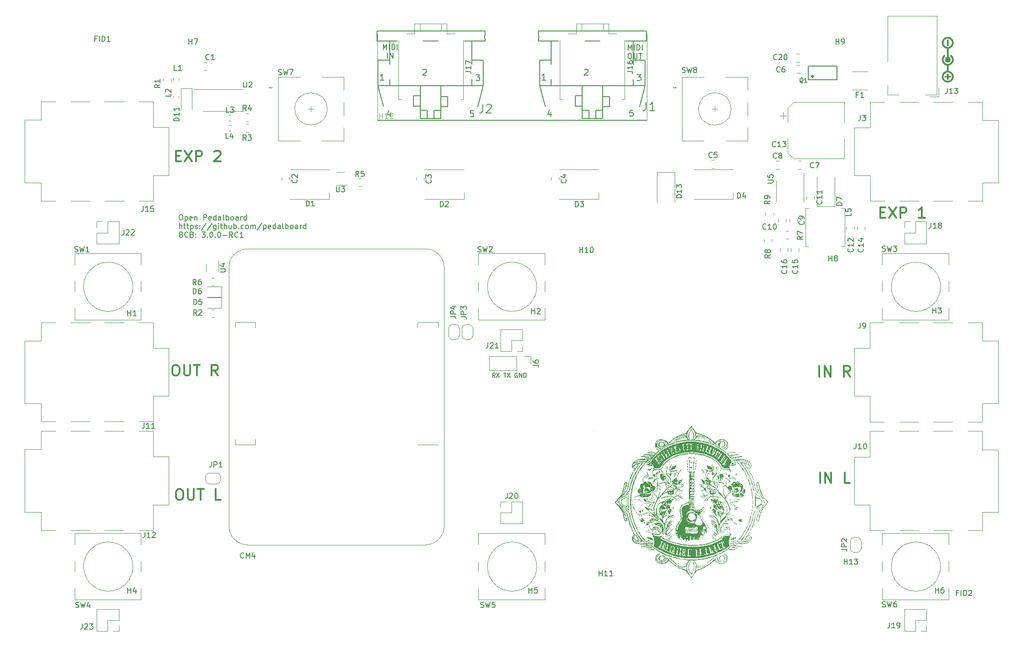
<source format=gbr>
%TF.GenerationSoftware,KiCad,Pcbnew,7.0.7-7.0.7~ubuntu23.04.1*%
%TF.CreationDate,2023-10-17T09:42:58+00:00*%
%TF.ProjectId,pedalboard-hw,70656461-6c62-46f6-9172-642d68772e6b,3.0.0-RC1*%
%TF.SameCoordinates,Original*%
%TF.FileFunction,Legend,Top*%
%TF.FilePolarity,Positive*%
%FSLAX46Y46*%
G04 Gerber Fmt 4.6, Leading zero omitted, Abs format (unit mm)*
G04 Created by KiCad (PCBNEW 7.0.7-7.0.7~ubuntu23.04.1) date 2023-10-17 09:42:58*
%MOMM*%
%LPD*%
G01*
G04 APERTURE LIST*
%ADD10C,0.000000*%
%ADD11C,0.019755*%
%ADD12C,0.008210*%
%ADD13C,0.004304*%
%ADD14C,0.004635*%
%ADD15C,0.300000*%
%ADD16C,0.150000*%
%ADD17C,0.100000*%
%ADD18C,0.160020*%
%ADD19C,0.127000*%
%ADD20C,0.120000*%
%ADD21C,0.152400*%
%ADD22C,0.203200*%
%ADD23C,0.317500*%
G04 APERTURE END LIST*
D10*
G36*
X143329721Y-103986939D02*
G01*
X143331298Y-103988442D01*
X143332688Y-103991099D01*
X143334896Y-103999796D01*
X143336318Y-104012875D01*
X143336928Y-104030182D01*
X143336702Y-104051560D01*
X143335612Y-104076856D01*
X143333634Y-104105914D01*
X143330740Y-104138578D01*
X143322107Y-104214108D01*
X143319301Y-104235091D01*
X143316195Y-104255629D01*
X143312820Y-104275609D01*
X143309208Y-104294917D01*
X143305389Y-104313439D01*
X143301395Y-104331063D01*
X143297255Y-104347673D01*
X143293002Y-104363157D01*
X143288667Y-104377401D01*
X143284279Y-104390291D01*
X143279872Y-104401713D01*
X143275474Y-104411554D01*
X143271118Y-104419700D01*
X143268965Y-104423102D01*
X143266834Y-104426037D01*
X143264729Y-104428492D01*
X143262653Y-104430452D01*
X143260612Y-104431903D01*
X143258607Y-104432831D01*
X143253410Y-104433825D01*
X143248407Y-104433548D01*
X143243607Y-104432071D01*
X143239018Y-104429469D01*
X143234649Y-104425812D01*
X143230508Y-104421173D01*
X143226603Y-104415625D01*
X143222943Y-104409239D01*
X143219537Y-104402089D01*
X143216392Y-104394246D01*
X143210920Y-104376772D01*
X143206596Y-104357397D01*
X143203486Y-104336699D01*
X143201657Y-104315257D01*
X143201178Y-104293649D01*
X143202114Y-104272455D01*
X143204534Y-104252253D01*
X143208503Y-104233621D01*
X143211091Y-104225076D01*
X143214091Y-104217140D01*
X143217512Y-104209886D01*
X143221363Y-104203387D01*
X143225651Y-104197715D01*
X143230386Y-104192941D01*
X143234472Y-104189190D01*
X143238764Y-104184590D01*
X143243222Y-104179206D01*
X143247804Y-104173098D01*
X143252469Y-104166328D01*
X143257174Y-104158959D01*
X143261880Y-104151053D01*
X143266545Y-104142671D01*
X143271127Y-104133875D01*
X143275585Y-104124729D01*
X143279877Y-104115293D01*
X143283963Y-104105629D01*
X143287801Y-104095800D01*
X143291349Y-104085868D01*
X143294567Y-104075895D01*
X143297412Y-104065942D01*
X143304395Y-104039623D01*
X143310773Y-104018771D01*
X143316520Y-104003232D01*
X143321611Y-103992850D01*
X143323903Y-103989545D01*
X143326020Y-103987471D01*
X143327961Y-103986608D01*
X143329721Y-103986939D01*
G37*
G36*
X139005375Y-112479527D02*
G01*
X139013059Y-112480117D01*
X139020598Y-112481016D01*
X139027976Y-112482216D01*
X139035175Y-112483709D01*
X139042181Y-112485489D01*
X139048977Y-112487549D01*
X139055547Y-112489882D01*
X139061875Y-112492480D01*
X139067944Y-112495337D01*
X139073739Y-112498444D01*
X139079243Y-112501796D01*
X139084440Y-112505385D01*
X139089315Y-112509204D01*
X139093850Y-112513246D01*
X139098030Y-112517504D01*
X139101838Y-112521970D01*
X139105259Y-112526637D01*
X139108276Y-112531500D01*
X139110874Y-112536549D01*
X139113035Y-112541779D01*
X139114744Y-112547181D01*
X139115985Y-112552750D01*
X139116741Y-112558478D01*
X139116997Y-112564357D01*
X139116905Y-112565979D01*
X139116631Y-112567538D01*
X139116183Y-112569030D01*
X139115563Y-112570455D01*
X139114779Y-112571810D01*
X139113834Y-112573093D01*
X139112734Y-112574303D01*
X139111484Y-112575437D01*
X139110090Y-112576494D01*
X139108556Y-112577471D01*
X139105090Y-112579179D01*
X139101128Y-112580546D01*
X139096712Y-112581557D01*
X139091882Y-112582195D01*
X139086679Y-112582446D01*
X139081146Y-112582294D01*
X139075324Y-112581723D01*
X139069254Y-112580717D01*
X139062977Y-112579263D01*
X139056534Y-112577343D01*
X139049968Y-112574942D01*
X139042698Y-112573163D01*
X139035464Y-112571793D01*
X139028303Y-112570826D01*
X139021250Y-112570256D01*
X139014342Y-112570080D01*
X139007614Y-112570291D01*
X139001104Y-112570884D01*
X138994847Y-112571855D01*
X138991824Y-112572481D01*
X138988879Y-112573198D01*
X138986015Y-112574008D01*
X138983237Y-112574908D01*
X138980549Y-112575899D01*
X138977956Y-112576979D01*
X138975463Y-112578149D01*
X138973074Y-112579407D01*
X138970793Y-112580754D01*
X138968625Y-112582187D01*
X138966575Y-112583707D01*
X138964647Y-112585312D01*
X138962845Y-112587003D01*
X138961175Y-112588779D01*
X138959640Y-112590638D01*
X138958246Y-112592581D01*
X138955980Y-112595884D01*
X138953182Y-112599162D01*
X138949898Y-112602387D01*
X138946175Y-112605535D01*
X138942059Y-112608580D01*
X138937597Y-112611495D01*
X138932835Y-112614256D01*
X138927820Y-112616835D01*
X138922598Y-112619208D01*
X138917215Y-112621348D01*
X138911720Y-112623230D01*
X138906157Y-112624828D01*
X138900573Y-112626116D01*
X138895015Y-112627067D01*
X138889529Y-112627657D01*
X138884163Y-112627860D01*
X138876295Y-112627525D01*
X138869216Y-112626546D01*
X138862910Y-112624961D01*
X138857360Y-112622809D01*
X138852549Y-112620127D01*
X138848460Y-112616953D01*
X138845076Y-112613326D01*
X138842381Y-112609283D01*
X138840358Y-112604864D01*
X138838989Y-112600105D01*
X138838259Y-112595045D01*
X138838150Y-112589722D01*
X138838646Y-112584174D01*
X138839730Y-112578440D01*
X138841385Y-112572557D01*
X138843594Y-112566564D01*
X138846340Y-112560498D01*
X138849607Y-112554398D01*
X138853378Y-112548302D01*
X138857636Y-112542248D01*
X138862364Y-112536274D01*
X138867546Y-112530418D01*
X138873164Y-112524719D01*
X138879202Y-112519214D01*
X138885643Y-112513942D01*
X138892471Y-112508940D01*
X138899668Y-112504247D01*
X138907217Y-112499901D01*
X138915103Y-112495940D01*
X138923307Y-112492402D01*
X138931814Y-112489325D01*
X138940607Y-112486748D01*
X138948872Y-112484618D01*
X138957122Y-112482852D01*
X138965339Y-112481445D01*
X138973508Y-112480388D01*
X138981612Y-112479675D01*
X138989635Y-112479299D01*
X138997562Y-112479252D01*
X139005375Y-112479527D01*
G37*
G36*
X130646361Y-111327149D02*
G01*
X130649318Y-111328353D01*
X130651991Y-111330266D01*
X130654384Y-111332896D01*
X130656504Y-111336251D01*
X130658355Y-111340340D01*
X130659942Y-111345172D01*
X130662347Y-111357095D01*
X130663759Y-111372087D01*
X130664221Y-111390216D01*
X130663773Y-111411549D01*
X130662457Y-111436153D01*
X130660314Y-111464096D01*
X130657386Y-111495444D01*
X130655690Y-111516279D01*
X130654568Y-111536453D01*
X130654014Y-111555966D01*
X130654023Y-111574817D01*
X130654591Y-111593007D01*
X130655712Y-111610536D01*
X130657380Y-111627403D01*
X130659591Y-111643609D01*
X130662339Y-111659153D01*
X130665620Y-111674036D01*
X130669427Y-111688257D01*
X130673757Y-111701817D01*
X130678603Y-111714715D01*
X130683961Y-111726952D01*
X130689826Y-111738528D01*
X130696191Y-111749442D01*
X130701519Y-111758439D01*
X130706899Y-111768170D01*
X130717689Y-111789461D01*
X130728314Y-111812570D01*
X130738525Y-111836755D01*
X130748075Y-111861269D01*
X130756715Y-111885371D01*
X130764198Y-111908315D01*
X130770275Y-111929358D01*
X130771359Y-111934308D01*
X130772623Y-111939231D01*
X130774060Y-111944121D01*
X130775663Y-111948974D01*
X130779344Y-111958542D01*
X130783614Y-111967888D01*
X130788422Y-111976965D01*
X130793715Y-111985726D01*
X130799443Y-111994127D01*
X130805553Y-112002118D01*
X130811993Y-112009656D01*
X130818713Y-112016691D01*
X130825660Y-112023180D01*
X130832783Y-112029074D01*
X130840029Y-112034327D01*
X130847349Y-112038893D01*
X130851019Y-112040903D01*
X130854688Y-112042725D01*
X130858350Y-112044351D01*
X130861997Y-112045776D01*
X130868685Y-112048124D01*
X130875481Y-112051164D01*
X130882329Y-112054845D01*
X130889172Y-112059115D01*
X130895953Y-112063923D01*
X130902615Y-112069216D01*
X130909101Y-112074943D01*
X130915355Y-112081053D01*
X130921319Y-112087494D01*
X130926937Y-112094213D01*
X130932152Y-112101160D01*
X130936907Y-112108283D01*
X130941145Y-112115530D01*
X130944810Y-112122849D01*
X130947844Y-112130188D01*
X130949107Y-112133850D01*
X130950191Y-112137497D01*
X130953219Y-112146417D01*
X130956350Y-112154655D01*
X130959580Y-112162212D01*
X130962911Y-112169089D01*
X130966339Y-112175287D01*
X130969865Y-112180805D01*
X130973486Y-112185645D01*
X130977201Y-112189808D01*
X130981009Y-112193294D01*
X130984910Y-112196103D01*
X130988900Y-112198237D01*
X130992980Y-112199696D01*
X130997147Y-112200480D01*
X131001401Y-112200591D01*
X131005740Y-112200028D01*
X131010164Y-112198793D01*
X131014670Y-112196886D01*
X131019257Y-112194308D01*
X131023924Y-112191060D01*
X131028671Y-112187142D01*
X131033494Y-112182554D01*
X131038394Y-112177298D01*
X131043369Y-112171374D01*
X131048418Y-112164783D01*
X131053539Y-112157525D01*
X131058731Y-112149601D01*
X131069323Y-112131757D01*
X131080183Y-112111258D01*
X131091302Y-112088107D01*
X131127755Y-112015052D01*
X131163319Y-111949153D01*
X131198428Y-111890128D01*
X131233516Y-111837691D01*
X131251188Y-111813855D01*
X131269018Y-111791559D01*
X131287059Y-111770768D01*
X131305367Y-111751447D01*
X131323995Y-111733560D01*
X131342998Y-111717071D01*
X131362429Y-111701945D01*
X131382344Y-111688147D01*
X131402796Y-111675640D01*
X131423840Y-111664390D01*
X131445530Y-111654361D01*
X131467920Y-111645517D01*
X131491065Y-111637823D01*
X131515018Y-111631244D01*
X131539835Y-111625743D01*
X131565568Y-111621285D01*
X131592273Y-111617835D01*
X131620004Y-111615357D01*
X131678760Y-111613175D01*
X131742271Y-111614456D01*
X131810969Y-111618915D01*
X131835466Y-111621185D01*
X131859973Y-111624010D01*
X131908810Y-111631235D01*
X131957069Y-111640402D01*
X132004336Y-111651327D01*
X132050197Y-111663822D01*
X132094239Y-111677702D01*
X132136049Y-111692781D01*
X132175212Y-111708873D01*
X132211317Y-111725792D01*
X132228093Y-111734504D01*
X132243949Y-111743352D01*
X132258833Y-111752314D01*
X132272695Y-111761366D01*
X132285481Y-111770486D01*
X132297141Y-111779649D01*
X132307623Y-111788833D01*
X132316875Y-111798015D01*
X132324845Y-111807170D01*
X132331482Y-111816277D01*
X132336734Y-111825311D01*
X132340549Y-111834250D01*
X132342876Y-111843070D01*
X132343664Y-111851747D01*
X132343581Y-111859800D01*
X132343168Y-111866727D01*
X132342175Y-111872475D01*
X132340356Y-111876993D01*
X132339059Y-111878775D01*
X132337462Y-111880230D01*
X132335535Y-111881352D01*
X132333245Y-111882134D01*
X132330563Y-111882569D01*
X132327458Y-111882652D01*
X132319851Y-111881734D01*
X132310177Y-111879328D01*
X132298188Y-111875381D01*
X132283636Y-111869843D01*
X132266273Y-111862662D01*
X132222120Y-111843163D01*
X132163747Y-111816470D01*
X132130119Y-111802126D01*
X132097959Y-111789523D01*
X132067163Y-111778666D01*
X132037629Y-111769562D01*
X132009251Y-111762214D01*
X131981928Y-111756629D01*
X131955556Y-111752811D01*
X131930032Y-111750765D01*
X131905251Y-111750497D01*
X131881111Y-111752012D01*
X131857509Y-111755315D01*
X131834341Y-111760412D01*
X131811503Y-111767306D01*
X131788893Y-111776004D01*
X131766407Y-111786511D01*
X131743941Y-111798831D01*
X131722292Y-111810813D01*
X131695104Y-111825234D01*
X131628407Y-111859244D01*
X131552449Y-111896561D01*
X131475831Y-111932886D01*
X131443270Y-111949406D01*
X131411800Y-111967151D01*
X131381518Y-111986022D01*
X131352524Y-112005922D01*
X131324914Y-112026752D01*
X131298787Y-112048413D01*
X131274242Y-112070809D01*
X131251376Y-112093841D01*
X131230287Y-112117409D01*
X131211075Y-112141418D01*
X131193836Y-112165767D01*
X131178670Y-112190359D01*
X131165674Y-112215096D01*
X131154947Y-112239880D01*
X131150465Y-112252258D01*
X131146587Y-112264612D01*
X131143325Y-112276928D01*
X131140691Y-112289194D01*
X131138545Y-112298505D01*
X131136085Y-112307257D01*
X131133331Y-112315447D01*
X131130301Y-112323072D01*
X131127012Y-112330132D01*
X131123483Y-112336624D01*
X131119732Y-112342547D01*
X131115777Y-112347897D01*
X131111635Y-112352674D01*
X131107326Y-112356876D01*
X131102866Y-112360500D01*
X131098275Y-112363545D01*
X131093571Y-112366008D01*
X131088770Y-112367888D01*
X131083893Y-112369183D01*
X131078955Y-112369890D01*
X131073977Y-112370009D01*
X131068975Y-112369536D01*
X131063968Y-112368471D01*
X131058974Y-112366810D01*
X131054011Y-112364553D01*
X131049097Y-112361697D01*
X131044250Y-112358240D01*
X131039488Y-112354180D01*
X131034830Y-112349516D01*
X131030293Y-112344245D01*
X131025896Y-112338366D01*
X131021657Y-112331876D01*
X131017593Y-112324774D01*
X131013722Y-112317058D01*
X131010064Y-112308725D01*
X131006636Y-112299774D01*
X131002926Y-112291144D01*
X130998450Y-112282488D01*
X130993272Y-112273862D01*
X130987453Y-112265325D01*
X130981056Y-112256932D01*
X130974142Y-112248740D01*
X130966773Y-112240807D01*
X130959011Y-112233189D01*
X130950918Y-112225943D01*
X130942557Y-112219126D01*
X130933989Y-112212794D01*
X130925276Y-112207006D01*
X130916481Y-112201816D01*
X130907665Y-112197283D01*
X130898890Y-112193463D01*
X130890219Y-112190413D01*
X130874532Y-112185255D01*
X130859144Y-112177591D01*
X130843943Y-112167229D01*
X130828814Y-112153978D01*
X130813643Y-112137648D01*
X130798318Y-112118046D01*
X130782724Y-112094982D01*
X130766747Y-112068265D01*
X130750274Y-112037702D01*
X130733192Y-112003104D01*
X130715386Y-111964278D01*
X130696743Y-111921035D01*
X130656490Y-111820527D01*
X130611525Y-111700052D01*
X130597837Y-111662027D01*
X130585866Y-111627195D01*
X130575589Y-111595361D01*
X130566987Y-111566327D01*
X130560038Y-111539898D01*
X130557177Y-111527599D01*
X130554722Y-111515878D01*
X130552670Y-111504709D01*
X130551019Y-111494068D01*
X130549765Y-111483932D01*
X130548907Y-111474275D01*
X130548441Y-111465072D01*
X130548366Y-111456300D01*
X130548678Y-111447933D01*
X130549375Y-111439948D01*
X130550455Y-111432319D01*
X130551914Y-111425022D01*
X130553751Y-111418032D01*
X130555962Y-111411326D01*
X130558546Y-111404878D01*
X130561498Y-111398663D01*
X130564818Y-111392658D01*
X130568502Y-111386838D01*
X130572548Y-111381178D01*
X130576953Y-111375653D01*
X130581715Y-111370240D01*
X130586830Y-111364913D01*
X130600025Y-111352232D01*
X130611855Y-111342017D01*
X130622363Y-111334334D01*
X130627133Y-111331463D01*
X130631589Y-111329250D01*
X130635734Y-111327704D01*
X130639575Y-111326833D01*
X130643115Y-111326645D01*
X130646361Y-111327149D01*
G37*
G36*
X144702373Y-111273845D02*
G01*
X144705093Y-111274316D01*
X144707874Y-111275046D01*
X144710729Y-111276037D01*
X144713666Y-111277289D01*
X144716696Y-111278803D01*
X144719829Y-111280579D01*
X144723076Y-111282617D01*
X144726447Y-111284919D01*
X144729952Y-111287486D01*
X144737407Y-111293414D01*
X144745523Y-111300407D01*
X144754384Y-111308469D01*
X144762447Y-111316707D01*
X144766076Y-111320568D01*
X144769440Y-111324269D01*
X144772537Y-111327816D01*
X144775368Y-111331220D01*
X144777935Y-111334488D01*
X144780237Y-111337629D01*
X144782276Y-111340651D01*
X144784052Y-111343563D01*
X144785565Y-111346372D01*
X144786818Y-111349088D01*
X144787809Y-111351718D01*
X144788539Y-111354272D01*
X144789010Y-111356757D01*
X144789222Y-111359182D01*
X144789176Y-111361555D01*
X144788872Y-111363885D01*
X144788311Y-111366180D01*
X144787493Y-111368449D01*
X144786420Y-111370699D01*
X144785091Y-111372940D01*
X144783508Y-111375180D01*
X144781671Y-111377426D01*
X144779581Y-111379689D01*
X144777238Y-111381975D01*
X144774643Y-111384293D01*
X144771797Y-111386652D01*
X144768700Y-111389060D01*
X144765354Y-111391526D01*
X144757913Y-111396663D01*
X144748729Y-111402227D01*
X144739711Y-111407028D01*
X144730882Y-111411087D01*
X144722263Y-111414427D01*
X144713877Y-111417069D01*
X144705746Y-111419035D01*
X144697891Y-111420347D01*
X144690334Y-111421028D01*
X144683098Y-111421099D01*
X144676204Y-111420582D01*
X144669674Y-111419500D01*
X144663531Y-111417873D01*
X144657796Y-111415724D01*
X144652491Y-111413076D01*
X144647638Y-111409949D01*
X144643260Y-111406367D01*
X144639377Y-111402350D01*
X144636013Y-111397921D01*
X144633189Y-111393102D01*
X144630926Y-111387915D01*
X144629248Y-111382381D01*
X144628175Y-111376524D01*
X144627731Y-111370364D01*
X144627936Y-111363923D01*
X144628813Y-111357224D01*
X144630384Y-111350289D01*
X144632670Y-111343139D01*
X144635695Y-111335797D01*
X144639478Y-111328284D01*
X144644044Y-111320623D01*
X144649413Y-111312835D01*
X144655608Y-111304942D01*
X144661988Y-111297502D01*
X144667954Y-111291058D01*
X144670809Y-111288212D01*
X144673591Y-111285618D01*
X144676310Y-111283275D01*
X144678979Y-111281185D01*
X144681606Y-111279348D01*
X144684201Y-111277764D01*
X144686777Y-111276436D01*
X144689342Y-111275362D01*
X144691906Y-111274545D01*
X144694482Y-111273983D01*
X144697078Y-111273679D01*
X144699704Y-111273633D01*
X144702373Y-111273845D01*
G37*
G36*
X142231583Y-108898116D02*
G01*
X142234039Y-108898436D01*
X142236620Y-108899068D01*
X142239337Y-108900013D01*
X142242200Y-108901271D01*
X142245221Y-108902845D01*
X142248411Y-108904736D01*
X142251780Y-108906944D01*
X142255340Y-108909471D01*
X142263075Y-108915488D01*
X142271704Y-108922797D01*
X142281315Y-108931408D01*
X142291995Y-108941332D01*
X142298485Y-108947475D01*
X142304718Y-108953975D01*
X142310688Y-108960795D01*
X142316387Y-108967900D01*
X142321806Y-108975253D01*
X142326939Y-108982817D01*
X142331777Y-108990557D01*
X142336313Y-108998437D01*
X142340539Y-109006420D01*
X142344447Y-109014471D01*
X142348030Y-109022552D01*
X142351279Y-109030628D01*
X142354187Y-109038663D01*
X142356746Y-109046620D01*
X142358949Y-109054464D01*
X142360787Y-109062158D01*
X142362254Y-109069665D01*
X142363340Y-109076951D01*
X142364039Y-109083978D01*
X142364343Y-109090711D01*
X142364243Y-109097113D01*
X142363733Y-109103148D01*
X142362804Y-109108779D01*
X142361449Y-109113972D01*
X142359659Y-109118689D01*
X142357428Y-109122895D01*
X142354748Y-109126553D01*
X142351610Y-109129627D01*
X142348006Y-109132080D01*
X142343931Y-109133878D01*
X142339374Y-109134983D01*
X142334329Y-109135359D01*
X142329239Y-109134933D01*
X142323910Y-109133682D01*
X142318371Y-109131653D01*
X142312653Y-109128889D01*
X142306785Y-109125436D01*
X142300797Y-109121337D01*
X142288579Y-109111381D01*
X142276237Y-109099379D01*
X142264008Y-109085688D01*
X142252131Y-109070663D01*
X142240844Y-109054661D01*
X142230383Y-109038039D01*
X142220986Y-109021154D01*
X142212892Y-109004362D01*
X142206338Y-108988019D01*
X142201561Y-108972483D01*
X142199914Y-108965128D01*
X142198800Y-108958109D01*
X142198249Y-108951469D01*
X142198292Y-108945254D01*
X142198957Y-108939508D01*
X142200275Y-108934276D01*
X142204134Y-108925596D01*
X142207833Y-108918084D01*
X142211459Y-108911750D01*
X142213273Y-108909028D01*
X142215102Y-108906604D01*
X142216956Y-108904481D01*
X142218847Y-108902658D01*
X142220786Y-108901138D01*
X142222784Y-108899921D01*
X142224851Y-108899009D01*
X142227000Y-108898403D01*
X142229240Y-108898105D01*
X142231583Y-108898116D01*
G37*
G36*
X133694012Y-98200305D02*
G01*
X133694951Y-98200832D01*
X133695864Y-98201710D01*
X133696759Y-98202940D01*
X133697644Y-98204522D01*
X133698527Y-98206454D01*
X133700315Y-98211374D01*
X133702185Y-98217699D01*
X133704201Y-98225430D01*
X133708913Y-98245109D01*
X133710434Y-98251660D01*
X133711693Y-98258074D01*
X133712697Y-98264342D01*
X133713454Y-98270451D01*
X133713971Y-98276389D01*
X133714254Y-98282145D01*
X133714312Y-98287708D01*
X133714150Y-98293065D01*
X133713776Y-98298204D01*
X133713198Y-98303116D01*
X133712422Y-98307787D01*
X133711456Y-98312206D01*
X133710306Y-98316361D01*
X133708980Y-98320241D01*
X133707484Y-98323835D01*
X133705827Y-98327130D01*
X133704014Y-98330115D01*
X133702053Y-98332778D01*
X133699952Y-98335108D01*
X133697717Y-98337093D01*
X133695355Y-98338722D01*
X133692874Y-98339982D01*
X133690280Y-98340862D01*
X133687581Y-98341351D01*
X133684784Y-98341437D01*
X133681896Y-98341109D01*
X133678924Y-98340353D01*
X133675875Y-98339160D01*
X133672756Y-98337518D01*
X133669575Y-98335414D01*
X133666338Y-98332837D01*
X133663052Y-98329776D01*
X133661781Y-98328702D01*
X133660611Y-98327468D01*
X133659543Y-98326081D01*
X133658574Y-98324546D01*
X133656929Y-98321055D01*
X133655666Y-98317042D01*
X133654775Y-98312554D01*
X133654246Y-98307637D01*
X133654069Y-98302338D01*
X133654233Y-98296702D01*
X133654727Y-98290778D01*
X133655542Y-98284610D01*
X133656667Y-98278246D01*
X133658091Y-98271732D01*
X133659805Y-98265115D01*
X133661798Y-98258441D01*
X133664060Y-98251757D01*
X133666580Y-98245109D01*
X133675923Y-98225430D01*
X133679758Y-98217699D01*
X133683117Y-98211374D01*
X133686062Y-98206454D01*
X133687400Y-98204522D01*
X133688657Y-98202940D01*
X133689841Y-98201710D01*
X133690961Y-98200832D01*
X133692025Y-98200305D01*
X133693039Y-98200129D01*
X133694012Y-98200305D01*
G37*
G36*
X133698358Y-109122627D02*
G01*
X133699606Y-109123291D01*
X133700762Y-109124562D01*
X133701837Y-109126436D01*
X133702843Y-109128912D01*
X133703790Y-109131989D01*
X133705551Y-109139934D01*
X133707209Y-109150256D01*
X133708852Y-109162940D01*
X133712442Y-109195331D01*
X133715398Y-109215884D01*
X133718891Y-109237388D01*
X133722797Y-109259141D01*
X133726993Y-109280439D01*
X133731355Y-109300579D01*
X133735758Y-109318859D01*
X133740078Y-109334575D01*
X133742168Y-109341253D01*
X133744192Y-109347026D01*
X133749257Y-109359300D01*
X133753872Y-109371631D01*
X133758041Y-109383995D01*
X133761769Y-109396366D01*
X133765060Y-109408719D01*
X133767919Y-109421028D01*
X133770350Y-109433270D01*
X133772359Y-109445417D01*
X133773949Y-109457446D01*
X133775124Y-109469330D01*
X133775890Y-109481046D01*
X133776252Y-109492566D01*
X133776212Y-109503868D01*
X133775777Y-109514924D01*
X133774950Y-109525711D01*
X133773737Y-109536202D01*
X133772141Y-109546373D01*
X133770167Y-109556198D01*
X133767819Y-109565653D01*
X133765103Y-109574712D01*
X133762023Y-109583349D01*
X133758582Y-109591540D01*
X133754787Y-109599260D01*
X133750641Y-109606483D01*
X133746148Y-109613184D01*
X133741314Y-109619337D01*
X133736142Y-109624919D01*
X133730638Y-109629903D01*
X133724806Y-109634264D01*
X133718650Y-109637977D01*
X133712175Y-109641018D01*
X133705385Y-109643359D01*
X133684896Y-109648522D01*
X133665124Y-109652787D01*
X133646104Y-109656186D01*
X133627871Y-109658752D01*
X133610459Y-109660517D01*
X133593904Y-109661513D01*
X133578240Y-109661773D01*
X133563503Y-109661329D01*
X133549727Y-109660213D01*
X133536946Y-109658457D01*
X133525197Y-109656095D01*
X133514514Y-109653157D01*
X133504931Y-109649677D01*
X133496484Y-109645686D01*
X133489207Y-109641218D01*
X133483136Y-109636303D01*
X133478305Y-109630976D01*
X133474749Y-109625267D01*
X133472503Y-109619210D01*
X133471602Y-109612835D01*
X133472080Y-109606177D01*
X133473974Y-109599267D01*
X133477316Y-109592137D01*
X133482144Y-109584820D01*
X133488490Y-109577348D01*
X133496391Y-109569753D01*
X133505881Y-109562068D01*
X133516994Y-109554324D01*
X133529767Y-109546555D01*
X133544233Y-109538792D01*
X133560428Y-109531068D01*
X133578386Y-109523415D01*
X133588390Y-109519094D01*
X133597897Y-109514731D01*
X133606905Y-109510324D01*
X133615414Y-109505872D01*
X133623421Y-109501373D01*
X133630925Y-109496826D01*
X133637926Y-109492231D01*
X133644422Y-109487585D01*
X133650411Y-109482887D01*
X133655892Y-109478136D01*
X133660864Y-109473331D01*
X133665326Y-109468471D01*
X133669277Y-109463554D01*
X133672714Y-109458578D01*
X133675638Y-109453543D01*
X133678046Y-109448448D01*
X133679937Y-109443290D01*
X133681310Y-109438070D01*
X133682164Y-109432784D01*
X133682497Y-109427433D01*
X133682308Y-109422014D01*
X133681596Y-109416527D01*
X133680359Y-109410971D01*
X133678597Y-109405343D01*
X133676307Y-109399643D01*
X133673489Y-109393869D01*
X133670142Y-109388021D01*
X133666263Y-109382096D01*
X133661852Y-109376093D01*
X133656908Y-109370012D01*
X133651429Y-109363851D01*
X133645413Y-109357608D01*
X133640454Y-109352145D01*
X133636167Y-109346315D01*
X133632561Y-109340083D01*
X133629649Y-109333410D01*
X133627439Y-109326263D01*
X133625942Y-109318603D01*
X133625168Y-109310396D01*
X133625129Y-109301605D01*
X133625833Y-109292194D01*
X133627292Y-109282127D01*
X133629516Y-109271367D01*
X133632515Y-109259878D01*
X133636299Y-109247625D01*
X133640880Y-109234571D01*
X133646266Y-109220679D01*
X133652469Y-109205914D01*
X133668792Y-109170010D01*
X133675436Y-109155863D01*
X133681187Y-109144233D01*
X133686132Y-109135105D01*
X133690358Y-109128462D01*
X133692229Y-109126067D01*
X133693954Y-109124289D01*
X133695543Y-109123124D01*
X133697007Y-109122571D01*
X133698358Y-109122627D01*
G37*
G36*
X131621139Y-101784162D02*
G01*
X131622895Y-101784435D01*
X131627022Y-101785693D01*
X131631935Y-101787880D01*
X131637591Y-101790977D01*
X131643951Y-101794963D01*
X131650972Y-101799817D01*
X131658613Y-101805519D01*
X131666833Y-101812047D01*
X131675591Y-101819382D01*
X131684844Y-101827501D01*
X131694553Y-101836386D01*
X131703193Y-101845692D01*
X131711255Y-101855061D01*
X131718740Y-101864455D01*
X131725648Y-101873834D01*
X131731980Y-101883159D01*
X131737736Y-101892390D01*
X131742917Y-101901489D01*
X131747524Y-101910414D01*
X131751558Y-101919128D01*
X131755018Y-101927591D01*
X131757906Y-101935763D01*
X131760223Y-101943604D01*
X131761968Y-101951077D01*
X131763143Y-101958140D01*
X131763749Y-101964755D01*
X131763785Y-101970883D01*
X131763253Y-101976483D01*
X131762153Y-101981517D01*
X131760486Y-101985945D01*
X131758252Y-101989727D01*
X131755453Y-101992825D01*
X131753841Y-101994105D01*
X131752088Y-101995199D01*
X131750194Y-101996102D01*
X131748159Y-101996809D01*
X131743666Y-101997617D01*
X131738609Y-101997582D01*
X131732990Y-101996665D01*
X131726809Y-101994827D01*
X131720067Y-101992028D01*
X131712764Y-101988230D01*
X131704901Y-101983392D01*
X131696478Y-101977476D01*
X131687497Y-101970441D01*
X131680547Y-101964949D01*
X131674233Y-101960402D01*
X131668529Y-101956838D01*
X131665898Y-101955435D01*
X131663409Y-101954291D01*
X131661060Y-101953411D01*
X131658847Y-101952799D01*
X131656767Y-101952459D01*
X131654817Y-101952397D01*
X131652993Y-101952616D01*
X131651293Y-101953121D01*
X131649713Y-101953917D01*
X131648250Y-101955008D01*
X131646901Y-101956399D01*
X131645662Y-101958094D01*
X131644531Y-101960098D01*
X131643503Y-101962416D01*
X131642576Y-101965051D01*
X131641747Y-101968008D01*
X131640368Y-101974908D01*
X131639340Y-101983151D01*
X131638639Y-101992774D01*
X131638236Y-102003813D01*
X131638108Y-102016304D01*
X131638229Y-102025516D01*
X131638583Y-102034604D01*
X131639154Y-102043527D01*
X131639927Y-102052242D01*
X131640886Y-102060710D01*
X131642015Y-102068889D01*
X131643299Y-102076737D01*
X131644723Y-102084213D01*
X131646270Y-102091275D01*
X131647927Y-102097883D01*
X131649676Y-102103994D01*
X131651503Y-102109568D01*
X131653392Y-102114564D01*
X131655327Y-102118939D01*
X131657293Y-102122653D01*
X131659275Y-102125664D01*
X131663110Y-102130290D01*
X131666677Y-102136171D01*
X131669978Y-102143218D01*
X131673014Y-102151344D01*
X131678297Y-102170475D01*
X131682536Y-102192857D01*
X131685742Y-102217782D01*
X131687924Y-102244541D01*
X131689094Y-102272427D01*
X131689261Y-102300731D01*
X131688436Y-102328745D01*
X131686629Y-102355763D01*
X131683850Y-102381075D01*
X131680111Y-102403974D01*
X131675420Y-102423751D01*
X131669789Y-102439699D01*
X131666624Y-102446016D01*
X131663228Y-102451110D01*
X131659602Y-102454893D01*
X131655747Y-102457276D01*
X131647433Y-102458563D01*
X131637145Y-102457238D01*
X131625042Y-102453459D01*
X131611278Y-102447382D01*
X131596010Y-102439166D01*
X131579395Y-102428968D01*
X131542748Y-102403257D01*
X131502587Y-102371510D01*
X131460162Y-102334988D01*
X131416724Y-102294953D01*
X131373525Y-102252664D01*
X131331813Y-102209383D01*
X131292840Y-102166371D01*
X131257857Y-102124889D01*
X131228114Y-102086197D01*
X131204861Y-102051556D01*
X131196060Y-102036149D01*
X131189350Y-102022228D01*
X131184888Y-102009950D01*
X131182830Y-101999473D01*
X131183333Y-101990955D01*
X131186552Y-101984553D01*
X131195262Y-101974187D01*
X131204185Y-101964260D01*
X131213306Y-101954777D01*
X131222609Y-101945740D01*
X131232080Y-101937156D01*
X131241704Y-101929029D01*
X131251466Y-101921363D01*
X131261352Y-101914163D01*
X131271347Y-101907433D01*
X131281435Y-101901177D01*
X131291601Y-101895401D01*
X131301832Y-101890109D01*
X131312112Y-101885305D01*
X131322426Y-101880994D01*
X131332760Y-101877181D01*
X131343098Y-101873869D01*
X131353425Y-101871064D01*
X131363728Y-101868770D01*
X131373990Y-101866991D01*
X131384198Y-101865732D01*
X131394335Y-101864998D01*
X131404389Y-101864792D01*
X131414342Y-101865121D01*
X131424181Y-101865987D01*
X131433892Y-101867396D01*
X131443458Y-101869352D01*
X131452865Y-101871860D01*
X131462098Y-101874924D01*
X131471143Y-101878548D01*
X131479984Y-101882738D01*
X131488607Y-101887498D01*
X131496997Y-101892832D01*
X131505211Y-101898435D01*
X131513304Y-101903350D01*
X131521261Y-101907589D01*
X131529064Y-101911166D01*
X131536696Y-101914095D01*
X131544141Y-101916388D01*
X131551382Y-101918060D01*
X131558402Y-101919124D01*
X131565185Y-101919594D01*
X131571712Y-101919483D01*
X131577969Y-101918805D01*
X131583937Y-101917574D01*
X131589601Y-101915802D01*
X131594943Y-101913504D01*
X131599946Y-101910693D01*
X131604594Y-101907383D01*
X131608870Y-101903587D01*
X131612757Y-101899319D01*
X131616239Y-101894592D01*
X131619298Y-101889420D01*
X131621918Y-101883817D01*
X131624082Y-101877796D01*
X131625772Y-101871370D01*
X131626974Y-101864554D01*
X131627669Y-101857360D01*
X131627840Y-101849803D01*
X131627472Y-101841895D01*
X131626547Y-101833651D01*
X131625048Y-101825084D01*
X131622959Y-101816208D01*
X131620262Y-101807036D01*
X131616942Y-101797582D01*
X131615488Y-101792824D01*
X131615151Y-101790842D01*
X131615068Y-101789121D01*
X131615232Y-101787658D01*
X131615639Y-101786451D01*
X131616284Y-101785497D01*
X131617162Y-101784794D01*
X131618267Y-101784338D01*
X131619594Y-101784129D01*
X131621139Y-101784162D01*
G37*
G36*
X143260075Y-103600182D02*
G01*
X143268749Y-103600441D01*
X143277920Y-103600928D01*
X143287546Y-103601647D01*
X143297585Y-103602604D01*
X143307996Y-103603804D01*
X143322478Y-103605308D01*
X143335550Y-103607242D01*
X143347288Y-103609702D01*
X143352682Y-103611161D01*
X143357771Y-103612788D01*
X143362566Y-103614596D01*
X143367075Y-103616597D01*
X143371310Y-103618804D01*
X143375279Y-103621228D01*
X143378992Y-103623883D01*
X143382460Y-103626779D01*
X143385690Y-103629930D01*
X143388694Y-103633348D01*
X143391481Y-103637045D01*
X143394061Y-103641033D01*
X143396443Y-103645325D01*
X143398637Y-103649933D01*
X143400653Y-103654869D01*
X143402500Y-103660145D01*
X143405727Y-103671768D01*
X143408396Y-103684900D01*
X143410584Y-103699638D01*
X143412369Y-103716083D01*
X143413829Y-103734330D01*
X143417116Y-103772544D01*
X143418039Y-103787583D01*
X143418295Y-103799926D01*
X143418129Y-103805088D01*
X143417745Y-103809581D01*
X143417124Y-103813404D01*
X143416249Y-103816559D01*
X143415102Y-103819047D01*
X143413668Y-103820871D01*
X143411926Y-103822030D01*
X143409862Y-103822526D01*
X143407456Y-103822361D01*
X143404691Y-103821535D01*
X143401551Y-103820051D01*
X143398018Y-103817909D01*
X143394073Y-103815111D01*
X143389700Y-103811658D01*
X143379600Y-103802792D01*
X143367578Y-103791321D01*
X143353493Y-103777257D01*
X143318581Y-103741386D01*
X143296662Y-103717980D01*
X143276191Y-103695690D01*
X143257622Y-103674972D01*
X143241409Y-103656279D01*
X143234329Y-103647834D01*
X143228008Y-103640066D01*
X143222503Y-103633032D01*
X143217872Y-103626788D01*
X143214171Y-103621392D01*
X143211457Y-103616901D01*
X143210488Y-103615012D01*
X143209787Y-103613370D01*
X143209361Y-103611983D01*
X143209218Y-103610858D01*
X143209341Y-103609886D01*
X143209707Y-103608957D01*
X143210311Y-103608070D01*
X143211147Y-103607227D01*
X143213497Y-103605672D01*
X143216714Y-103604299D01*
X143220759Y-103603111D01*
X143225589Y-103602115D01*
X143231163Y-103601315D01*
X143237440Y-103600716D01*
X143244379Y-103600324D01*
X143251937Y-103600145D01*
X143260075Y-103600182D01*
G37*
G36*
X137602015Y-98975430D02*
G01*
X137603936Y-98975643D01*
X137605813Y-98975992D01*
X137607645Y-98976475D01*
X137609430Y-98977087D01*
X137611168Y-98977824D01*
X137612856Y-98978682D01*
X137614494Y-98979658D01*
X137616080Y-98980748D01*
X137617613Y-98981948D01*
X137619092Y-98983253D01*
X137620516Y-98984661D01*
X137623191Y-98987767D01*
X137625629Y-98991234D01*
X137627818Y-98995032D01*
X137629749Y-98999130D01*
X137631411Y-99003497D01*
X137632794Y-99008101D01*
X137633888Y-99012912D01*
X137634682Y-99017899D01*
X137635166Y-99023030D01*
X137635330Y-99028275D01*
X137635289Y-99030910D01*
X137635166Y-99033521D01*
X137634964Y-99036102D01*
X137634682Y-99038652D01*
X137634323Y-99041165D01*
X137633888Y-99043639D01*
X137633378Y-99046068D01*
X137632794Y-99048450D01*
X137632138Y-99050780D01*
X137631411Y-99053054D01*
X137630614Y-99055269D01*
X137629749Y-99057421D01*
X137628816Y-99059505D01*
X137627818Y-99061519D01*
X137626755Y-99063457D01*
X137625629Y-99065317D01*
X137624440Y-99067094D01*
X137623191Y-99068784D01*
X137621883Y-99070385D01*
X137620516Y-99071890D01*
X137619092Y-99073298D01*
X137617613Y-99074603D01*
X137616080Y-99075803D01*
X137614494Y-99076893D01*
X137612856Y-99077869D01*
X137611168Y-99078727D01*
X137609430Y-99079464D01*
X137607645Y-99080076D01*
X137605813Y-99080558D01*
X137603936Y-99080908D01*
X137602015Y-99081120D01*
X137600052Y-99081192D01*
X137598399Y-99081120D01*
X137596749Y-99080908D01*
X137595105Y-99080558D01*
X137593472Y-99080076D01*
X137591851Y-99079464D01*
X137590246Y-99078727D01*
X137588661Y-99077869D01*
X137587098Y-99076893D01*
X137584053Y-99074603D01*
X137581138Y-99071890D01*
X137578377Y-99068784D01*
X137575798Y-99065317D01*
X137573425Y-99061519D01*
X137571285Y-99057421D01*
X137569403Y-99053054D01*
X137567805Y-99048450D01*
X137566518Y-99043639D01*
X137565566Y-99038652D01*
X137564976Y-99033521D01*
X137564773Y-99028275D01*
X137564825Y-99025641D01*
X137564976Y-99023030D01*
X137565224Y-99020449D01*
X137565566Y-99017899D01*
X137565998Y-99015386D01*
X137566518Y-99012912D01*
X137567121Y-99010483D01*
X137567805Y-99008101D01*
X137568567Y-99005771D01*
X137569403Y-99003497D01*
X137570310Y-99001282D01*
X137571285Y-98999130D01*
X137572324Y-98997046D01*
X137573425Y-98995032D01*
X137574584Y-98993094D01*
X137575798Y-98991234D01*
X137577063Y-98989457D01*
X137578377Y-98987767D01*
X137579737Y-98986167D01*
X137581138Y-98984661D01*
X137582578Y-98983253D01*
X137584053Y-98981948D01*
X137585561Y-98980748D01*
X137587098Y-98979658D01*
X137588661Y-98978682D01*
X137590246Y-98977824D01*
X137591851Y-98977087D01*
X137593472Y-98976475D01*
X137595105Y-98975992D01*
X137596749Y-98975643D01*
X137598399Y-98975430D01*
X137600052Y-98975359D01*
X137602015Y-98975430D01*
G37*
G36*
X145706715Y-106647120D02*
G01*
X145708104Y-106647322D01*
X145709339Y-106647707D01*
X145710412Y-106648276D01*
X145711241Y-106649411D01*
X145711745Y-106650828D01*
X145711933Y-106652517D01*
X145711811Y-106654470D01*
X145710668Y-106659136D01*
X145708373Y-106664757D01*
X145704982Y-106671268D01*
X145700553Y-106678600D01*
X145695142Y-106686686D01*
X145688805Y-106695460D01*
X145681601Y-106704854D01*
X145673585Y-106714800D01*
X145664815Y-106725233D01*
X145655347Y-106736084D01*
X145634546Y-106758773D01*
X145611636Y-106782330D01*
X145590012Y-106802312D01*
X145571432Y-106818656D01*
X145555880Y-106831444D01*
X145543340Y-106840760D01*
X145533798Y-106846686D01*
X145530146Y-106848403D01*
X145527238Y-106849304D01*
X145525071Y-106849399D01*
X145523643Y-106848698D01*
X145522954Y-106847211D01*
X145523000Y-106844950D01*
X145523780Y-106841923D01*
X145525292Y-106838142D01*
X145530503Y-106828358D01*
X145538619Y-106815680D01*
X145549623Y-106800191D01*
X145563501Y-106781973D01*
X145580236Y-106761109D01*
X145599814Y-106737683D01*
X145622218Y-106711775D01*
X145629487Y-106703427D01*
X145636715Y-106695591D01*
X145643860Y-106688281D01*
X145650881Y-106681514D01*
X145657737Y-106675305D01*
X145664386Y-106669670D01*
X145670787Y-106664624D01*
X145676899Y-106660182D01*
X145682680Y-106656361D01*
X145688089Y-106653175D01*
X145693084Y-106650640D01*
X145695414Y-106649622D01*
X145697625Y-106648772D01*
X145699712Y-106648093D01*
X145701669Y-106647586D01*
X145703493Y-106647254D01*
X145705176Y-106647098D01*
X145706715Y-106647120D01*
G37*
G36*
X147276746Y-104482221D02*
G01*
X147286131Y-104482303D01*
X147294446Y-104482551D01*
X147301697Y-104482965D01*
X147307889Y-104483543D01*
X147310589Y-104483895D01*
X147313026Y-104484287D01*
X147315201Y-104484721D01*
X147317115Y-104485197D01*
X147318767Y-104485713D01*
X147320159Y-104486271D01*
X147321292Y-104486871D01*
X147322165Y-104487512D01*
X147322780Y-104488194D01*
X147323138Y-104488917D01*
X147323238Y-104489682D01*
X147323082Y-104490488D01*
X147322670Y-104491335D01*
X147322003Y-104492224D01*
X147321081Y-104493154D01*
X147319905Y-104494126D01*
X147318477Y-104495139D01*
X147316796Y-104496193D01*
X147314862Y-104497288D01*
X147312678Y-104498425D01*
X147307558Y-104500823D01*
X147301440Y-104503386D01*
X147296073Y-104505571D01*
X147290581Y-104508133D01*
X147285007Y-104511037D01*
X147279392Y-104514245D01*
X147273776Y-104517722D01*
X147268202Y-104521432D01*
X147262710Y-104525338D01*
X147257343Y-104529404D01*
X147252141Y-104533594D01*
X147247145Y-104537872D01*
X147242398Y-104542202D01*
X147237940Y-104546547D01*
X147233813Y-104550871D01*
X147230057Y-104555139D01*
X147226715Y-104559314D01*
X147223828Y-104563359D01*
X147220604Y-104567578D01*
X147219056Y-104569380D01*
X147217551Y-104570980D01*
X147216090Y-104572378D01*
X147214674Y-104573576D01*
X147213302Y-104574574D01*
X147211977Y-104575376D01*
X147210698Y-104575980D01*
X147209466Y-104576390D01*
X147208283Y-104576606D01*
X147207147Y-104576629D01*
X147206061Y-104576462D01*
X147205024Y-104576104D01*
X147204038Y-104575558D01*
X147203103Y-104574824D01*
X147202219Y-104573904D01*
X147201388Y-104572800D01*
X147200610Y-104571512D01*
X147199885Y-104570042D01*
X147199215Y-104568391D01*
X147198600Y-104566561D01*
X147197536Y-104562366D01*
X147196700Y-104557469D01*
X147196096Y-104551880D01*
X147195730Y-104545608D01*
X147195607Y-104538664D01*
X147195898Y-104531597D01*
X147196778Y-104524953D01*
X147197443Y-104521793D01*
X147198258Y-104518743D01*
X147199226Y-104515805D01*
X147200347Y-104512978D01*
X147201624Y-104510265D01*
X147203057Y-104507668D01*
X147204648Y-104505186D01*
X147206397Y-104502822D01*
X147208307Y-104500577D01*
X147210378Y-104498452D01*
X147212612Y-104496449D01*
X147215010Y-104494568D01*
X147217573Y-104492811D01*
X147220303Y-104491180D01*
X147223201Y-104489675D01*
X147226268Y-104488298D01*
X147229506Y-104487050D01*
X147232916Y-104485933D01*
X147236498Y-104484947D01*
X147240255Y-104484095D01*
X147248298Y-104482794D01*
X147257054Y-104482041D01*
X147266533Y-104481847D01*
X147276746Y-104482221D01*
G37*
G36*
X143572804Y-104984004D02*
G01*
X143574404Y-104984186D01*
X143577871Y-104984928D01*
X143581670Y-104986167D01*
X143585768Y-104987891D01*
X143590134Y-104990090D01*
X143594738Y-104992755D01*
X143599549Y-104995875D01*
X143604536Y-104999439D01*
X143609667Y-105003437D01*
X143614912Y-105007858D01*
X143620158Y-105012727D01*
X143625289Y-105018035D01*
X143630276Y-105023726D01*
X143635087Y-105029742D01*
X143639692Y-105036027D01*
X143644058Y-105042523D01*
X143648156Y-105049175D01*
X143651955Y-105055925D01*
X143655422Y-105062716D01*
X143658528Y-105069492D01*
X143661241Y-105076195D01*
X143663530Y-105082769D01*
X143665365Y-105089157D01*
X143666714Y-105095302D01*
X143667546Y-105101147D01*
X143667830Y-105106636D01*
X143667536Y-105111769D01*
X143666680Y-105115949D01*
X143665298Y-105119216D01*
X143663427Y-105121609D01*
X143661104Y-105123167D01*
X143658365Y-105123930D01*
X143655248Y-105123937D01*
X143651789Y-105123228D01*
X143648026Y-105121842D01*
X143643994Y-105119819D01*
X143639731Y-105117197D01*
X143635274Y-105114016D01*
X143625923Y-105106137D01*
X143616236Y-105096495D01*
X143606508Y-105085406D01*
X143597033Y-105073185D01*
X143588106Y-105060148D01*
X143580021Y-105046610D01*
X143573073Y-105032885D01*
X143567557Y-105019290D01*
X143565427Y-105012640D01*
X143563766Y-105006140D01*
X143562610Y-104999829D01*
X143561996Y-104993749D01*
X143562068Y-104992167D01*
X143562281Y-104990729D01*
X143562630Y-104989433D01*
X143563113Y-104988278D01*
X143563724Y-104987262D01*
X143564461Y-104986384D01*
X143565320Y-104985644D01*
X143566296Y-104985039D01*
X143567386Y-104984568D01*
X143568585Y-104984231D01*
X143569891Y-104984025D01*
X143571298Y-104983950D01*
X143572804Y-104984004D01*
G37*
G36*
X144227787Y-112487775D02*
G01*
X144231398Y-112488947D01*
X144234920Y-112490718D01*
X144238338Y-112493078D01*
X144241639Y-112496017D01*
X144244808Y-112499526D01*
X144247831Y-112503595D01*
X144250694Y-112508215D01*
X144253383Y-112513375D01*
X144255883Y-112519066D01*
X144258180Y-112525279D01*
X144260260Y-112532003D01*
X144262109Y-112539229D01*
X144263713Y-112546947D01*
X144265056Y-112555147D01*
X144266126Y-112563821D01*
X144266908Y-112572957D01*
X144267388Y-112582547D01*
X144267551Y-112592581D01*
X144267499Y-112597851D01*
X144267348Y-112603071D01*
X144266758Y-112613334D01*
X144265807Y-112623308D01*
X144264519Y-112632930D01*
X144262921Y-112642139D01*
X144261040Y-112650872D01*
X144258900Y-112659068D01*
X144257741Y-112662945D01*
X144256527Y-112666664D01*
X144255261Y-112670218D01*
X144253947Y-112673599D01*
X144252588Y-112676800D01*
X144251187Y-112679811D01*
X144249747Y-112682626D01*
X144248272Y-112685237D01*
X144246764Y-112687636D01*
X144245227Y-112689816D01*
X144243665Y-112691768D01*
X144242079Y-112693485D01*
X144240475Y-112694959D01*
X144238854Y-112696182D01*
X144237220Y-112697147D01*
X144235577Y-112697846D01*
X144233927Y-112698271D01*
X144232274Y-112698415D01*
X144227686Y-112698150D01*
X144223191Y-112697368D01*
X144218796Y-112696092D01*
X144214511Y-112694343D01*
X144210345Y-112692141D01*
X144206307Y-112689508D01*
X144202406Y-112686466D01*
X144198650Y-112683036D01*
X144195050Y-112679239D01*
X144191614Y-112675096D01*
X144188351Y-112670629D01*
X144185270Y-112665859D01*
X144179690Y-112655495D01*
X144174948Y-112644175D01*
X144171116Y-112632070D01*
X144168265Y-112619350D01*
X144166468Y-112606185D01*
X144165798Y-112592747D01*
X144166327Y-112579205D01*
X144167064Y-112572449D01*
X144168127Y-112565731D01*
X144169526Y-112559072D01*
X144171271Y-112552494D01*
X144173369Y-112546018D01*
X144175830Y-112539665D01*
X144179197Y-112531437D01*
X144182674Y-112523943D01*
X144186246Y-112517174D01*
X144189900Y-112511119D01*
X144193621Y-112505771D01*
X144197395Y-112501117D01*
X144201207Y-112497150D01*
X144205044Y-112493859D01*
X144208892Y-112491235D01*
X144212735Y-112489268D01*
X144216561Y-112487948D01*
X144220354Y-112487266D01*
X144224101Y-112487211D01*
X144227787Y-112487775D01*
G37*
G36*
X146040093Y-102433225D02*
G01*
X146066662Y-102435122D01*
X146093437Y-102438226D01*
X146120345Y-102442490D01*
X146147312Y-102447864D01*
X146174265Y-102454301D01*
X146201132Y-102461754D01*
X146227839Y-102470174D01*
X146254314Y-102479515D01*
X146280483Y-102489727D01*
X146306273Y-102500763D01*
X146331612Y-102512576D01*
X146356427Y-102525118D01*
X146380644Y-102538341D01*
X146404190Y-102552196D01*
X146426993Y-102566637D01*
X146448980Y-102581615D01*
X146470077Y-102597083D01*
X146490211Y-102612993D01*
X146509310Y-102629296D01*
X146527301Y-102645946D01*
X146544110Y-102662895D01*
X146559665Y-102680094D01*
X146573892Y-102697495D01*
X146586719Y-102715052D01*
X146598072Y-102732716D01*
X146607879Y-102750440D01*
X146616067Y-102768175D01*
X146622562Y-102785874D01*
X146627292Y-102803489D01*
X146630183Y-102820972D01*
X146631163Y-102838276D01*
X146630808Y-102847085D01*
X146629774Y-102855004D01*
X146628102Y-102862054D01*
X146625837Y-102868255D01*
X146623021Y-102873626D01*
X146619698Y-102878188D01*
X146615912Y-102881960D01*
X146611705Y-102884964D01*
X146607121Y-102887217D01*
X146602202Y-102888742D01*
X146596994Y-102889557D01*
X146591537Y-102889683D01*
X146585877Y-102889140D01*
X146580056Y-102887948D01*
X146574117Y-102886126D01*
X146568104Y-102883696D01*
X146562060Y-102880676D01*
X146556028Y-102877087D01*
X146550051Y-102872949D01*
X146544174Y-102868282D01*
X146538439Y-102863106D01*
X146532889Y-102857441D01*
X146527567Y-102851308D01*
X146522518Y-102844725D01*
X146517784Y-102837713D01*
X146513408Y-102830292D01*
X146509434Y-102822483D01*
X146505906Y-102814304D01*
X146502865Y-102805777D01*
X146500356Y-102796921D01*
X146498423Y-102787756D01*
X146497107Y-102778303D01*
X146494989Y-102767271D01*
X146491324Y-102756028D01*
X146486179Y-102744610D01*
X146479620Y-102733055D01*
X146471711Y-102721399D01*
X146462520Y-102709679D01*
X146440552Y-102686195D01*
X146414244Y-102662897D01*
X146384122Y-102640079D01*
X146350713Y-102618037D01*
X146314545Y-102597064D01*
X146276144Y-102577455D01*
X146236038Y-102559505D01*
X146194754Y-102543509D01*
X146152818Y-102529760D01*
X146110759Y-102518554D01*
X146069102Y-102510185D01*
X146028376Y-102504948D01*
X145989107Y-102503137D01*
X145975393Y-102502934D01*
X145962077Y-102502344D01*
X145949225Y-102501393D01*
X145936907Y-102500105D01*
X145925187Y-102498507D01*
X145914134Y-102496625D01*
X145903816Y-102494485D01*
X145894297Y-102492112D01*
X145885648Y-102489533D01*
X145881669Y-102488174D01*
X145877933Y-102486773D01*
X145874448Y-102485333D01*
X145871221Y-102483857D01*
X145868262Y-102482349D01*
X145865579Y-102480813D01*
X145863180Y-102479250D01*
X145861074Y-102477665D01*
X145859268Y-102476060D01*
X145857772Y-102474439D01*
X145856594Y-102472805D01*
X145855742Y-102471162D01*
X145855225Y-102469512D01*
X145855051Y-102467859D01*
X145855256Y-102465895D01*
X145855864Y-102463974D01*
X145856867Y-102462097D01*
X145858255Y-102460266D01*
X145862143Y-102456743D01*
X145867453Y-102453417D01*
X145874106Y-102450297D01*
X145882026Y-102447395D01*
X145891134Y-102444720D01*
X145901353Y-102442282D01*
X145912606Y-102440093D01*
X145924814Y-102438162D01*
X145937902Y-102436500D01*
X145951790Y-102435117D01*
X145966401Y-102434023D01*
X145981659Y-102433229D01*
X145997485Y-102432745D01*
X146013801Y-102432581D01*
X146040093Y-102433225D01*
G37*
G36*
X140627259Y-107920646D02*
G01*
X140633539Y-107921867D01*
X140639878Y-107923722D01*
X140646287Y-107926213D01*
X140652780Y-107929346D01*
X140659367Y-107933123D01*
X140666060Y-107937548D01*
X140672870Y-107942626D01*
X140679809Y-107948360D01*
X140686890Y-107954754D01*
X140694123Y-107961813D01*
X140701519Y-107969539D01*
X140716852Y-107987011D01*
X140732980Y-108007201D01*
X140749997Y-108030140D01*
X140767996Y-108055859D01*
X140792725Y-108094217D01*
X140802901Y-108112143D01*
X140811707Y-108129888D01*
X140819212Y-108147942D01*
X140825481Y-108166798D01*
X140830582Y-108186946D01*
X140834583Y-108208877D01*
X140837550Y-108233081D01*
X140839551Y-108260050D01*
X140840652Y-108290274D01*
X140840922Y-108324246D01*
X140839234Y-108405391D01*
X140835025Y-108507414D01*
X140831512Y-108575298D01*
X140827590Y-108638728D01*
X140823266Y-108697713D01*
X140818543Y-108752264D01*
X140813428Y-108802392D01*
X140807925Y-108848107D01*
X140802040Y-108889419D01*
X140795778Y-108926338D01*
X140789144Y-108958876D01*
X140782142Y-108987041D01*
X140778506Y-108999488D01*
X140774779Y-109010845D01*
X140770964Y-109021115D01*
X140767060Y-109030298D01*
X140763068Y-109038396D01*
X140758989Y-109045410D01*
X140754823Y-109051341D01*
X140750572Y-109056191D01*
X140746235Y-109059961D01*
X140741813Y-109062653D01*
X140737308Y-109064267D01*
X140732719Y-109064804D01*
X140730787Y-109064732D01*
X140728958Y-109064517D01*
X140727234Y-109064162D01*
X140725615Y-109063667D01*
X140724103Y-109063036D01*
X140722697Y-109062269D01*
X140721398Y-109061370D01*
X140720207Y-109060339D01*
X140719124Y-109059179D01*
X140718151Y-109057892D01*
X140717287Y-109056480D01*
X140716534Y-109054944D01*
X140715892Y-109053287D01*
X140715362Y-109051510D01*
X140714944Y-109049616D01*
X140714639Y-109047606D01*
X140714371Y-109043247D01*
X140714563Y-109038449D01*
X140715221Y-109033227D01*
X140716348Y-109027597D01*
X140717951Y-109021574D01*
X140720034Y-109015173D01*
X140722604Y-109008411D01*
X140725664Y-109001303D01*
X140728387Y-108993567D01*
X140731244Y-108982410D01*
X140737238Y-108950701D01*
X140743398Y-108907913D01*
X140749475Y-108855782D01*
X140755222Y-108796044D01*
X140760389Y-108730436D01*
X140764730Y-108660693D01*
X140767996Y-108588553D01*
X140771200Y-108480597D01*
X140772112Y-108435229D01*
X140772461Y-108394966D01*
X140772169Y-108359333D01*
X140771159Y-108327856D01*
X140770360Y-108313526D01*
X140769353Y-108300057D01*
X140768127Y-108287389D01*
X140766673Y-108275463D01*
X140764982Y-108264218D01*
X140763043Y-108253597D01*
X140760847Y-108243538D01*
X140758385Y-108233984D01*
X140755645Y-108224874D01*
X140752620Y-108216148D01*
X140749299Y-108207749D01*
X140745672Y-108199615D01*
X140741730Y-108191689D01*
X140737463Y-108183909D01*
X140732862Y-108176217D01*
X140727916Y-108168554D01*
X140716953Y-108153075D01*
X140704497Y-108136997D01*
X140696542Y-108127013D01*
X140688563Y-108117572D01*
X140680580Y-108108675D01*
X140672609Y-108100327D01*
X140664669Y-108092533D01*
X140656779Y-108085295D01*
X140648955Y-108078618D01*
X140641217Y-108072505D01*
X140633582Y-108066961D01*
X140626069Y-108061989D01*
X140618695Y-108057593D01*
X140611479Y-108053778D01*
X140604438Y-108050546D01*
X140597592Y-108047902D01*
X140590957Y-108045850D01*
X140584552Y-108044393D01*
X140578395Y-108043536D01*
X140572504Y-108043282D01*
X140566898Y-108043636D01*
X140561593Y-108044600D01*
X140556610Y-108046180D01*
X140551964Y-108048378D01*
X140547675Y-108051199D01*
X140543761Y-108054646D01*
X140540240Y-108058724D01*
X140537129Y-108063436D01*
X140534448Y-108068787D01*
X140532213Y-108074779D01*
X140530444Y-108081418D01*
X140529157Y-108088706D01*
X140528372Y-108096648D01*
X140528107Y-108105248D01*
X140527579Y-108112588D01*
X140526033Y-108121309D01*
X140523526Y-108131301D01*
X140520114Y-108142455D01*
X140515855Y-108154664D01*
X140510806Y-108167818D01*
X140498562Y-108196529D01*
X140483838Y-108227721D01*
X140467088Y-108260525D01*
X140448767Y-108294074D01*
X140429330Y-108327498D01*
X140403540Y-108364837D01*
X140375223Y-108400117D01*
X140344543Y-108433325D01*
X140311659Y-108464447D01*
X140276735Y-108493471D01*
X140239931Y-108520385D01*
X140201408Y-108545174D01*
X140161329Y-108567827D01*
X140119854Y-108588330D01*
X140077146Y-108606671D01*
X140033366Y-108622835D01*
X139988674Y-108636812D01*
X139943234Y-108648587D01*
X139897205Y-108658147D01*
X139850750Y-108665480D01*
X139804031Y-108670574D01*
X139757208Y-108673414D01*
X139710443Y-108673988D01*
X139663898Y-108672283D01*
X139617734Y-108668286D01*
X139572112Y-108661984D01*
X139527195Y-108653365D01*
X139483143Y-108642415D01*
X139440118Y-108629122D01*
X139398282Y-108613472D01*
X139357796Y-108595453D01*
X139318821Y-108575052D01*
X139281520Y-108552255D01*
X139246053Y-108527050D01*
X139212582Y-108499424D01*
X139181268Y-108469364D01*
X139152273Y-108436858D01*
X139126972Y-108405444D01*
X139105303Y-108377368D01*
X139087262Y-108352662D01*
X139072844Y-108331355D01*
X139062043Y-108313481D01*
X139057997Y-108305840D01*
X139054854Y-108299068D01*
X139052612Y-108293170D01*
X139051272Y-108288149D01*
X139050832Y-108284009D01*
X139051292Y-108280754D01*
X139052651Y-108278388D01*
X139054908Y-108276915D01*
X139058063Y-108276338D01*
X139062116Y-108276662D01*
X139067065Y-108277889D01*
X139072910Y-108280026D01*
X139079651Y-108283074D01*
X139087286Y-108287038D01*
X139105237Y-108297730D01*
X139126760Y-108312132D01*
X139151848Y-108330275D01*
X139180496Y-108352191D01*
X139217289Y-108380994D01*
X139251265Y-108406665D01*
X139282916Y-108429381D01*
X139312733Y-108449316D01*
X139341205Y-108466647D01*
X139368826Y-108481549D01*
X139396084Y-108494197D01*
X139423472Y-108504769D01*
X139451479Y-108513438D01*
X139480598Y-108520382D01*
X139511319Y-108525775D01*
X139544133Y-108529794D01*
X139579530Y-108532614D01*
X139618003Y-108534411D01*
X139660041Y-108535360D01*
X139706135Y-108535637D01*
X139767069Y-108534626D01*
X139824344Y-108531517D01*
X139878187Y-108526196D01*
X139903893Y-108522670D01*
X139928827Y-108518549D01*
X139953016Y-108513819D01*
X139976490Y-108508464D01*
X139999276Y-108502471D01*
X140021403Y-108495826D01*
X140042900Y-108488514D01*
X140063795Y-108480521D01*
X140084116Y-108471833D01*
X140103893Y-108462436D01*
X140123152Y-108452315D01*
X140141923Y-108441457D01*
X140160234Y-108429847D01*
X140178114Y-108417470D01*
X140195590Y-108404314D01*
X140212692Y-108390362D01*
X140229448Y-108375603D01*
X140245885Y-108360020D01*
X140262034Y-108343600D01*
X140277921Y-108326328D01*
X140293576Y-108308191D01*
X140309027Y-108289175D01*
X140339430Y-108248445D01*
X140369357Y-108204025D01*
X140394878Y-108164338D01*
X140420730Y-108125312D01*
X140446252Y-108087939D01*
X140470781Y-108053213D01*
X140493656Y-108022124D01*
X140514217Y-107995666D01*
X140523422Y-107984483D01*
X140531800Y-107974830D01*
X140539269Y-107966830D01*
X140545746Y-107960608D01*
X140552311Y-107953953D01*
X140558784Y-107947880D01*
X140565177Y-107942394D01*
X140571501Y-107937499D01*
X140577769Y-107933198D01*
X140583991Y-107929494D01*
X140590180Y-107926393D01*
X140596347Y-107923898D01*
X140602504Y-107922013D01*
X140608662Y-107920741D01*
X140614833Y-107920086D01*
X140621028Y-107920053D01*
X140627259Y-107920646D01*
G37*
G36*
X140412063Y-101516280D02*
G01*
X140416287Y-101517118D01*
X140420951Y-101518446D01*
X140431533Y-101522555D01*
X140443681Y-101528581D01*
X140457266Y-101536499D01*
X140472158Y-101546282D01*
X140488229Y-101557905D01*
X140505349Y-101571342D01*
X140523388Y-101586566D01*
X140542218Y-101603553D01*
X140550320Y-101611458D01*
X140558085Y-101619288D01*
X140565508Y-101627034D01*
X140572583Y-101634683D01*
X140579304Y-101642223D01*
X140585665Y-101649643D01*
X140591660Y-101656931D01*
X140597284Y-101664076D01*
X140602531Y-101671066D01*
X140607395Y-101677889D01*
X140611870Y-101684534D01*
X140615950Y-101690989D01*
X140619630Y-101697243D01*
X140622903Y-101703283D01*
X140625764Y-101709099D01*
X140628208Y-101714678D01*
X140630227Y-101720009D01*
X140631817Y-101725080D01*
X140632972Y-101729880D01*
X140633686Y-101734398D01*
X140633952Y-101738620D01*
X140633766Y-101742537D01*
X140633121Y-101746135D01*
X140632011Y-101749405D01*
X140630432Y-101752333D01*
X140629464Y-101753665D01*
X140628376Y-101754908D01*
X140627168Y-101756060D01*
X140625838Y-101757119D01*
X140622813Y-101758955D01*
X140619294Y-101760402D01*
X140615276Y-101761451D01*
X140610753Y-101762088D01*
X140605719Y-101762303D01*
X140602479Y-101761937D01*
X140598733Y-101760858D01*
X140589851Y-101756695D01*
X140579325Y-101750071D01*
X140567409Y-101741247D01*
X140554357Y-101730479D01*
X140540421Y-101718027D01*
X140525854Y-101704148D01*
X140510910Y-101689102D01*
X140495842Y-101673146D01*
X140480903Y-101656538D01*
X140466347Y-101639539D01*
X140452426Y-101622405D01*
X140439394Y-101605395D01*
X140427504Y-101588767D01*
X140417010Y-101572780D01*
X140408163Y-101557693D01*
X140401568Y-101545534D01*
X140399254Y-101540253D01*
X140397573Y-101535499D01*
X140396509Y-101531270D01*
X140396047Y-101527563D01*
X140396171Y-101524373D01*
X140396863Y-101521698D01*
X140398108Y-101519535D01*
X140399890Y-101517880D01*
X140402193Y-101516730D01*
X140405000Y-101516083D01*
X140408296Y-101515933D01*
X140412063Y-101516280D01*
G37*
G36*
X131234405Y-110107386D02*
G01*
X131298026Y-110111080D01*
X131362500Y-110117845D01*
X131427098Y-110127586D01*
X131491092Y-110140210D01*
X131553752Y-110155625D01*
X131614351Y-110173737D01*
X131672158Y-110194454D01*
X131726447Y-110217683D01*
X131776488Y-110243329D01*
X131821552Y-110271301D01*
X131830884Y-110277828D01*
X131840314Y-110284159D01*
X131849775Y-110290262D01*
X131859200Y-110296107D01*
X131868522Y-110301662D01*
X131877673Y-110306897D01*
X131886586Y-110311781D01*
X131895195Y-110316282D01*
X131903431Y-110320370D01*
X131911228Y-110324013D01*
X131918519Y-110327181D01*
X131925236Y-110329843D01*
X131931312Y-110331967D01*
X131936681Y-110333522D01*
X131941274Y-110334478D01*
X131945025Y-110334804D01*
X131948602Y-110335577D01*
X131953961Y-110337849D01*
X131960985Y-110341548D01*
X131969554Y-110346600D01*
X131990852Y-110360477D01*
X132016903Y-110378901D01*
X132046758Y-110401295D01*
X132079466Y-110427077D01*
X132114075Y-110455671D01*
X132149635Y-110486498D01*
X132188620Y-110519081D01*
X132230664Y-110552698D01*
X132274527Y-110586397D01*
X132318969Y-110619229D01*
X132362749Y-110650242D01*
X132404628Y-110678485D01*
X132443365Y-110703008D01*
X132461168Y-110713577D01*
X132477720Y-110722859D01*
X132488817Y-110729161D01*
X132499612Y-110735490D01*
X132510088Y-110741830D01*
X132520232Y-110748167D01*
X132530030Y-110754486D01*
X132539468Y-110760772D01*
X132548531Y-110767010D01*
X132557205Y-110773186D01*
X132565476Y-110779283D01*
X132573330Y-110785289D01*
X132580752Y-110791187D01*
X132587728Y-110796963D01*
X132594245Y-110802603D01*
X132600287Y-110808090D01*
X132605841Y-110813411D01*
X132610893Y-110818550D01*
X132615428Y-110823493D01*
X132619432Y-110828225D01*
X132622890Y-110832730D01*
X132625790Y-110836995D01*
X132628115Y-110841004D01*
X132629853Y-110844742D01*
X132630989Y-110848195D01*
X132631508Y-110851347D01*
X132631533Y-110852806D01*
X132631397Y-110854184D01*
X132631101Y-110855480D01*
X132630642Y-110856691D01*
X132630018Y-110857816D01*
X132629227Y-110858853D01*
X132628269Y-110859800D01*
X132627140Y-110860655D01*
X132625839Y-110861417D01*
X132624365Y-110862083D01*
X132620888Y-110863121D01*
X132616696Y-110863755D01*
X132611774Y-110863970D01*
X132597355Y-110862710D01*
X132579432Y-110859022D01*
X132558305Y-110853040D01*
X132534274Y-110844898D01*
X132507638Y-110834730D01*
X132478698Y-110822670D01*
X132415101Y-110793415D01*
X132345882Y-110758206D01*
X132273439Y-110718119D01*
X132200168Y-110674228D01*
X132163973Y-110651193D01*
X132128469Y-110627609D01*
X132077840Y-110597113D01*
X132053404Y-110582914D01*
X132029691Y-110569511D01*
X132006805Y-110556976D01*
X131984850Y-110545381D01*
X131963928Y-110534800D01*
X131944143Y-110525303D01*
X131925598Y-110516964D01*
X131908396Y-110509855D01*
X131892642Y-110504048D01*
X131878438Y-110499616D01*
X131865887Y-110496631D01*
X131860264Y-110495704D01*
X131855094Y-110495165D01*
X131850388Y-110495025D01*
X131846161Y-110495291D01*
X131842424Y-110495974D01*
X131839191Y-110497081D01*
X131833337Y-110498738D01*
X131826424Y-110499755D01*
X131818549Y-110500151D01*
X131809812Y-110499948D01*
X131800309Y-110499166D01*
X131790140Y-110497826D01*
X131779403Y-110495949D01*
X131768195Y-110493555D01*
X131756615Y-110490664D01*
X131744761Y-110487298D01*
X131732732Y-110483478D01*
X131720625Y-110479223D01*
X131708539Y-110474555D01*
X131696571Y-110469494D01*
X131684821Y-110464061D01*
X131673386Y-110458276D01*
X131662239Y-110452962D01*
X131650028Y-110448253D01*
X131636845Y-110444136D01*
X131622784Y-110440596D01*
X131607938Y-110437619D01*
X131592398Y-110435192D01*
X131559615Y-110431928D01*
X131525178Y-110430689D01*
X131489831Y-110431362D01*
X131454319Y-110433834D01*
X131419386Y-110437990D01*
X131385776Y-110443718D01*
X131354232Y-110450902D01*
X131325500Y-110459431D01*
X131312421Y-110464163D01*
X131300323Y-110469189D01*
X131289301Y-110474494D01*
X131279446Y-110480063D01*
X131270852Y-110485883D01*
X131263612Y-110491940D01*
X131257820Y-110498219D01*
X131253567Y-110504706D01*
X131250947Y-110511386D01*
X131250053Y-110518247D01*
X131249858Y-110519569D01*
X131249280Y-110520889D01*
X131247014Y-110523511D01*
X131243332Y-110526091D01*
X131238312Y-110528610D01*
X131232030Y-110531046D01*
X131224566Y-110533378D01*
X131215995Y-110535587D01*
X131206396Y-110537650D01*
X131195846Y-110539549D01*
X131184423Y-110541261D01*
X131172204Y-110542767D01*
X131159267Y-110544045D01*
X131145689Y-110545075D01*
X131131548Y-110545837D01*
X131116921Y-110546309D01*
X131101886Y-110546471D01*
X131081747Y-110546596D01*
X131063638Y-110546974D01*
X131055335Y-110547259D01*
X131047525Y-110547610D01*
X131040205Y-110548027D01*
X131033370Y-110548510D01*
X131027015Y-110549060D01*
X131021137Y-110549679D01*
X131015730Y-110550365D01*
X131010791Y-110551121D01*
X131006313Y-110551947D01*
X131002294Y-110552843D01*
X130998728Y-110553810D01*
X130995612Y-110554849D01*
X130992939Y-110555960D01*
X130990707Y-110557144D01*
X130988909Y-110558402D01*
X130988173Y-110559058D01*
X130987543Y-110559734D01*
X130987020Y-110560428D01*
X130986603Y-110561140D01*
X130986292Y-110561872D01*
X130986085Y-110562623D01*
X130985983Y-110563393D01*
X130985984Y-110564182D01*
X130986089Y-110564990D01*
X130986296Y-110565817D01*
X130986605Y-110566664D01*
X130987016Y-110567531D01*
X130988140Y-110569322D01*
X130989663Y-110571192D01*
X130991581Y-110573142D01*
X130993889Y-110575171D01*
X130996582Y-110577282D01*
X130999657Y-110579474D01*
X131003108Y-110581748D01*
X131010505Y-110586795D01*
X131016806Y-110591366D01*
X131021991Y-110595483D01*
X131026039Y-110599166D01*
X131027630Y-110600851D01*
X131028929Y-110602436D01*
X131029934Y-110603922D01*
X131030641Y-110605312D01*
X131031049Y-110606610D01*
X131031155Y-110607817D01*
X131030955Y-110608936D01*
X131030448Y-110609970D01*
X131029631Y-110610921D01*
X131028502Y-110611793D01*
X131027057Y-110612586D01*
X131025294Y-110613305D01*
X131023211Y-110613952D01*
X131020805Y-110614528D01*
X131015014Y-110615482D01*
X131007900Y-110616189D01*
X130999442Y-110616668D01*
X130989620Y-110616940D01*
X130978413Y-110617026D01*
X130969722Y-110617280D01*
X130961509Y-110618028D01*
X130953778Y-110619244D01*
X130946532Y-110620905D01*
X130939775Y-110622987D01*
X130933509Y-110625467D01*
X130927738Y-110628320D01*
X130922465Y-110631523D01*
X130917693Y-110635051D01*
X130913426Y-110638881D01*
X130909666Y-110642988D01*
X130906418Y-110647350D01*
X130903683Y-110651941D01*
X130901466Y-110656738D01*
X130899770Y-110661718D01*
X130898597Y-110666856D01*
X130897952Y-110672128D01*
X130897837Y-110677510D01*
X130898255Y-110682979D01*
X130899211Y-110688511D01*
X130900706Y-110694082D01*
X130902744Y-110699667D01*
X130905329Y-110705244D01*
X130908464Y-110710787D01*
X130912152Y-110716274D01*
X130916396Y-110721680D01*
X130921199Y-110726981D01*
X130926565Y-110732153D01*
X130932497Y-110737174D01*
X130938997Y-110742017D01*
X130946071Y-110746661D01*
X130953719Y-110751080D01*
X130961244Y-110754677D01*
X130969270Y-110757523D01*
X130977803Y-110759616D01*
X130986847Y-110760948D01*
X130996408Y-110761516D01*
X131006491Y-110761313D01*
X131017101Y-110760336D01*
X131028243Y-110758578D01*
X131039923Y-110756034D01*
X131052146Y-110752700D01*
X131064916Y-110748571D01*
X131078239Y-110743640D01*
X131092120Y-110737903D01*
X131106564Y-110731355D01*
X131121577Y-110723990D01*
X131137163Y-110715804D01*
X131164976Y-110702157D01*
X131190328Y-110690310D01*
X131213407Y-110680239D01*
X131224152Y-110675864D01*
X131234398Y-110671926D01*
X131244169Y-110668422D01*
X131253487Y-110665349D01*
X131262377Y-110662706D01*
X131270861Y-110660488D01*
X131278962Y-110658695D01*
X131286705Y-110657322D01*
X131294111Y-110656369D01*
X131301205Y-110655831D01*
X131308010Y-110655706D01*
X131314548Y-110655993D01*
X131320843Y-110656687D01*
X131326919Y-110657788D01*
X131332799Y-110659291D01*
X131338505Y-110661195D01*
X131344062Y-110663497D01*
X131349492Y-110666194D01*
X131354818Y-110669284D01*
X131360065Y-110672764D01*
X131365254Y-110676632D01*
X131370410Y-110680885D01*
X131375556Y-110685520D01*
X131380715Y-110690535D01*
X131385909Y-110695927D01*
X131391164Y-110701694D01*
X131396523Y-110709351D01*
X131400638Y-110716486D01*
X131403419Y-110723157D01*
X131404282Y-110726335D01*
X131404779Y-110729419D01*
X131404898Y-110732414D01*
X131404630Y-110735329D01*
X131403962Y-110738171D01*
X131402884Y-110740946D01*
X131401385Y-110743661D01*
X131399454Y-110746324D01*
X131397079Y-110748942D01*
X131394251Y-110751522D01*
X131390957Y-110754071D01*
X131387187Y-110756596D01*
X131378176Y-110761602D01*
X131367128Y-110766598D01*
X131353957Y-110771641D01*
X131338573Y-110776787D01*
X131320890Y-110782094D01*
X131300820Y-110787617D01*
X131278274Y-110793414D01*
X131244251Y-110802282D01*
X131206506Y-110812761D01*
X131166282Y-110824482D01*
X131124816Y-110837070D01*
X131083351Y-110850154D01*
X131043126Y-110863363D01*
X131005382Y-110876323D01*
X130971358Y-110888663D01*
X130945147Y-110897962D01*
X130921907Y-110906006D01*
X130901386Y-110912778D01*
X130892065Y-110915683D01*
X130883329Y-110918264D01*
X130875146Y-110920519D01*
X130867484Y-110922447D01*
X130860312Y-110924045D01*
X130853598Y-110925312D01*
X130847310Y-110926246D01*
X130841417Y-110926845D01*
X130835887Y-110927106D01*
X130830688Y-110927028D01*
X130825789Y-110926610D01*
X130821158Y-110925848D01*
X130816764Y-110924741D01*
X130812574Y-110923287D01*
X130808557Y-110921485D01*
X130804682Y-110919332D01*
X130800917Y-110916826D01*
X130797229Y-110913965D01*
X130793589Y-110910748D01*
X130789963Y-110907173D01*
X130786320Y-110903237D01*
X130782629Y-110898938D01*
X130778858Y-110894276D01*
X130774975Y-110889247D01*
X130766747Y-110878082D01*
X130763853Y-110874155D01*
X130761125Y-110870312D01*
X130758562Y-110866554D01*
X130756164Y-110862882D01*
X130753931Y-110859298D01*
X130751864Y-110855804D01*
X130749963Y-110852400D01*
X130748226Y-110849088D01*
X130746655Y-110845868D01*
X130745250Y-110842743D01*
X130744010Y-110839714D01*
X130742935Y-110836782D01*
X130742025Y-110833947D01*
X130741281Y-110831213D01*
X130740702Y-110828579D01*
X130740289Y-110826047D01*
X130740041Y-110823618D01*
X130739958Y-110821294D01*
X130740041Y-110819076D01*
X130740289Y-110816965D01*
X130740702Y-110814963D01*
X130741281Y-110813071D01*
X130742025Y-110811289D01*
X130742934Y-110809620D01*
X130744009Y-110808065D01*
X130745250Y-110806624D01*
X130746655Y-110805300D01*
X130748226Y-110804094D01*
X130749962Y-110803006D01*
X130751864Y-110802038D01*
X130753931Y-110801192D01*
X130756164Y-110800469D01*
X130761549Y-110798190D01*
X130766464Y-110795347D01*
X130770915Y-110791972D01*
X130774905Y-110788101D01*
X130778440Y-110783767D01*
X130781526Y-110779005D01*
X130784168Y-110773849D01*
X130786370Y-110768333D01*
X130788138Y-110762492D01*
X130789477Y-110756359D01*
X130790393Y-110749969D01*
X130790890Y-110743357D01*
X130790973Y-110736555D01*
X130790649Y-110729600D01*
X130789921Y-110722524D01*
X130788795Y-110715362D01*
X130787277Y-110708148D01*
X130785371Y-110700918D01*
X130783082Y-110693703D01*
X130780417Y-110686540D01*
X130777379Y-110679463D01*
X130773974Y-110672504D01*
X130770208Y-110665700D01*
X130766085Y-110659083D01*
X130761611Y-110652689D01*
X130756790Y-110646551D01*
X130751629Y-110640704D01*
X130746131Y-110635181D01*
X130740303Y-110630018D01*
X130734149Y-110625248D01*
X130727675Y-110620906D01*
X130720885Y-110617026D01*
X130706463Y-110608251D01*
X130693608Y-110598503D01*
X130682294Y-110587844D01*
X130672496Y-110576332D01*
X130664188Y-110564031D01*
X130657347Y-110550999D01*
X130651946Y-110537298D01*
X130647960Y-110522989D01*
X130645364Y-110508131D01*
X130644133Y-110492787D01*
X130644242Y-110477016D01*
X130645666Y-110460880D01*
X130645925Y-110459306D01*
X130793164Y-110459306D01*
X130793702Y-110465361D01*
X130794818Y-110471128D01*
X130796513Y-110476590D01*
X130798787Y-110481726D01*
X130801639Y-110486517D01*
X130805070Y-110490944D01*
X130809080Y-110494987D01*
X130813669Y-110498627D01*
X130818837Y-110501844D01*
X130824583Y-110504620D01*
X130830909Y-110506934D01*
X130837813Y-110508768D01*
X130845295Y-110510102D01*
X130853357Y-110510917D01*
X130861997Y-110511192D01*
X130865614Y-110511121D01*
X130869184Y-110510908D01*
X130872705Y-110510559D01*
X130876170Y-110510076D01*
X130879576Y-110509464D01*
X130882918Y-110508727D01*
X130886192Y-110507869D01*
X130889392Y-110506893D01*
X130892515Y-110505803D01*
X130895556Y-110504604D01*
X130898511Y-110503298D01*
X130901374Y-110501891D01*
X130904142Y-110500385D01*
X130906810Y-110498785D01*
X130909373Y-110497094D01*
X130911827Y-110495317D01*
X130914167Y-110493458D01*
X130916389Y-110491519D01*
X130918488Y-110489506D01*
X130920460Y-110487421D01*
X130922300Y-110485270D01*
X130924004Y-110483055D01*
X130925567Y-110480780D01*
X130926985Y-110478450D01*
X130928253Y-110476069D01*
X130929366Y-110473639D01*
X130930321Y-110471166D01*
X130931112Y-110468653D01*
X130931735Y-110466103D01*
X130932186Y-110463521D01*
X130932460Y-110460911D01*
X130932552Y-110458276D01*
X130932624Y-110455300D01*
X130932836Y-110452328D01*
X130933186Y-110449364D01*
X130933668Y-110446411D01*
X130934280Y-110443474D01*
X130935017Y-110440556D01*
X130935876Y-110437661D01*
X130936852Y-110434794D01*
X130937942Y-110431957D01*
X130939141Y-110429155D01*
X130940447Y-110426393D01*
X130941854Y-110423672D01*
X130943360Y-110420999D01*
X130944960Y-110418375D01*
X130948427Y-110413296D01*
X130952226Y-110408464D01*
X130956324Y-110403911D01*
X130960690Y-110399669D01*
X130965295Y-110395767D01*
X130967676Y-110393954D01*
X130970106Y-110392238D01*
X130972579Y-110390623D01*
X130975092Y-110389112D01*
X130977642Y-110387710D01*
X130980224Y-110386420D01*
X130982834Y-110385247D01*
X130985469Y-110384194D01*
X130990714Y-110381385D01*
X130995846Y-110378267D01*
X131000833Y-110374860D01*
X131005644Y-110371184D01*
X131010248Y-110367260D01*
X131014615Y-110363108D01*
X131018713Y-110358750D01*
X131022511Y-110354206D01*
X131025978Y-110349497D01*
X131029084Y-110344643D01*
X131031797Y-110339665D01*
X131034086Y-110334583D01*
X131035062Y-110332010D01*
X131035921Y-110329419D01*
X131036658Y-110326813D01*
X131037269Y-110324193D01*
X131037752Y-110321564D01*
X131038101Y-110318926D01*
X131038314Y-110316284D01*
X131038386Y-110313638D01*
X131038170Y-110307571D01*
X131037658Y-110303053D01*
X131250053Y-110303053D01*
X131250258Y-110304696D01*
X131250866Y-110306317D01*
X131251869Y-110307912D01*
X131253256Y-110309482D01*
X131257145Y-110312533D01*
X131262455Y-110315455D01*
X131269108Y-110318233D01*
X131277028Y-110320850D01*
X131286135Y-110323292D01*
X131296354Y-110325543D01*
X131307607Y-110327587D01*
X131319816Y-110329408D01*
X131332903Y-110330992D01*
X131346791Y-110332323D01*
X131361402Y-110333385D01*
X131376660Y-110334163D01*
X131392486Y-110334641D01*
X131408803Y-110334804D01*
X131425119Y-110334601D01*
X131440945Y-110334012D01*
X131456203Y-110333060D01*
X131470814Y-110331772D01*
X131484702Y-110330174D01*
X131497789Y-110328293D01*
X131509998Y-110326152D01*
X131521250Y-110323779D01*
X131531469Y-110321200D01*
X131540577Y-110318439D01*
X131548497Y-110315524D01*
X131551986Y-110314016D01*
X131555150Y-110312479D01*
X131557977Y-110310917D01*
X131560460Y-110309331D01*
X131562586Y-110307727D01*
X131564348Y-110306106D01*
X131565735Y-110304472D01*
X131566738Y-110302829D01*
X131567347Y-110301179D01*
X131567552Y-110299526D01*
X131567491Y-110297562D01*
X131567309Y-110295641D01*
X131567011Y-110293765D01*
X131566601Y-110291933D01*
X131566083Y-110290148D01*
X131565459Y-110288410D01*
X131564735Y-110286722D01*
X131563914Y-110285084D01*
X131563000Y-110283498D01*
X131561997Y-110281965D01*
X131560909Y-110280486D01*
X131559739Y-110279062D01*
X131558491Y-110277695D01*
X131557170Y-110276387D01*
X131555780Y-110275138D01*
X131554323Y-110273949D01*
X131552804Y-110272823D01*
X131551228Y-110271760D01*
X131547915Y-110269829D01*
X131544417Y-110268166D01*
X131540763Y-110266783D01*
X131536986Y-110265689D01*
X131533115Y-110264895D01*
X131529182Y-110264411D01*
X131525219Y-110264247D01*
X131514718Y-110263923D01*
X131502068Y-110262979D01*
X131487764Y-110261457D01*
X131472303Y-110259397D01*
X131456180Y-110256841D01*
X131439891Y-110253830D01*
X131423934Y-110250406D01*
X131408803Y-110246610D01*
X131401208Y-110245089D01*
X131393648Y-110243833D01*
X131386136Y-110242835D01*
X131378686Y-110242090D01*
X131371310Y-110241593D01*
X131364022Y-110241338D01*
X131356837Y-110241322D01*
X131349767Y-110241538D01*
X131342827Y-110241982D01*
X131336029Y-110242647D01*
X131329388Y-110243530D01*
X131322916Y-110244625D01*
X131316628Y-110245926D01*
X131310537Y-110247429D01*
X131304657Y-110249128D01*
X131299000Y-110251019D01*
X131293582Y-110253095D01*
X131288414Y-110255352D01*
X131283512Y-110257786D01*
X131278888Y-110260389D01*
X131274556Y-110263158D01*
X131270529Y-110266087D01*
X131266822Y-110269172D01*
X131263447Y-110272406D01*
X131260418Y-110275784D01*
X131257750Y-110279303D01*
X131255454Y-110282955D01*
X131253546Y-110286737D01*
X131252038Y-110290643D01*
X131250944Y-110294668D01*
X131250278Y-110298806D01*
X131250053Y-110303053D01*
X131037658Y-110303053D01*
X131037531Y-110301938D01*
X131036479Y-110296737D01*
X131035023Y-110291968D01*
X131033175Y-110287631D01*
X131030944Y-110283725D01*
X131028342Y-110280249D01*
X131025377Y-110277202D01*
X131022061Y-110274584D01*
X131018404Y-110272395D01*
X131014417Y-110270633D01*
X131010108Y-110269298D01*
X131005490Y-110268390D01*
X131000572Y-110267907D01*
X130995365Y-110267850D01*
X130989879Y-110268216D01*
X130984124Y-110269007D01*
X130978111Y-110270220D01*
X130971849Y-110271856D01*
X130965350Y-110273914D01*
X130951680Y-110279293D01*
X130937183Y-110286351D01*
X130921942Y-110295083D01*
X130906039Y-110305485D01*
X130889558Y-110317551D01*
X130872581Y-110331276D01*
X130863279Y-110339241D01*
X130854556Y-110347249D01*
X130846412Y-110355280D01*
X130838846Y-110363315D01*
X130831860Y-110371335D01*
X130825452Y-110379320D01*
X130819623Y-110387250D01*
X130814372Y-110395107D01*
X130809701Y-110402870D01*
X130805608Y-110410522D01*
X130802094Y-110418041D01*
X130799159Y-110425410D01*
X130796802Y-110432608D01*
X130795025Y-110439615D01*
X130793826Y-110446414D01*
X130793206Y-110452984D01*
X130793164Y-110459306D01*
X130645925Y-110459306D01*
X130648378Y-110444439D01*
X130652355Y-110427754D01*
X130657571Y-110410885D01*
X130664001Y-110393894D01*
X130671619Y-110376840D01*
X130680400Y-110359786D01*
X130690320Y-110342790D01*
X130701352Y-110325915D01*
X130713473Y-110309221D01*
X130726656Y-110292768D01*
X130740876Y-110276618D01*
X130756109Y-110260830D01*
X130772328Y-110245467D01*
X130789510Y-110230588D01*
X130807628Y-110216254D01*
X130826657Y-110202526D01*
X130846573Y-110189465D01*
X130867350Y-110177131D01*
X130888963Y-110165585D01*
X130911386Y-110154888D01*
X130954590Y-110138211D01*
X131003019Y-110125163D01*
X131055943Y-110115649D01*
X131112634Y-110109577D01*
X131172365Y-110106853D01*
X131234405Y-110107386D01*
G37*
G36*
X142515459Y-108238655D02*
G01*
X142525035Y-108239435D01*
X142534766Y-108240972D01*
X142544682Y-108243277D01*
X142554816Y-108246359D01*
X142565198Y-108250226D01*
X142575859Y-108254887D01*
X142586830Y-108260352D01*
X142598142Y-108266630D01*
X142621913Y-108281659D01*
X142647420Y-108300047D01*
X142674912Y-108321867D01*
X142704636Y-108347190D01*
X142736841Y-108376089D01*
X142771774Y-108408637D01*
X142793283Y-108429823D01*
X142812881Y-108449806D01*
X142830638Y-108468703D01*
X142846629Y-108486634D01*
X142860924Y-108503717D01*
X142873597Y-108520072D01*
X142884719Y-108535817D01*
X142894364Y-108551071D01*
X142902603Y-108565952D01*
X142909508Y-108580581D01*
X142915153Y-108595075D01*
X142919609Y-108609554D01*
X142922949Y-108624136D01*
X142925246Y-108638941D01*
X142926570Y-108654086D01*
X142926996Y-108669692D01*
X142927047Y-108675602D01*
X142927198Y-108681424D01*
X142927446Y-108687150D01*
X142927788Y-108692774D01*
X142928740Y-108703690D01*
X142930027Y-108714120D01*
X142931625Y-108724013D01*
X142933507Y-108733316D01*
X142934547Y-108737731D01*
X142935647Y-108741979D01*
X142936806Y-108746054D01*
X142938020Y-108749949D01*
X142939286Y-108753658D01*
X142940600Y-108757175D01*
X142941959Y-108760493D01*
X142943360Y-108763605D01*
X142944800Y-108766506D01*
X142946276Y-108769188D01*
X142947783Y-108771645D01*
X142949320Y-108773872D01*
X142950883Y-108775860D01*
X142952468Y-108777604D01*
X142954073Y-108779098D01*
X142955694Y-108780335D01*
X142957328Y-108781308D01*
X142958971Y-108782011D01*
X142960621Y-108782437D01*
X142962274Y-108782581D01*
X142967049Y-108782917D01*
X142971456Y-108783908D01*
X142975497Y-108785525D01*
X142979176Y-108787741D01*
X142982495Y-108790529D01*
X142985459Y-108793859D01*
X142988069Y-108797705D01*
X142990331Y-108802039D01*
X142992246Y-108806832D01*
X142993818Y-108812058D01*
X142995050Y-108817688D01*
X142995946Y-108823695D01*
X142996741Y-108836727D01*
X142996229Y-108850932D01*
X142994435Y-108866088D01*
X142991386Y-108881972D01*
X142987106Y-108898363D01*
X142981622Y-108915038D01*
X142974961Y-108931776D01*
X142967146Y-108948353D01*
X142958206Y-108964548D01*
X142948164Y-108980138D01*
X142940461Y-108990104D01*
X142933171Y-108998851D01*
X142926212Y-109006399D01*
X142922830Y-109009730D01*
X142919500Y-109012769D01*
X142916212Y-109015518D01*
X142912955Y-109017981D01*
X142909718Y-109020160D01*
X142906491Y-109022056D01*
X142903265Y-109023674D01*
X142900028Y-109025016D01*
X142896771Y-109026083D01*
X142893482Y-109026880D01*
X142890153Y-109027407D01*
X142886771Y-109027669D01*
X142883328Y-109027666D01*
X142879812Y-109027403D01*
X142876213Y-109026882D01*
X142872522Y-109026105D01*
X142868727Y-109025074D01*
X142864819Y-109023793D01*
X142860786Y-109022264D01*
X142856619Y-109020489D01*
X142847841Y-109016214D01*
X142838402Y-109010988D01*
X142828218Y-109004831D01*
X142821448Y-109001029D01*
X142814403Y-108997569D01*
X142807142Y-108994459D01*
X142799721Y-108991712D01*
X142792196Y-108989336D01*
X142784624Y-108987343D01*
X142777063Y-108985743D01*
X142769569Y-108984546D01*
X142762199Y-108983762D01*
X142755010Y-108983402D01*
X142748059Y-108983476D01*
X142741402Y-108983995D01*
X142735097Y-108984968D01*
X142729200Y-108986406D01*
X142726422Y-108987303D01*
X142723768Y-108988320D01*
X142721244Y-108989459D01*
X142718858Y-108990720D01*
X142714810Y-108993827D01*
X142711894Y-108997180D01*
X142710066Y-109000757D01*
X142709281Y-109004535D01*
X142709493Y-109008491D01*
X142710657Y-109012602D01*
X142712728Y-109016847D01*
X142715661Y-109021202D01*
X142719410Y-109025645D01*
X142723930Y-109030153D01*
X142735105Y-109039275D01*
X142748821Y-109048387D01*
X142764718Y-109057307D01*
X142782435Y-109065855D01*
X142801608Y-109073850D01*
X142821877Y-109081111D01*
X142842880Y-109087458D01*
X142864255Y-109092709D01*
X142885641Y-109096684D01*
X142906675Y-109099202D01*
X142926996Y-109100081D01*
X142935016Y-109100245D01*
X142942538Y-109100729D01*
X142949562Y-109101523D01*
X142956086Y-109102617D01*
X142962109Y-109104000D01*
X142967629Y-109105662D01*
X142972645Y-109107593D01*
X142977156Y-109109782D01*
X142981161Y-109112220D01*
X142984658Y-109114895D01*
X142987646Y-109117798D01*
X142990124Y-109120917D01*
X142992090Y-109124243D01*
X142993543Y-109127766D01*
X142994483Y-109131475D01*
X142994906Y-109135359D01*
X142994813Y-109139409D01*
X142994202Y-109143614D01*
X142993071Y-109147963D01*
X142991420Y-109152447D01*
X142989247Y-109157055D01*
X142986550Y-109161776D01*
X142983330Y-109166601D01*
X142979583Y-109171519D01*
X142975309Y-109176519D01*
X142970507Y-109181592D01*
X142965175Y-109186727D01*
X142959312Y-109191914D01*
X142952917Y-109197142D01*
X142945988Y-109202401D01*
X142938525Y-109207680D01*
X142930525Y-109212970D01*
X142918741Y-109220472D01*
X142908517Y-109227177D01*
X142899844Y-109233201D01*
X142896086Y-109235993D01*
X142892711Y-109238656D01*
X142889719Y-109241206D01*
X142887108Y-109243657D01*
X142884876Y-109246022D01*
X142883023Y-109248317D01*
X142881548Y-109250554D01*
X142880448Y-109252749D01*
X142879723Y-109254915D01*
X142879372Y-109257067D01*
X142879392Y-109259219D01*
X142879783Y-109261386D01*
X142880544Y-109263580D01*
X142881673Y-109265818D01*
X142883169Y-109268112D01*
X142885030Y-109270477D01*
X142887256Y-109272928D01*
X142889845Y-109275478D01*
X142892795Y-109278142D01*
X142896106Y-109280933D01*
X142903805Y-109286957D01*
X142912929Y-109293663D01*
X142923469Y-109301164D01*
X142931698Y-109306662D01*
X142939193Y-109312568D01*
X142945964Y-109318877D01*
X142952022Y-109325583D01*
X142957377Y-109332683D01*
X142962040Y-109340170D01*
X142966021Y-109348039D01*
X142969330Y-109356286D01*
X142971977Y-109364905D01*
X142973974Y-109373890D01*
X142975329Y-109383238D01*
X142976054Y-109392942D01*
X142976159Y-109402997D01*
X142975654Y-109413399D01*
X142974550Y-109424142D01*
X142972856Y-109435220D01*
X142970504Y-109447838D01*
X142968757Y-109459267D01*
X142968118Y-109464552D01*
X142967640Y-109469559D01*
X142967326Y-109474295D01*
X142967179Y-109478766D01*
X142967203Y-109482979D01*
X142967401Y-109486940D01*
X142967775Y-109490655D01*
X142968330Y-109494131D01*
X142969068Y-109497375D01*
X142969993Y-109500393D01*
X142971108Y-109503191D01*
X142972416Y-109505776D01*
X142973921Y-109508154D01*
X142975624Y-109510332D01*
X142977531Y-109512316D01*
X142979644Y-109514113D01*
X142981966Y-109515729D01*
X142984501Y-109517170D01*
X142987251Y-109518444D01*
X142990220Y-109519556D01*
X142993412Y-109520513D01*
X142996829Y-109521322D01*
X143000475Y-109521988D01*
X143004352Y-109522519D01*
X143008465Y-109522921D01*
X143012816Y-109523199D01*
X143022246Y-109523415D01*
X143029509Y-109523599D01*
X143036739Y-109524145D01*
X143043923Y-109525043D01*
X143051047Y-109526281D01*
X143058099Y-109527850D01*
X143065065Y-109529740D01*
X143071934Y-109531940D01*
X143078691Y-109534439D01*
X143085324Y-109537228D01*
X143091820Y-109540296D01*
X143098166Y-109543632D01*
X143104350Y-109547227D01*
X143110358Y-109551070D01*
X143116177Y-109555151D01*
X143121795Y-109559459D01*
X143127198Y-109563984D01*
X143132374Y-109568716D01*
X143137309Y-109573644D01*
X143141992Y-109578758D01*
X143146408Y-109584048D01*
X143150545Y-109589503D01*
X143154390Y-109595113D01*
X143157930Y-109600868D01*
X143161153Y-109606758D01*
X143164045Y-109612771D01*
X143166593Y-109618898D01*
X143168784Y-109625129D01*
X143170606Y-109631452D01*
X143172046Y-109637858D01*
X143173090Y-109644337D01*
X143173726Y-109650877D01*
X143173941Y-109657469D01*
X143173651Y-109663133D01*
X143173287Y-109665748D01*
X143172776Y-109668218D01*
X143172119Y-109670543D01*
X143171313Y-109672724D01*
X143170359Y-109674760D01*
X143169256Y-109676651D01*
X143168002Y-109678398D01*
X143166598Y-109680000D01*
X143165044Y-109681458D01*
X143163337Y-109682770D01*
X143161478Y-109683938D01*
X143159465Y-109684962D01*
X143157299Y-109685840D01*
X143154979Y-109686574D01*
X143152503Y-109687163D01*
X143149872Y-109687608D01*
X143147085Y-109687908D01*
X143144140Y-109688063D01*
X143137778Y-109687939D01*
X143130780Y-109687236D01*
X143123141Y-109685955D01*
X143114857Y-109684095D01*
X143105921Y-109681656D01*
X143096329Y-109678638D01*
X143082814Y-109674124D01*
X143069403Y-109669196D01*
X143042978Y-109658173D01*
X143017225Y-109645724D01*
X142992315Y-109632004D01*
X142968417Y-109617167D01*
X142945703Y-109601369D01*
X142924342Y-109584766D01*
X142904506Y-109567511D01*
X142886365Y-109549760D01*
X142870090Y-109531668D01*
X142862705Y-109522542D01*
X142855850Y-109513390D01*
X142849547Y-109504229D01*
X142843817Y-109495081D01*
X142838682Y-109485963D01*
X142834162Y-109476896D01*
X142830278Y-109467898D01*
X142827053Y-109458990D01*
X142824508Y-109450190D01*
X142822664Y-109441518D01*
X142821541Y-109432993D01*
X142821162Y-109424635D01*
X142820919Y-109415922D01*
X142820212Y-109407018D01*
X142819070Y-109397979D01*
X142817524Y-109388862D01*
X142815607Y-109379725D01*
X142813349Y-109370624D01*
X142810781Y-109361616D01*
X142807934Y-109352758D01*
X142804838Y-109344107D01*
X142801526Y-109335719D01*
X142798027Y-109327651D01*
X142794373Y-109319961D01*
X142790596Y-109312705D01*
X142786725Y-109305939D01*
X142782792Y-109299722D01*
X142778828Y-109294109D01*
X142768329Y-109283133D01*
X142755679Y-109269139D01*
X142741375Y-109252747D01*
X142725914Y-109234577D01*
X142693502Y-109195386D01*
X142662413Y-109156526D01*
X142627576Y-109113255D01*
X142584802Y-109061717D01*
X142539381Y-109008194D01*
X142496606Y-108958971D01*
X142486195Y-108948154D01*
X142476156Y-108936929D01*
X142466531Y-108925383D01*
X142457360Y-108913605D01*
X142448685Y-108901683D01*
X142440548Y-108889703D01*
X142432989Y-108877755D01*
X142426051Y-108865925D01*
X142419774Y-108854302D01*
X142414200Y-108842974D01*
X142409370Y-108832028D01*
X142405325Y-108821553D01*
X142402107Y-108811635D01*
X142399758Y-108802364D01*
X142398318Y-108793826D01*
X142397829Y-108786110D01*
X142397757Y-108782783D01*
X142397543Y-108779422D01*
X142397192Y-108776034D01*
X142396705Y-108772626D01*
X142396087Y-108769205D01*
X142395340Y-108765778D01*
X142394468Y-108762352D01*
X142393474Y-108758935D01*
X142392361Y-108755533D01*
X142391132Y-108752154D01*
X142389791Y-108748804D01*
X142388341Y-108745492D01*
X142386785Y-108742223D01*
X142385126Y-108739005D01*
X142383367Y-108735846D01*
X142381513Y-108732752D01*
X142379565Y-108729730D01*
X142377528Y-108726787D01*
X142375404Y-108723931D01*
X142373197Y-108721169D01*
X142370909Y-108718508D01*
X142368545Y-108715954D01*
X142366107Y-108713515D01*
X142363599Y-108711199D01*
X142361023Y-108709011D01*
X142358384Y-108706960D01*
X142355684Y-108705053D01*
X142352927Y-108703296D01*
X142350115Y-108701696D01*
X142347252Y-108700261D01*
X142345909Y-108699678D01*
X142522349Y-108699678D01*
X142522770Y-108704185D01*
X142523662Y-108709104D01*
X142525026Y-108714437D01*
X142526862Y-108720184D01*
X142529170Y-108726344D01*
X142531953Y-108732917D01*
X142535209Y-108739904D01*
X142538940Y-108747304D01*
X142546648Y-108761033D01*
X142553968Y-108773135D01*
X142561009Y-108783635D01*
X142564459Y-108788292D01*
X142567879Y-108792558D01*
X142571284Y-108796437D01*
X142574688Y-108799932D01*
X142578103Y-108803045D01*
X142581543Y-108805781D01*
X142585021Y-108808142D01*
X142588552Y-108810131D01*
X142592149Y-108811752D01*
X142595826Y-108813009D01*
X142599595Y-108813903D01*
X142603471Y-108814439D01*
X142607468Y-108814620D01*
X142611597Y-108814449D01*
X142615875Y-108813929D01*
X142620313Y-108813063D01*
X142624925Y-108811855D01*
X142629726Y-108810308D01*
X142634728Y-108808425D01*
X142639945Y-108806209D01*
X142651078Y-108800793D01*
X142658510Y-108796692D01*
X142750607Y-108796692D01*
X142750700Y-108799958D01*
X142750974Y-108803140D01*
X142751427Y-108806236D01*
X142752054Y-108809246D01*
X142752852Y-108812168D01*
X142753816Y-108815001D01*
X142754944Y-108817744D01*
X142756230Y-108820395D01*
X142757671Y-108822952D01*
X142759263Y-108825416D01*
X142761003Y-108827784D01*
X142762886Y-108830055D01*
X142764908Y-108832228D01*
X142767066Y-108834301D01*
X142769356Y-108836274D01*
X142771774Y-108838144D01*
X142774316Y-108839911D01*
X142776978Y-108841574D01*
X142782647Y-108844580D01*
X142788750Y-108847151D01*
X142795256Y-108849279D01*
X142802135Y-108850951D01*
X142809354Y-108852159D01*
X142816883Y-108852891D01*
X142824692Y-108853137D01*
X142828608Y-108853086D01*
X142832419Y-108852932D01*
X142836121Y-108852678D01*
X142839712Y-108852324D01*
X142843189Y-108851872D01*
X142846550Y-108851323D01*
X142849792Y-108850679D01*
X142852913Y-108849940D01*
X142855909Y-108849108D01*
X142858779Y-108848185D01*
X142861520Y-108847171D01*
X142864129Y-108846068D01*
X142866604Y-108844877D01*
X142868942Y-108843599D01*
X142871140Y-108842237D01*
X142873197Y-108840790D01*
X142875108Y-108839260D01*
X142876873Y-108837650D01*
X142878487Y-108835959D01*
X142879949Y-108834189D01*
X142881256Y-108832342D01*
X142882405Y-108830418D01*
X142883394Y-108828420D01*
X142884221Y-108826348D01*
X142884882Y-108824203D01*
X142885375Y-108821988D01*
X142885697Y-108819703D01*
X142885847Y-108817349D01*
X142885821Y-108814928D01*
X142885616Y-108812442D01*
X142885231Y-108809890D01*
X142884662Y-108807276D01*
X142882105Y-108801478D01*
X142879087Y-108795995D01*
X142875645Y-108790829D01*
X142871812Y-108785985D01*
X142867626Y-108781467D01*
X142863122Y-108777278D01*
X142858334Y-108773422D01*
X142853299Y-108769903D01*
X142848052Y-108766726D01*
X142842629Y-108763893D01*
X142837065Y-108761410D01*
X142831395Y-108759279D01*
X142825656Y-108757504D01*
X142819883Y-108756090D01*
X142814110Y-108755041D01*
X142808375Y-108754359D01*
X142802712Y-108754050D01*
X142797157Y-108754116D01*
X142791745Y-108754563D01*
X142786512Y-108755393D01*
X142781494Y-108756610D01*
X142776726Y-108758219D01*
X142772243Y-108760224D01*
X142768081Y-108762627D01*
X142764276Y-108765434D01*
X142760863Y-108768647D01*
X142757877Y-108772272D01*
X142755355Y-108776311D01*
X142753331Y-108780769D01*
X142751841Y-108785649D01*
X142750922Y-108790955D01*
X142750607Y-108796692D01*
X142658510Y-108796692D01*
X142663235Y-108794084D01*
X142676524Y-108786110D01*
X142683301Y-108781597D01*
X142689064Y-108777290D01*
X142691560Y-108775201D01*
X142693794Y-108773149D01*
X142695765Y-108771127D01*
X142697470Y-108769132D01*
X142698906Y-108767157D01*
X142700071Y-108765197D01*
X142700962Y-108763248D01*
X142701577Y-108761304D01*
X142701912Y-108759360D01*
X142701966Y-108757411D01*
X142701736Y-108755452D01*
X142701219Y-108753477D01*
X142700412Y-108751481D01*
X142699313Y-108749460D01*
X142697920Y-108747408D01*
X142696230Y-108745319D01*
X142694240Y-108743189D01*
X142691948Y-108741013D01*
X142689351Y-108738785D01*
X142686446Y-108736500D01*
X142679704Y-108731739D01*
X142671701Y-108726688D01*
X142662416Y-108721307D01*
X142651829Y-108715553D01*
X142630912Y-108705136D01*
X142621137Y-108700547D01*
X142611818Y-108696371D01*
X142602957Y-108692609D01*
X142594554Y-108689261D01*
X142586610Y-108686325D01*
X142579125Y-108683804D01*
X142572099Y-108681695D01*
X142565534Y-108680000D01*
X142559431Y-108678719D01*
X142553789Y-108677850D01*
X142548610Y-108677396D01*
X142543894Y-108677354D01*
X142539642Y-108677726D01*
X142535854Y-108678512D01*
X142532531Y-108679711D01*
X142529674Y-108681323D01*
X142527283Y-108683349D01*
X142525360Y-108685788D01*
X142523904Y-108688640D01*
X142522916Y-108691906D01*
X142522398Y-108695586D01*
X142522349Y-108699678D01*
X142345909Y-108699678D01*
X142344341Y-108698998D01*
X142341386Y-108697914D01*
X142333188Y-108693857D01*
X142325782Y-108688357D01*
X142319153Y-108681502D01*
X142313288Y-108673379D01*
X142308172Y-108664075D01*
X142303791Y-108653677D01*
X142300131Y-108642273D01*
X142297178Y-108629950D01*
X142294917Y-108616795D01*
X142293335Y-108602895D01*
X142292148Y-108573209D01*
X142293504Y-108541591D01*
X142297288Y-108508737D01*
X142299765Y-108495178D01*
X142470425Y-108495178D01*
X142470436Y-108499585D01*
X142470753Y-108503624D01*
X142471366Y-108507288D01*
X142472264Y-108510571D01*
X142473440Y-108513466D01*
X142474882Y-108515967D01*
X142476581Y-108518068D01*
X142478528Y-108519762D01*
X142480712Y-108521043D01*
X142483124Y-108521903D01*
X142485755Y-108522338D01*
X142488594Y-108522339D01*
X142491633Y-108521901D01*
X142494860Y-108521018D01*
X142498267Y-108519682D01*
X142501844Y-108517888D01*
X142505582Y-108515629D01*
X142506281Y-108515138D01*
X142661479Y-108515138D01*
X142661653Y-108517311D01*
X142662052Y-108519675D01*
X142662675Y-108522235D01*
X142663519Y-108525000D01*
X142664585Y-108527976D01*
X142667374Y-108534590D01*
X142671031Y-108542134D01*
X142675546Y-108550665D01*
X142680908Y-108560240D01*
X142687108Y-108570915D01*
X142689443Y-108574491D01*
X142691816Y-108577940D01*
X142694222Y-108581259D01*
X142696658Y-108584447D01*
X142699119Y-108587501D01*
X142701603Y-108590418D01*
X142704105Y-108593195D01*
X142706621Y-108595830D01*
X142709147Y-108598320D01*
X142711680Y-108600663D01*
X142714215Y-108602856D01*
X142716749Y-108604897D01*
X142719278Y-108606783D01*
X142721798Y-108608511D01*
X142724305Y-108610079D01*
X142726795Y-108611484D01*
X142729264Y-108612724D01*
X142731709Y-108613796D01*
X142734126Y-108614697D01*
X142736510Y-108615425D01*
X142738858Y-108615978D01*
X142741166Y-108616352D01*
X142743430Y-108616545D01*
X142745646Y-108616555D01*
X142747810Y-108616379D01*
X142749919Y-108616014D01*
X142751969Y-108615458D01*
X142753955Y-108614709D01*
X142755874Y-108613762D01*
X142757722Y-108612617D01*
X142759495Y-108611271D01*
X142761189Y-108609720D01*
X142762802Y-108608026D01*
X142764331Y-108606253D01*
X142765778Y-108604407D01*
X142767142Y-108602492D01*
X142769623Y-108598472D01*
X142771773Y-108594231D01*
X142773592Y-108589803D01*
X142775080Y-108585225D01*
X142776238Y-108580534D01*
X142777065Y-108575765D01*
X142777561Y-108570955D01*
X142777727Y-108566139D01*
X142777562Y-108561355D01*
X142777066Y-108556638D01*
X142776239Y-108552024D01*
X142775081Y-108547550D01*
X142773593Y-108543251D01*
X142771774Y-108539165D01*
X142768887Y-108535241D01*
X142765545Y-108531420D01*
X142761790Y-108527724D01*
X142757663Y-108524172D01*
X142753205Y-108520785D01*
X142748458Y-108517584D01*
X142743462Y-108514591D01*
X142738260Y-108511824D01*
X142732893Y-108509306D01*
X142727401Y-108507056D01*
X142721827Y-108505096D01*
X142716211Y-108503446D01*
X142710596Y-108502126D01*
X142705022Y-108501158D01*
X142699531Y-108500562D01*
X142694163Y-108500359D01*
X142686720Y-108500492D01*
X142680259Y-108500931D01*
X142674769Y-108501731D01*
X142672385Y-108502284D01*
X142670240Y-108502949D01*
X142668333Y-108503734D01*
X142666663Y-108504644D01*
X142665227Y-108505687D01*
X142664025Y-108506870D01*
X142663056Y-108508201D01*
X142662318Y-108509686D01*
X142661810Y-108511332D01*
X142661531Y-108513147D01*
X142661479Y-108515138D01*
X142506281Y-108515138D01*
X142509469Y-108512898D01*
X142513498Y-108509689D01*
X142517658Y-108505996D01*
X142521939Y-108501812D01*
X142526332Y-108497130D01*
X142530827Y-108491945D01*
X142535414Y-108486249D01*
X142540414Y-108479797D01*
X142544826Y-108473660D01*
X142546807Y-108470705D01*
X142548637Y-108467823D01*
X142550315Y-108465012D01*
X142551839Y-108462271D01*
X142553209Y-108459596D01*
X142554421Y-108456987D01*
X142555476Y-108454441D01*
X142556373Y-108451956D01*
X142557109Y-108449531D01*
X142557683Y-108447163D01*
X142558095Y-108444851D01*
X142558343Y-108442592D01*
X142558425Y-108440385D01*
X142558341Y-108438228D01*
X142558089Y-108436118D01*
X142557668Y-108434055D01*
X142557076Y-108432035D01*
X142556312Y-108430058D01*
X142555375Y-108428120D01*
X142554264Y-108426221D01*
X142552977Y-108424357D01*
X142551513Y-108422528D01*
X142549871Y-108420732D01*
X142548049Y-108418965D01*
X142546046Y-108417227D01*
X142543861Y-108415516D01*
X142541493Y-108413829D01*
X142538940Y-108412164D01*
X142537257Y-108411244D01*
X142535516Y-108410468D01*
X142533724Y-108409833D01*
X142531885Y-108409339D01*
X142530005Y-108408985D01*
X142528088Y-108408769D01*
X142526141Y-108408690D01*
X142524168Y-108408747D01*
X142522174Y-108408938D01*
X142520165Y-108409262D01*
X142518145Y-108409718D01*
X142516120Y-108410304D01*
X142514095Y-108411020D01*
X142512076Y-108411863D01*
X142510066Y-108412833D01*
X142508073Y-108413928D01*
X142506099Y-108415148D01*
X142504152Y-108416490D01*
X142502236Y-108417953D01*
X142500356Y-108419537D01*
X142498517Y-108421240D01*
X142496725Y-108423060D01*
X142494984Y-108424996D01*
X142493300Y-108427047D01*
X142491679Y-108429213D01*
X142490124Y-108431490D01*
X142488642Y-108433879D01*
X142487237Y-108436377D01*
X142485915Y-108438984D01*
X142484681Y-108441698D01*
X142483540Y-108444518D01*
X142482497Y-108447443D01*
X142479715Y-108454563D01*
X142477316Y-108461366D01*
X142475290Y-108467846D01*
X142473629Y-108473997D01*
X142472321Y-108479813D01*
X142471358Y-108485285D01*
X142470729Y-108490409D01*
X142470425Y-108495178D01*
X142299765Y-108495178D01*
X142303388Y-108475346D01*
X142311689Y-108442116D01*
X142322077Y-108409743D01*
X142334440Y-108378926D01*
X142348663Y-108350362D01*
X142356437Y-108337142D01*
X142364633Y-108324748D01*
X142373238Y-108313266D01*
X142382236Y-108302783D01*
X142391614Y-108293387D01*
X142401358Y-108285164D01*
X142421408Y-108270583D01*
X142440715Y-108258637D01*
X142450166Y-108253675D01*
X142459525Y-108249399D01*
X142468822Y-108245818D01*
X142478087Y-108242941D01*
X142487353Y-108240777D01*
X142496649Y-108239336D01*
X142506008Y-108238626D01*
X142515459Y-108238655D01*
G37*
G36*
X129955512Y-112279096D02*
G01*
X129956139Y-112279400D01*
X129956802Y-112279961D01*
X129957501Y-112280779D01*
X129958239Y-112281853D01*
X129959018Y-112283181D01*
X129960705Y-112286602D01*
X129962578Y-112291035D01*
X129964653Y-112296475D01*
X129966945Y-112302919D01*
X129969469Y-112310359D01*
X129971685Y-112316295D01*
X129975622Y-112323450D01*
X129981182Y-112331722D01*
X129988266Y-112341006D01*
X129996776Y-112351200D01*
X130006614Y-112362200D01*
X130017683Y-112373903D01*
X130029883Y-112386205D01*
X130057285Y-112412195D01*
X130088036Y-112439342D01*
X130104421Y-112453092D01*
X130121350Y-112466820D01*
X130138722Y-112480425D01*
X130156441Y-112493802D01*
X130183662Y-112515074D01*
X130208676Y-112534000D01*
X130231840Y-112550714D01*
X130253510Y-112565350D01*
X130274044Y-112578044D01*
X130293797Y-112588929D01*
X130313127Y-112598139D01*
X130332389Y-112605810D01*
X130351941Y-112612075D01*
X130372139Y-112617069D01*
X130393339Y-112620926D01*
X130415898Y-112623780D01*
X130440173Y-112625767D01*
X130466520Y-112627019D01*
X130495296Y-112627672D01*
X130526858Y-112627860D01*
X130552870Y-112627986D01*
X130576701Y-112628376D01*
X130598404Y-112629045D01*
X130608473Y-112629490D01*
X130618029Y-112630009D01*
X130627079Y-112630606D01*
X130635628Y-112631283D01*
X130643684Y-112632041D01*
X130651253Y-112632882D01*
X130658342Y-112633809D01*
X130664956Y-112634822D01*
X130671103Y-112635925D01*
X130676789Y-112637119D01*
X130682019Y-112638406D01*
X130686802Y-112639788D01*
X130691142Y-112641267D01*
X130695048Y-112642845D01*
X130698524Y-112644523D01*
X130701578Y-112646304D01*
X130704216Y-112648190D01*
X130706444Y-112650182D01*
X130708269Y-112652283D01*
X130709698Y-112654494D01*
X130710265Y-112655642D01*
X130710736Y-112656818D01*
X130711111Y-112658023D01*
X130711391Y-112659256D01*
X130711669Y-112661811D01*
X130711575Y-112664483D01*
X130711118Y-112667276D01*
X130710303Y-112670191D01*
X130707947Y-112675276D01*
X130704229Y-112679952D01*
X130699214Y-112684220D01*
X130692967Y-112688085D01*
X130677033Y-112694616D01*
X130656945Y-112699571D01*
X130633218Y-112702976D01*
X130606371Y-112704856D01*
X130576919Y-112705238D01*
X130545379Y-112704147D01*
X130512268Y-112701609D01*
X130478103Y-112697649D01*
X130443400Y-112692295D01*
X130408677Y-112685571D01*
X130374450Y-112677503D01*
X130341236Y-112668118D01*
X130309551Y-112657441D01*
X130279913Y-112645497D01*
X130266847Y-112639790D01*
X130253477Y-112633286D01*
X130226018Y-112618082D01*
X130197918Y-112600284D01*
X130169560Y-112580289D01*
X130141326Y-112558496D01*
X130113598Y-112535303D01*
X130086759Y-112511107D01*
X130061191Y-112486307D01*
X130037277Y-112461299D01*
X130015399Y-112436483D01*
X129995939Y-112412256D01*
X129979281Y-112389016D01*
X129965805Y-112367162D01*
X129960381Y-112356878D01*
X129955895Y-112347089D01*
X129952397Y-112337846D01*
X129949934Y-112329198D01*
X129948553Y-112321195D01*
X129948302Y-112313886D01*
X129948966Y-112305823D01*
X129949646Y-112298831D01*
X129950357Y-112292903D01*
X129951114Y-112288034D01*
X129951933Y-112284220D01*
X129952370Y-112282706D01*
X129952829Y-112281454D01*
X129953311Y-112280463D01*
X129953819Y-112279733D01*
X129954353Y-112279262D01*
X129954917Y-112279050D01*
X129955512Y-112279096D01*
G37*
G36*
X138371672Y-112454069D02*
G01*
X138375273Y-112454506D01*
X138379119Y-112455244D01*
X138383226Y-112456283D01*
X138387610Y-112457618D01*
X138397275Y-112461170D01*
X138408241Y-112465880D01*
X138420640Y-112471727D01*
X138434598Y-112478689D01*
X138450247Y-112486748D01*
X138457636Y-112491067D01*
X138464590Y-112495422D01*
X138471108Y-112499806D01*
X138477187Y-112504214D01*
X138482827Y-112508641D01*
X138488027Y-112513079D01*
X138492785Y-112517524D01*
X138497100Y-112521970D01*
X138500970Y-112526411D01*
X138504395Y-112530840D01*
X138507372Y-112535253D01*
X138509901Y-112539643D01*
X138511981Y-112544005D01*
X138513610Y-112548333D01*
X138514787Y-112552620D01*
X138515510Y-112556862D01*
X138515779Y-112561052D01*
X138515591Y-112565184D01*
X138514946Y-112569254D01*
X138513843Y-112573254D01*
X138512279Y-112577179D01*
X138510255Y-112581023D01*
X138507767Y-112584781D01*
X138504817Y-112588446D01*
X138501400Y-112592014D01*
X138497518Y-112595477D01*
X138493168Y-112598830D01*
X138488349Y-112602068D01*
X138483059Y-112605185D01*
X138477299Y-112608174D01*
X138471065Y-112611030D01*
X138464357Y-112613747D01*
X138457695Y-112616096D01*
X138450953Y-112617867D01*
X138444156Y-112619077D01*
X138437327Y-112619749D01*
X138430490Y-112619901D01*
X138423670Y-112619553D01*
X138416889Y-112618727D01*
X138410173Y-112617441D01*
X138403544Y-112615716D01*
X138397027Y-112613571D01*
X138390646Y-112611028D01*
X138384424Y-112608105D01*
X138378386Y-112604823D01*
X138372555Y-112601202D01*
X138366955Y-112597262D01*
X138361611Y-112593022D01*
X138356545Y-112588504D01*
X138351783Y-112583727D01*
X138347347Y-112578710D01*
X138343262Y-112573475D01*
X138339552Y-112568040D01*
X138336241Y-112562427D01*
X138333351Y-112556655D01*
X138330908Y-112550744D01*
X138328936Y-112544714D01*
X138327457Y-112538585D01*
X138326497Y-112532378D01*
X138326079Y-112526112D01*
X138326226Y-112519807D01*
X138326963Y-112513483D01*
X138328314Y-112507160D01*
X138330302Y-112500859D01*
X138334169Y-112490313D01*
X138337916Y-112481152D01*
X138341674Y-112473356D01*
X138343597Y-112469963D01*
X138345571Y-112466903D01*
X138347612Y-112464174D01*
X138349737Y-112461773D01*
X138351961Y-112459698D01*
X138354301Y-112457945D01*
X138356772Y-112456513D01*
X138359392Y-112455399D01*
X138362175Y-112454600D01*
X138365139Y-112454114D01*
X138368299Y-112453938D01*
X138371672Y-112454069D01*
G37*
G36*
X127415677Y-107168482D02*
G01*
X127417894Y-107170441D01*
X127423160Y-107178583D01*
X127429511Y-107192290D01*
X127445344Y-107236091D01*
X127465147Y-107301224D01*
X127488670Y-107387069D01*
X127515666Y-107493006D01*
X127545886Y-107618414D01*
X127571192Y-107711282D01*
X127605624Y-107811850D01*
X127648469Y-107918970D01*
X127699014Y-108031495D01*
X127756545Y-108148279D01*
X127820350Y-108268173D01*
X127889715Y-108390031D01*
X127963928Y-108512706D01*
X128042274Y-108635050D01*
X128124042Y-108755916D01*
X128208517Y-108874157D01*
X128294988Y-108988625D01*
X128382739Y-109098174D01*
X128471059Y-109201656D01*
X128559235Y-109297924D01*
X128646553Y-109385831D01*
X128688539Y-109426168D01*
X128725962Y-109462629D01*
X128758972Y-109495390D01*
X128773869Y-109510438D01*
X128787719Y-109524627D01*
X128800540Y-109537979D01*
X128812352Y-109550515D01*
X128823173Y-109562259D01*
X128833022Y-109573231D01*
X128841917Y-109583454D01*
X128849878Y-109592949D01*
X128856923Y-109601739D01*
X128863070Y-109609845D01*
X128868339Y-109617291D01*
X128872748Y-109624096D01*
X128876316Y-109630284D01*
X128879062Y-109635877D01*
X128880133Y-109638457D01*
X128881005Y-109640896D01*
X128881680Y-109643197D01*
X128882162Y-109645363D01*
X128882452Y-109647397D01*
X128882553Y-109649301D01*
X128882468Y-109651078D01*
X128882197Y-109652730D01*
X128881745Y-109654262D01*
X128881113Y-109655674D01*
X128880303Y-109656971D01*
X128879318Y-109658155D01*
X128878160Y-109659228D01*
X128876832Y-109660193D01*
X128875336Y-109661054D01*
X128873674Y-109661812D01*
X128871849Y-109662470D01*
X128869862Y-109663032D01*
X128865415Y-109663877D01*
X128860352Y-109664368D01*
X128854692Y-109664526D01*
X128842256Y-109662749D01*
X128827511Y-109657501D01*
X128791529Y-109637097D01*
X128747621Y-109604321D01*
X128696658Y-109560181D01*
X128639515Y-109505686D01*
X128577065Y-109441842D01*
X128439737Y-109290141D01*
X128291660Y-109113139D01*
X128139821Y-108918897D01*
X127991206Y-108715478D01*
X127920291Y-108612846D01*
X127852803Y-108510942D01*
X127801186Y-108428068D01*
X127752240Y-108343710D01*
X127706075Y-108258205D01*
X127662799Y-108171889D01*
X127622519Y-108085098D01*
X127585346Y-107998167D01*
X127551387Y-107911432D01*
X127520751Y-107825230D01*
X127493545Y-107739896D01*
X127469880Y-107655765D01*
X127449863Y-107573175D01*
X127433603Y-107492461D01*
X127421209Y-107413959D01*
X127412788Y-107338004D01*
X127408450Y-107264932D01*
X127408303Y-107195081D01*
X127408918Y-107180185D01*
X127410742Y-107171165D01*
X127412098Y-107168834D01*
X127413744Y-107167943D01*
X127415677Y-107168482D01*
G37*
G36*
X148917603Y-100917400D02*
G01*
X148924310Y-100918392D01*
X148931487Y-100920046D01*
X148939067Y-100922361D01*
X148946983Y-100925337D01*
X148955168Y-100928975D01*
X148963554Y-100933275D01*
X148972076Y-100938236D01*
X148980664Y-100943858D01*
X148994191Y-100954591D01*
X149010829Y-100972012D01*
X149030381Y-100995777D01*
X149052651Y-101025548D01*
X149104562Y-101101740D01*
X149164989Y-101197858D01*
X149232361Y-101311175D01*
X149305107Y-101438960D01*
X149381657Y-101578487D01*
X149460440Y-101727026D01*
X149588480Y-101982266D01*
X149700935Y-102223780D01*
X149751718Y-102340476D01*
X149799086Y-102455042D01*
X149843197Y-102567914D01*
X149884214Y-102679525D01*
X149922295Y-102790309D01*
X149957601Y-102900700D01*
X149990293Y-103011133D01*
X150020530Y-103122041D01*
X150048472Y-103233858D01*
X150074281Y-103347020D01*
X150120135Y-103579109D01*
X150170958Y-103845621D01*
X150192937Y-103952729D01*
X150214503Y-104049626D01*
X150237062Y-104141727D01*
X150262018Y-104234448D01*
X150290778Y-104333206D01*
X150324747Y-104443414D01*
X150342084Y-104499630D01*
X150359762Y-104553313D01*
X150377875Y-104604660D01*
X150396514Y-104653868D01*
X150415774Y-104701133D01*
X150435747Y-104746652D01*
X150456526Y-104790620D01*
X150478204Y-104833234D01*
X150500875Y-104874691D01*
X150524630Y-104915186D01*
X150549564Y-104954916D01*
X150575770Y-104994079D01*
X150603339Y-105032869D01*
X150632366Y-105071483D01*
X150662943Y-105110118D01*
X150695163Y-105148970D01*
X150722944Y-105183201D01*
X150752709Y-105219085D01*
X150814225Y-105291845D01*
X150871772Y-105359314D01*
X150917413Y-105413553D01*
X150925505Y-105423069D01*
X150933240Y-105432424D01*
X150940613Y-105441603D01*
X150947619Y-105450588D01*
X150954254Y-105459364D01*
X150960511Y-105467914D01*
X150966385Y-105476223D01*
X150971872Y-105484274D01*
X150976967Y-105492051D01*
X150981663Y-105499539D01*
X150985957Y-105506720D01*
X150989842Y-105513578D01*
X150993314Y-105520098D01*
X150996367Y-105526264D01*
X150998996Y-105532059D01*
X151001197Y-105537467D01*
X151002963Y-105542472D01*
X151004291Y-105547057D01*
X151005174Y-105551207D01*
X151005607Y-105554906D01*
X151005585Y-105558137D01*
X151005104Y-105560884D01*
X151004689Y-105562071D01*
X151004158Y-105563131D01*
X151003508Y-105564062D01*
X151002741Y-105564862D01*
X151001855Y-105565529D01*
X151000849Y-105566061D01*
X150999723Y-105566456D01*
X150998476Y-105566712D01*
X150995618Y-105566797D01*
X150992268Y-105566302D01*
X150988423Y-105565211D01*
X150984076Y-105563506D01*
X150979223Y-105561172D01*
X150973859Y-105558193D01*
X150964280Y-105549118D01*
X150946847Y-105530577D01*
X150922635Y-105503684D01*
X150892718Y-105469557D01*
X150858170Y-105429311D01*
X150820068Y-105384063D01*
X150779485Y-105334929D01*
X150737497Y-105283025D01*
X150575659Y-105085470D01*
X150515742Y-105013150D01*
X150494362Y-104988236D01*
X150479968Y-104972582D01*
X150454615Y-104940430D01*
X150427624Y-104895949D01*
X150399175Y-104839706D01*
X150369450Y-104772270D01*
X150306893Y-104606092D01*
X150241402Y-104401963D01*
X150174422Y-104164430D01*
X150107402Y-103898042D01*
X150041787Y-103607345D01*
X149979025Y-103296887D01*
X149954957Y-103187682D01*
X149921747Y-103065197D01*
X149880341Y-102931529D01*
X149831685Y-102788776D01*
X149776724Y-102639036D01*
X149716405Y-102484408D01*
X149583472Y-102168879D01*
X149440452Y-101858972D01*
X149294910Y-101571472D01*
X149223558Y-101441370D01*
X149154412Y-101323163D01*
X149088418Y-101218951D01*
X149026523Y-101130830D01*
X149012188Y-101112411D01*
X148998329Y-101094271D01*
X148972284Y-101059283D01*
X148948885Y-101026775D01*
X148928628Y-100997657D01*
X148912009Y-100972839D01*
X148899524Y-100953230D01*
X148894987Y-100945663D01*
X148891669Y-100939739D01*
X148889633Y-100935572D01*
X148888940Y-100933276D01*
X148889073Y-100931043D01*
X148889467Y-100928976D01*
X148890112Y-100927074D01*
X148891000Y-100925338D01*
X148892124Y-100923767D01*
X148893475Y-100922361D01*
X148895044Y-100921121D01*
X148896822Y-100920046D01*
X148898803Y-100919137D01*
X148900976Y-100918392D01*
X148903334Y-100917814D01*
X148905869Y-100917400D01*
X148911434Y-100917069D01*
X148917603Y-100917400D01*
G37*
G36*
X143367825Y-102035083D02*
G01*
X143371181Y-102035648D01*
X143374498Y-102036570D01*
X143377780Y-102037855D01*
X143381032Y-102039507D01*
X143384256Y-102041530D01*
X143390638Y-102046709D01*
X143396958Y-102053428D01*
X143403247Y-102061723D01*
X143409536Y-102071630D01*
X143415856Y-102083186D01*
X143422238Y-102096426D01*
X143428713Y-102111387D01*
X143435312Y-102128106D01*
X143442066Y-102146617D01*
X143449006Y-102166958D01*
X143456163Y-102189164D01*
X143467028Y-102223257D01*
X143478266Y-102256192D01*
X143489587Y-102287143D01*
X143495187Y-102301616D01*
X143500700Y-102315283D01*
X143506089Y-102328040D01*
X143511318Y-102339784D01*
X143516351Y-102350412D01*
X143521151Y-102359821D01*
X143525682Y-102367906D01*
X143529908Y-102374566D01*
X143533794Y-102379695D01*
X143535597Y-102381654D01*
X143537302Y-102383192D01*
X143539904Y-102386689D01*
X143542414Y-102391818D01*
X143544821Y-102398478D01*
X143547113Y-102406564D01*
X143549282Y-102415972D01*
X143551316Y-102426600D01*
X143554941Y-102451102D01*
X143557904Y-102479241D01*
X143560122Y-102510192D01*
X143561514Y-102543127D01*
X143561996Y-102577220D01*
X143561772Y-102603761D01*
X143561032Y-102627993D01*
X143559671Y-102650168D01*
X143557587Y-102670540D01*
X143554675Y-102689361D01*
X143552878Y-102698270D01*
X143550834Y-102706886D01*
X143548532Y-102715241D01*
X143545959Y-102723366D01*
X143543102Y-102731294D01*
X143539948Y-102739056D01*
X143536483Y-102746683D01*
X143532696Y-102754208D01*
X143528572Y-102761662D01*
X143524100Y-102769076D01*
X143519266Y-102776483D01*
X143514058Y-102783914D01*
X143502465Y-102798973D01*
X143489218Y-102814508D01*
X143474215Y-102830771D01*
X143457351Y-102848017D01*
X143438524Y-102866497D01*
X143414170Y-102890622D01*
X143392684Y-102912820D01*
X143383008Y-102923239D01*
X143374040Y-102933229D01*
X143365776Y-102942807D01*
X143358212Y-102951991D01*
X143351346Y-102960796D01*
X143345175Y-102969243D01*
X143339695Y-102977346D01*
X143334903Y-102985125D01*
X143330795Y-102992597D01*
X143327369Y-102999778D01*
X143324621Y-103006687D01*
X143322549Y-103013341D01*
X143321148Y-103019757D01*
X143320415Y-103025952D01*
X143320348Y-103031945D01*
X143320943Y-103037753D01*
X143322197Y-103043392D01*
X143324106Y-103048881D01*
X143326668Y-103054237D01*
X143329879Y-103059477D01*
X143333736Y-103064619D01*
X143338236Y-103069681D01*
X143343375Y-103074679D01*
X143349151Y-103079631D01*
X143355559Y-103084555D01*
X143362598Y-103089468D01*
X143370262Y-103094387D01*
X143378551Y-103099330D01*
X143386653Y-103104378D01*
X143393758Y-103108949D01*
X143399860Y-103113066D01*
X143404955Y-103116749D01*
X143409037Y-103120019D01*
X143410696Y-103121505D01*
X143412100Y-103122895D01*
X143413249Y-103124193D01*
X143414140Y-103125400D01*
X143414775Y-103126519D01*
X143415152Y-103127553D01*
X143415271Y-103128504D01*
X143415131Y-103129375D01*
X143414731Y-103130169D01*
X143414071Y-103130887D01*
X143413149Y-103131534D01*
X143411966Y-103132110D01*
X143410521Y-103132620D01*
X143408813Y-103133065D01*
X143406841Y-103133447D01*
X143404606Y-103133771D01*
X143399339Y-103134250D01*
X143393007Y-103134522D01*
X143385606Y-103134608D01*
X143379203Y-103134373D01*
X143372580Y-103133684D01*
X143365764Y-103132559D01*
X143358783Y-103131018D01*
X143351666Y-103129082D01*
X143344439Y-103126771D01*
X143337131Y-103124105D01*
X143329769Y-103121103D01*
X143314996Y-103114174D01*
X143300341Y-103106145D01*
X143286028Y-103097174D01*
X143272277Y-103087424D01*
X143259313Y-103077053D01*
X143247355Y-103066223D01*
X143241824Y-103060685D01*
X143236628Y-103055093D01*
X143231795Y-103049465D01*
X143227353Y-103043823D01*
X143223329Y-103038186D01*
X143219752Y-103032574D01*
X143216649Y-103027007D01*
X143214048Y-103021506D01*
X143211976Y-103016089D01*
X143210462Y-103010778D01*
X143209534Y-103005593D01*
X143209218Y-103000552D01*
X143209279Y-102998579D01*
X143209462Y-102996629D01*
X143209764Y-102994704D01*
X143210182Y-102992808D01*
X143210714Y-102990943D01*
X143211357Y-102989112D01*
X143212109Y-102987317D01*
X143212966Y-102985560D01*
X143213927Y-102983845D01*
X143214989Y-102982174D01*
X143216148Y-102980549D01*
X143217404Y-102978973D01*
X143218752Y-102977449D01*
X143220191Y-102975979D01*
X143221718Y-102974567D01*
X143223330Y-102973213D01*
X143225024Y-102971922D01*
X143226799Y-102970695D01*
X143230578Y-102968445D01*
X143234647Y-102966485D01*
X143238984Y-102964835D01*
X143243570Y-102963515D01*
X143245949Y-102962986D01*
X143248383Y-102962547D01*
X143250868Y-102962201D01*
X143253402Y-102961951D01*
X143255983Y-102961799D01*
X143258607Y-102961748D01*
X143267650Y-102961097D01*
X143276251Y-102959185D01*
X143284406Y-102956074D01*
X143292108Y-102951826D01*
X143299349Y-102946503D01*
X143306124Y-102940168D01*
X143312426Y-102932881D01*
X143318249Y-102924706D01*
X143323586Y-102915704D01*
X143328431Y-102905937D01*
X143332777Y-102895468D01*
X143336618Y-102884357D01*
X143342759Y-102860462D01*
X143346802Y-102834748D01*
X143348695Y-102807710D01*
X143348387Y-102779846D01*
X143345825Y-102751652D01*
X143340959Y-102723622D01*
X143333736Y-102696254D01*
X143329225Y-102682973D01*
X143324105Y-102670044D01*
X143318370Y-102657528D01*
X143312014Y-102645487D01*
X143305030Y-102633984D01*
X143297412Y-102623080D01*
X143291624Y-102614408D01*
X143286168Y-102604305D01*
X143281042Y-102592827D01*
X143276246Y-102580031D01*
X143271781Y-102565974D01*
X143267647Y-102550713D01*
X143263844Y-102534305D01*
X143260372Y-102516807D01*
X143257230Y-102498275D01*
X143254419Y-102478766D01*
X143249788Y-102437046D01*
X143246481Y-102392102D01*
X143244496Y-102344387D01*
X143244754Y-102304625D01*
X143245571Y-102268547D01*
X143247008Y-102235952D01*
X143247978Y-102220898D01*
X143249126Y-102206638D01*
X143250461Y-102193149D01*
X143251989Y-102180405D01*
X143253719Y-102168380D01*
X143255658Y-102157050D01*
X143257814Y-102146388D01*
X143260195Y-102136371D01*
X143262809Y-102126973D01*
X143265663Y-102118168D01*
X143268765Y-102109932D01*
X143272122Y-102102239D01*
X143275744Y-102095064D01*
X143279636Y-102088381D01*
X143283808Y-102082167D01*
X143288266Y-102076395D01*
X143293019Y-102071040D01*
X143298074Y-102066078D01*
X143303440Y-102061482D01*
X143309123Y-102057228D01*
X143315131Y-102053291D01*
X143321473Y-102049645D01*
X143328156Y-102046265D01*
X143335188Y-102043126D01*
X143342577Y-102040202D01*
X143350329Y-102037470D01*
X143357487Y-102035491D01*
X143360982Y-102035009D01*
X143364427Y-102034872D01*
X143367825Y-102035083D01*
G37*
G36*
X134317018Y-104646534D02*
G01*
X134324673Y-104647026D01*
X134331950Y-104647764D01*
X134338842Y-104648742D01*
X134345342Y-104649953D01*
X134351441Y-104651389D01*
X134357132Y-104653043D01*
X134362407Y-104654909D01*
X134367258Y-104656979D01*
X134371677Y-104659245D01*
X134375658Y-104661702D01*
X134379191Y-104664342D01*
X134382270Y-104667157D01*
X134384886Y-104670141D01*
X134387032Y-104673286D01*
X134388699Y-104676586D01*
X134389881Y-104680032D01*
X134390570Y-104683620D01*
X134390757Y-104687340D01*
X134390436Y-104691186D01*
X134389597Y-104695151D01*
X134388234Y-104699227D01*
X134386339Y-104703409D01*
X134383904Y-104707688D01*
X134380920Y-104712057D01*
X134377382Y-104716510D01*
X134373280Y-104721038D01*
X134368607Y-104725636D01*
X134361369Y-104731382D01*
X134352870Y-104736709D01*
X134343090Y-104741612D01*
X134332007Y-104746087D01*
X134319601Y-104750127D01*
X134305852Y-104753728D01*
X134290738Y-104756885D01*
X134274239Y-104759592D01*
X134256335Y-104761844D01*
X134237005Y-104763636D01*
X134216228Y-104764964D01*
X134193983Y-104765821D01*
X134170249Y-104766202D01*
X134145007Y-104766103D01*
X134089913Y-104764443D01*
X134055166Y-104763182D01*
X134041474Y-104762481D01*
X134030216Y-104761631D01*
X134021377Y-104760554D01*
X134017860Y-104759906D01*
X134014941Y-104759172D01*
X134012619Y-104758342D01*
X134010892Y-104757407D01*
X134009758Y-104756357D01*
X134009215Y-104755182D01*
X134009261Y-104753873D01*
X134009895Y-104752420D01*
X134011113Y-104750813D01*
X134012915Y-104749043D01*
X134015299Y-104747100D01*
X134018261Y-104744974D01*
X134025917Y-104740134D01*
X134035868Y-104734447D01*
X134048097Y-104727835D01*
X134079330Y-104711527D01*
X134089648Y-104706240D01*
X134100690Y-104700984D01*
X134112352Y-104695790D01*
X134124530Y-104690690D01*
X134150024Y-104680892D01*
X134176344Y-104671838D01*
X134202665Y-104663776D01*
X134228158Y-104656955D01*
X134251998Y-104651622D01*
X134263040Y-104649591D01*
X134273358Y-104648026D01*
X134282783Y-104647177D01*
X134291869Y-104646611D01*
X134300608Y-104646319D01*
X134308994Y-104646296D01*
X134317018Y-104646534D01*
G37*
G36*
X131462012Y-115745095D02*
G01*
X131470885Y-115745588D01*
X131479358Y-115746415D01*
X131487417Y-115747572D01*
X131495051Y-115749057D01*
X131502244Y-115750868D01*
X131508986Y-115753002D01*
X131515262Y-115755456D01*
X131521061Y-115758228D01*
X131526369Y-115761316D01*
X131531172Y-115764716D01*
X131535459Y-115768426D01*
X131539217Y-115772443D01*
X131542431Y-115776765D01*
X131545091Y-115781390D01*
X131547181Y-115786314D01*
X131548691Y-115791536D01*
X131549606Y-115797052D01*
X131549914Y-115802860D01*
X131547023Y-115816620D01*
X131538573Y-115830097D01*
X131524895Y-115843255D01*
X131506319Y-115856059D01*
X131455803Y-115880459D01*
X131389675Y-115903015D01*
X131310587Y-115923442D01*
X131221189Y-115941455D01*
X131124133Y-115956771D01*
X131022070Y-115969105D01*
X130917650Y-115978174D01*
X130813524Y-115983692D01*
X130712344Y-115985376D01*
X130616761Y-115982941D01*
X130529425Y-115976103D01*
X130452988Y-115964578D01*
X130390101Y-115948082D01*
X130364566Y-115937881D01*
X130343413Y-115926331D01*
X130303388Y-115898205D01*
X130289812Y-115886659D01*
X130281181Y-115876611D01*
X130278874Y-115872107D01*
X130277987Y-115867928D01*
X130278582Y-115864056D01*
X130280720Y-115860474D01*
X130284462Y-115857167D01*
X130289871Y-115854116D01*
X130305931Y-115848720D01*
X130329391Y-115844150D01*
X130360742Y-115840272D01*
X130449081Y-115834057D01*
X130574876Y-115829000D01*
X130742052Y-115824025D01*
X130835752Y-115820601D01*
X130927426Y-115815813D01*
X131014718Y-115809949D01*
X131095271Y-115803300D01*
X131166729Y-115796155D01*
X131226736Y-115788803D01*
X131272935Y-115781534D01*
X131290120Y-115778021D01*
X131302969Y-115774637D01*
X131316093Y-115770192D01*
X131328997Y-115766117D01*
X131341668Y-115762409D01*
X131354094Y-115759065D01*
X131366262Y-115756083D01*
X131378158Y-115753460D01*
X131389771Y-115751193D01*
X131401086Y-115749281D01*
X131412090Y-115747720D01*
X131422772Y-115746508D01*
X131433118Y-115745642D01*
X131443116Y-115745119D01*
X131452751Y-115744938D01*
X131462012Y-115745095D01*
G37*
G36*
X126858569Y-105244726D02*
G01*
X126862523Y-105246237D01*
X126865686Y-105248877D01*
X126868064Y-105252644D01*
X126869662Y-105257534D01*
X126870484Y-105263547D01*
X126870537Y-105270677D01*
X126869825Y-105278925D01*
X126868353Y-105288285D01*
X126866126Y-105298757D01*
X126863151Y-105310337D01*
X126859431Y-105323023D01*
X126854972Y-105336813D01*
X126843858Y-105367691D01*
X126832402Y-105392747D01*
X126816539Y-105418975D01*
X126796241Y-105446392D01*
X126771484Y-105475013D01*
X126742241Y-105504854D01*
X126708487Y-105535930D01*
X126670195Y-105568256D01*
X126627341Y-105601848D01*
X126579898Y-105636722D01*
X126527840Y-105672893D01*
X126471141Y-105710377D01*
X126409776Y-105749188D01*
X126272944Y-105830858D01*
X126117136Y-105918025D01*
X125880706Y-106047933D01*
X125692811Y-106152292D01*
X125545760Y-106235649D01*
X125485149Y-106270874D01*
X125431865Y-106302553D01*
X125384948Y-106331256D01*
X125343437Y-106357551D01*
X125306369Y-106382006D01*
X125272785Y-106405190D01*
X125241722Y-106427670D01*
X125212220Y-106450017D01*
X125183317Y-106472798D01*
X125154053Y-106496581D01*
X125126017Y-106520479D01*
X125112792Y-106531505D01*
X125100089Y-106541918D01*
X125087903Y-106551722D01*
X125076228Y-106560918D01*
X125065060Y-106569510D01*
X125054393Y-106577499D01*
X125044222Y-106584890D01*
X125034542Y-106591683D01*
X125025348Y-106597882D01*
X125016635Y-106603489D01*
X125008397Y-106608508D01*
X125000629Y-106612939D01*
X124993326Y-106616787D01*
X124986483Y-106620053D01*
X124980095Y-106622741D01*
X124974157Y-106624852D01*
X124968663Y-106626390D01*
X124963608Y-106627357D01*
X124961244Y-106627627D01*
X124958987Y-106627755D01*
X124956838Y-106627742D01*
X124954795Y-106627588D01*
X124952859Y-106627293D01*
X124951027Y-106626857D01*
X124949301Y-106626281D01*
X124947678Y-106625565D01*
X124946158Y-106624710D01*
X124944742Y-106623716D01*
X124943427Y-106622583D01*
X124942214Y-106621311D01*
X124941102Y-106619901D01*
X124940089Y-106618353D01*
X124939176Y-106616667D01*
X124938362Y-106614844D01*
X124937647Y-106612884D01*
X124937028Y-106610788D01*
X124936082Y-106606186D01*
X124935518Y-106601042D01*
X124935331Y-106595358D01*
X124936649Y-106585086D01*
X124940545Y-106573495D01*
X124955712Y-106546625D01*
X124980119Y-106515279D01*
X125013052Y-106479990D01*
X125053799Y-106441290D01*
X125101646Y-106399712D01*
X125155880Y-106355788D01*
X125215789Y-106310050D01*
X125280658Y-106263031D01*
X125349776Y-106215262D01*
X125422428Y-106167276D01*
X125497901Y-106119605D01*
X125575483Y-106072782D01*
X125654460Y-106027339D01*
X125734119Y-105983807D01*
X125813747Y-105942720D01*
X125989006Y-105855304D01*
X126064306Y-105816797D01*
X126132350Y-105781159D01*
X126193862Y-105747938D01*
X126249566Y-105716687D01*
X126300184Y-105686955D01*
X126346442Y-105658293D01*
X126389061Y-105630250D01*
X126428766Y-105602379D01*
X126466279Y-105574228D01*
X126502325Y-105545349D01*
X126537627Y-105515291D01*
X126572908Y-105483606D01*
X126608892Y-105449843D01*
X126646303Y-105413553D01*
X126683558Y-105376218D01*
X126717299Y-105343576D01*
X126747568Y-105315605D01*
X126774405Y-105292285D01*
X126786550Y-105282363D01*
X126797852Y-105273596D01*
X126808318Y-105265981D01*
X126817951Y-105259516D01*
X126826758Y-105254198D01*
X126834743Y-105250024D01*
X126841911Y-105246993D01*
X126848268Y-105245101D01*
X126853819Y-105244346D01*
X126858569Y-105244726D01*
G37*
G36*
X129280096Y-108430332D02*
G01*
X129285639Y-108431884D01*
X129291111Y-108434405D01*
X129296497Y-108437844D01*
X129301783Y-108442149D01*
X129306952Y-108447268D01*
X129311992Y-108453147D01*
X129316885Y-108459735D01*
X129326178Y-108474827D01*
X129334710Y-108492125D01*
X129342364Y-108511212D01*
X129349021Y-108531668D01*
X129354562Y-108553075D01*
X129358867Y-108575014D01*
X129361819Y-108597067D01*
X129363298Y-108618815D01*
X129363185Y-108639839D01*
X129361361Y-108659722D01*
X129359771Y-108669104D01*
X129357709Y-108678044D01*
X129355159Y-108686489D01*
X129352108Y-108694386D01*
X129300914Y-108803396D01*
X129262701Y-108883178D01*
X129247971Y-108912793D01*
X129235898Y-108935922D01*
X129226285Y-108952841D01*
X129222339Y-108959056D01*
X129218935Y-108963821D01*
X129216047Y-108967170D01*
X129213652Y-108969138D01*
X129211724Y-108969758D01*
X129210928Y-108969573D01*
X129210239Y-108969065D01*
X129209173Y-108967092D01*
X129208501Y-108963875D01*
X129208199Y-108959448D01*
X129208241Y-108953844D01*
X129209263Y-108939245D01*
X129211369Y-108920351D01*
X129218053Y-108870776D01*
X129222001Y-108839384D01*
X129225825Y-108804189D01*
X129229401Y-108766348D01*
X129232605Y-108727019D01*
X129235312Y-108687359D01*
X129237400Y-108648526D01*
X129238744Y-108611677D01*
X129239219Y-108577969D01*
X129239422Y-108562934D01*
X129240012Y-108548307D01*
X129240963Y-108534166D01*
X129242251Y-108520588D01*
X129243849Y-108507651D01*
X129245730Y-108495432D01*
X129247871Y-108484009D01*
X129250243Y-108473460D01*
X129252823Y-108463861D01*
X129255583Y-108455290D01*
X129257023Y-108451415D01*
X129258499Y-108447826D01*
X129260007Y-108444532D01*
X129261543Y-108441544D01*
X129263106Y-108438872D01*
X129264691Y-108436524D01*
X129266296Y-108434511D01*
X129267917Y-108432842D01*
X129269551Y-108431527D01*
X129271194Y-108430576D01*
X129272844Y-108429998D01*
X129274497Y-108429804D01*
X129280096Y-108430332D01*
G37*
G36*
X143395999Y-104704462D02*
G01*
X143397513Y-104704911D01*
X143399141Y-104705619D01*
X143400885Y-104706584D01*
X143402747Y-104707807D01*
X143404728Y-104709286D01*
X143406830Y-104711021D01*
X143409056Y-104713011D01*
X143413885Y-104717754D01*
X143419231Y-104723510D01*
X143425109Y-104730274D01*
X143431535Y-104738040D01*
X143438524Y-104746803D01*
X143443769Y-104753614D01*
X143448900Y-104760777D01*
X143453887Y-104768229D01*
X143458698Y-104775908D01*
X143463302Y-104783752D01*
X143467669Y-104791700D01*
X143471766Y-104799689D01*
X143475565Y-104807658D01*
X143479032Y-104815544D01*
X143482138Y-104823285D01*
X143484851Y-104830819D01*
X143487140Y-104838085D01*
X143488975Y-104845020D01*
X143490323Y-104851562D01*
X143491155Y-104857650D01*
X143491440Y-104863220D01*
X143491272Y-104869960D01*
X143490758Y-104875630D01*
X143490366Y-104878065D01*
X143489882Y-104880235D01*
X143489303Y-104882140D01*
X143488629Y-104883781D01*
X143487856Y-104885158D01*
X143486983Y-104886272D01*
X143486008Y-104887124D01*
X143484929Y-104887715D01*
X143483744Y-104888044D01*
X143482451Y-104888114D01*
X143481048Y-104887923D01*
X143479534Y-104887474D01*
X143477906Y-104886766D01*
X143476162Y-104885800D01*
X143474301Y-104884577D01*
X143472320Y-104883098D01*
X143470218Y-104881363D01*
X143467992Y-104879373D01*
X143463163Y-104874630D01*
X143457817Y-104868874D01*
X143451939Y-104862111D01*
X143445513Y-104854345D01*
X143438524Y-104845581D01*
X143433279Y-104838770D01*
X143428147Y-104831608D01*
X143423160Y-104824156D01*
X143418349Y-104816477D01*
X143413745Y-104808632D01*
X143409378Y-104800684D01*
X143405280Y-104792695D01*
X143401482Y-104784727D01*
X143398014Y-104776841D01*
X143394908Y-104769100D01*
X143392195Y-104761566D01*
X143389906Y-104754300D01*
X143388071Y-104747365D01*
X143386723Y-104740823D01*
X143385891Y-104734735D01*
X143385606Y-104729164D01*
X143385774Y-104722425D01*
X143386288Y-104716755D01*
X143386680Y-104714320D01*
X143387164Y-104712150D01*
X143387743Y-104710245D01*
X143388418Y-104708604D01*
X143389191Y-104707227D01*
X143390064Y-104706113D01*
X143391039Y-104705260D01*
X143392118Y-104704670D01*
X143393303Y-104704340D01*
X143394596Y-104704271D01*
X143395999Y-104704462D01*
G37*
G36*
X130747083Y-108855552D02*
G01*
X130750605Y-108856020D01*
X130758437Y-108857718D01*
X130767365Y-108860418D01*
X130777441Y-108864105D01*
X130788715Y-108868764D01*
X130801239Y-108874379D01*
X130815066Y-108880934D01*
X130830247Y-108888414D01*
X130836814Y-108892541D01*
X130843256Y-108896958D01*
X130849533Y-108901623D01*
X130855603Y-108906494D01*
X130861425Y-108911531D01*
X130866958Y-108916692D01*
X130872160Y-108921935D01*
X130876990Y-108927220D01*
X130881407Y-108932505D01*
X130885369Y-108937748D01*
X130888834Y-108942909D01*
X130891763Y-108947946D01*
X130893012Y-108950405D01*
X130894112Y-108952817D01*
X130895057Y-108955178D01*
X130895842Y-108957481D01*
X130896461Y-108959723D01*
X130896910Y-108961898D01*
X130897183Y-108964000D01*
X130897275Y-108966025D01*
X130898008Y-108973562D01*
X130900163Y-108981592D01*
X130903673Y-108990068D01*
X130908471Y-108998947D01*
X130921669Y-109017728D01*
X130939222Y-109037573D01*
X130960600Y-109058122D01*
X130985269Y-109079011D01*
X131012698Y-109099880D01*
X131042355Y-109120366D01*
X131073706Y-109140108D01*
X131106220Y-109158744D01*
X131139364Y-109175913D01*
X131172607Y-109191252D01*
X131205415Y-109204401D01*
X131237257Y-109214996D01*
X131267601Y-109222677D01*
X131295914Y-109227081D01*
X131308052Y-109228728D01*
X131320594Y-109230995D01*
X131333446Y-109233841D01*
X131346515Y-109237224D01*
X131359708Y-109241103D01*
X131372932Y-109245437D01*
X131386094Y-109250184D01*
X131399101Y-109255303D01*
X131411860Y-109260753D01*
X131424278Y-109266493D01*
X131436262Y-109272480D01*
X131447718Y-109278675D01*
X131458555Y-109285034D01*
X131468678Y-109291518D01*
X131477995Y-109298084D01*
X131486413Y-109304692D01*
X131621351Y-109413612D01*
X131846247Y-109593970D01*
X131902940Y-109640926D01*
X131955829Y-109685857D01*
X132003757Y-109727729D01*
X132045566Y-109765508D01*
X132063815Y-109782540D01*
X132080100Y-109798161D01*
X132094276Y-109812242D01*
X132106200Y-109824654D01*
X132115726Y-109835268D01*
X132122709Y-109843954D01*
X132125202Y-109847533D01*
X132127005Y-109850583D01*
X132128100Y-109853086D01*
X132128469Y-109855026D01*
X132129700Y-109859023D01*
X132132031Y-109864342D01*
X132139769Y-109878618D01*
X132151227Y-109897194D01*
X132165952Y-109919408D01*
X132183487Y-109944598D01*
X132203379Y-109972104D01*
X132225173Y-110001263D01*
X132248414Y-110031415D01*
X132291028Y-110085221D01*
X132326397Y-110132790D01*
X132354717Y-110174003D01*
X132376185Y-110208741D01*
X132384411Y-110223644D01*
X132390998Y-110236884D01*
X132395969Y-110248446D01*
X132399350Y-110258315D01*
X132401166Y-110266476D01*
X132401440Y-110272914D01*
X132400197Y-110277615D01*
X132397462Y-110280563D01*
X132393260Y-110281744D01*
X132387615Y-110281143D01*
X132380551Y-110278744D01*
X132372093Y-110274534D01*
X132362265Y-110268497D01*
X132351093Y-110260618D01*
X132324812Y-110239276D01*
X132293446Y-110210390D01*
X132257192Y-110173840D01*
X132216245Y-110129507D01*
X132170802Y-110077274D01*
X132137946Y-110040216D01*
X132097132Y-109997272D01*
X131996839Y-109898295D01*
X131880339Y-109789479D01*
X131758052Y-109679959D01*
X131640395Y-109578874D01*
X131537787Y-109495358D01*
X131495381Y-109463044D01*
X131460644Y-109438548D01*
X131434878Y-109423013D01*
X131425766Y-109418963D01*
X131419385Y-109417581D01*
X131416839Y-109418000D01*
X131415137Y-109419236D01*
X131414255Y-109421258D01*
X131414170Y-109424037D01*
X131414857Y-109427542D01*
X131416293Y-109431743D01*
X131421315Y-109442110D01*
X131429045Y-109454896D01*
X131439291Y-109469857D01*
X131451863Y-109486751D01*
X131466570Y-109505334D01*
X131483219Y-109525365D01*
X131501620Y-109546600D01*
X131542913Y-109591710D01*
X131565422Y-109615099D01*
X131588919Y-109638721D01*
X131613211Y-109662333D01*
X131638108Y-109685692D01*
X131656408Y-109702497D01*
X131674047Y-109718269D01*
X131690694Y-109732635D01*
X131698542Y-109739175D01*
X131706018Y-109745223D01*
X131713080Y-109750735D01*
X131719688Y-109755662D01*
X131725799Y-109759959D01*
X131731374Y-109763579D01*
X131736369Y-109766475D01*
X131740744Y-109768601D01*
X131742687Y-109769361D01*
X131744458Y-109769911D01*
X131746054Y-109770246D01*
X131747469Y-109770358D01*
X131750428Y-109771579D01*
X131755262Y-109775161D01*
X131770124Y-109788934D01*
X131791188Y-109810728D01*
X131817584Y-109839591D01*
X131848445Y-109874572D01*
X131882903Y-109914721D01*
X131920089Y-109959087D01*
X131959136Y-110006719D01*
X132044133Y-110110513D01*
X132133761Y-110217946D01*
X132218097Y-110316778D01*
X132255179Y-110359145D01*
X132287218Y-110394774D01*
X132300769Y-110410430D01*
X132313601Y-110425601D01*
X132325658Y-110440214D01*
X132336883Y-110454196D01*
X132347219Y-110467475D01*
X132356610Y-110479979D01*
X132364998Y-110491636D01*
X132372327Y-110502373D01*
X132378539Y-110512117D01*
X132383578Y-110520798D01*
X132385640Y-110524716D01*
X132387388Y-110528341D01*
X132388814Y-110531663D01*
X132389911Y-110534675D01*
X132390672Y-110537365D01*
X132391090Y-110539727D01*
X132391158Y-110541750D01*
X132390868Y-110543425D01*
X132390215Y-110544744D01*
X132389190Y-110545697D01*
X132387786Y-110546276D01*
X132385997Y-110546471D01*
X132378536Y-110542974D01*
X132364341Y-110532718D01*
X132317260Y-110493334D01*
X132247772Y-110431129D01*
X132158896Y-110348915D01*
X131935048Y-110135705D01*
X131669858Y-109876192D01*
X131532482Y-109739766D01*
X131400314Y-109610286D01*
X131276580Y-109490727D01*
X131164504Y-109384067D01*
X131067311Y-109293282D01*
X130988225Y-109221348D01*
X130930472Y-109171242D01*
X130910602Y-109155305D01*
X130897275Y-109145941D01*
X130880178Y-109135182D01*
X130863361Y-109122866D01*
X130846937Y-109109176D01*
X130831019Y-109094293D01*
X130815721Y-109078396D01*
X130801156Y-109061668D01*
X130787440Y-109044288D01*
X130774684Y-109026438D01*
X130763004Y-109008299D01*
X130752512Y-108990051D01*
X130743322Y-108971876D01*
X130735548Y-108953953D01*
X130729304Y-108936465D01*
X130724703Y-108919592D01*
X130721859Y-108903515D01*
X130721131Y-108895831D01*
X130720885Y-108888414D01*
X130721183Y-108880391D01*
X130722112Y-108873510D01*
X130722829Y-108870493D01*
X130723722Y-108867756D01*
X130724800Y-108865297D01*
X130726067Y-108863113D01*
X130727530Y-108861203D01*
X130729197Y-108859565D01*
X130731072Y-108858197D01*
X130733164Y-108857098D01*
X130735477Y-108856264D01*
X130738020Y-108855695D01*
X130740797Y-108855388D01*
X130743816Y-108855341D01*
X130747083Y-108855552D01*
G37*
G36*
X146620139Y-113539790D02*
G01*
X146639427Y-113541938D01*
X146656723Y-113545403D01*
X146671949Y-113550178D01*
X146685024Y-113556257D01*
X146695869Y-113563633D01*
X146704405Y-113572299D01*
X146707782Y-113577114D01*
X146710552Y-113582250D01*
X146712705Y-113587704D01*
X146714231Y-113593478D01*
X146715121Y-113599569D01*
X146715363Y-113605977D01*
X146713867Y-113619742D01*
X146709665Y-113634764D01*
X146702677Y-113651039D01*
X146692823Y-113668559D01*
X146680024Y-113687318D01*
X146664201Y-113707309D01*
X146645274Y-113728526D01*
X146629682Y-113743776D01*
X146611489Y-113759693D01*
X146568139Y-113793149D01*
X146516903Y-113828125D01*
X146459460Y-113863850D01*
X146397490Y-113899554D01*
X146332673Y-113934467D01*
X146266689Y-113967820D01*
X146201215Y-113998843D01*
X146137933Y-114026764D01*
X146078522Y-114050815D01*
X146024660Y-114070226D01*
X145978028Y-114084226D01*
X145940305Y-114092046D01*
X145925309Y-114093397D01*
X145913170Y-114092915D01*
X145904099Y-114090502D01*
X145898304Y-114086063D01*
X145895996Y-114079502D01*
X145897385Y-114070722D01*
X145904165Y-114053944D01*
X145908423Y-114046405D01*
X145913921Y-114039026D01*
X145921156Y-114031503D01*
X145930623Y-114023530D01*
X145942819Y-114014803D01*
X145958239Y-114005016D01*
X146000738Y-113981045D01*
X146062088Y-113949178D01*
X146257219Y-113851999D01*
X146278342Y-113841800D01*
X146298706Y-113831718D01*
X146318299Y-113821767D01*
X146337104Y-113811960D01*
X146355108Y-113802310D01*
X146372297Y-113792831D01*
X146388657Y-113783538D01*
X146404173Y-113774442D01*
X146418831Y-113765558D01*
X146432617Y-113756900D01*
X146445517Y-113748481D01*
X146457517Y-113740315D01*
X146468601Y-113732414D01*
X146478757Y-113724794D01*
X146487970Y-113717466D01*
X146496226Y-113710446D01*
X146503510Y-113703745D01*
X146509808Y-113697379D01*
X146515106Y-113691360D01*
X146519390Y-113685703D01*
X146522646Y-113680420D01*
X146524859Y-113675525D01*
X146525571Y-113673227D01*
X146526016Y-113671032D01*
X146526193Y-113668941D01*
X146526101Y-113666954D01*
X146525738Y-113665076D01*
X146525102Y-113663306D01*
X146524191Y-113661647D01*
X146523003Y-113660100D01*
X146521536Y-113658667D01*
X146519790Y-113657349D01*
X146517762Y-113656150D01*
X146515449Y-113655069D01*
X146512852Y-113654109D01*
X146509967Y-113653272D01*
X146503328Y-113651971D01*
X146495519Y-113651181D01*
X146486525Y-113650914D01*
X146469489Y-113654420D01*
X146441849Y-113664412D01*
X146405072Y-113680098D01*
X146360627Y-113700689D01*
X146254600Y-113753420D01*
X146135510Y-113816279D01*
X146015097Y-113882941D01*
X145905102Y-113947082D01*
X145817266Y-114002376D01*
X145785327Y-114024728D01*
X145763330Y-114042497D01*
X145755435Y-114049577D01*
X145747634Y-114056260D01*
X145739936Y-114062546D01*
X145732351Y-114068432D01*
X145724891Y-114073914D01*
X145717565Y-114078991D01*
X145710383Y-114083660D01*
X145703357Y-114087917D01*
X145696496Y-114091762D01*
X145689811Y-114095190D01*
X145683312Y-114098200D01*
X145677009Y-114100788D01*
X145670913Y-114102953D01*
X145665034Y-114104692D01*
X145659382Y-114106001D01*
X145653968Y-114106879D01*
X145648802Y-114107323D01*
X145643894Y-114107330D01*
X145639256Y-114106899D01*
X145634896Y-114106025D01*
X145630826Y-114104707D01*
X145627055Y-114102942D01*
X145623594Y-114100727D01*
X145620454Y-114098060D01*
X145617645Y-114094938D01*
X145615176Y-114091359D01*
X145613059Y-114087320D01*
X145611304Y-114082819D01*
X145609921Y-114077852D01*
X145608920Y-114072418D01*
X145608312Y-114066514D01*
X145608107Y-114060137D01*
X145608643Y-114052686D01*
X145610244Y-114044892D01*
X145616602Y-114028304D01*
X145627106Y-114010435D01*
X145641676Y-113991346D01*
X145660235Y-113971099D01*
X145682707Y-113949756D01*
X145709013Y-113927380D01*
X145739076Y-113904033D01*
X145772818Y-113879776D01*
X145810162Y-113854671D01*
X145851030Y-113828781D01*
X145895346Y-113802167D01*
X145943030Y-113774892D01*
X145994007Y-113747018D01*
X146048198Y-113718606D01*
X146105525Y-113689719D01*
X146145871Y-113669926D01*
X146185497Y-113651553D01*
X146224323Y-113634593D01*
X146262270Y-113619040D01*
X146299258Y-113604887D01*
X146335208Y-113592129D01*
X146370041Y-113580758D01*
X146403677Y-113570768D01*
X146436036Y-113562152D01*
X146467040Y-113554905D01*
X146496608Y-113549019D01*
X146524662Y-113544489D01*
X146551121Y-113541307D01*
X146575907Y-113539467D01*
X146598939Y-113538964D01*
X146620139Y-113539790D01*
G37*
D11*
X186073200Y-28484600D02*
X185862500Y-28484600D01*
D10*
G36*
X134693201Y-110299566D02*
G01*
X134696620Y-110299688D01*
X134699893Y-110299886D01*
X134703016Y-110300160D01*
X134705990Y-110300505D01*
X134708813Y-110300921D01*
X134711483Y-110301404D01*
X134713999Y-110301951D01*
X134716361Y-110302561D01*
X134718566Y-110303229D01*
X134720613Y-110303955D01*
X134722502Y-110304735D01*
X134724230Y-110305567D01*
X134725797Y-110306447D01*
X134727201Y-110307375D01*
X134728441Y-110308346D01*
X134729516Y-110309358D01*
X134730424Y-110310409D01*
X134731164Y-110311497D01*
X134731735Y-110312618D01*
X134732135Y-110313770D01*
X134732363Y-110314950D01*
X134732419Y-110316156D01*
X134732299Y-110317386D01*
X134732005Y-110318636D01*
X134731533Y-110319904D01*
X134730883Y-110321188D01*
X134730053Y-110322484D01*
X134729043Y-110323791D01*
X134727850Y-110325106D01*
X134726474Y-110326426D01*
X134724913Y-110327748D01*
X134706219Y-110342819D01*
X134683675Y-110363646D01*
X134657979Y-110389372D01*
X134629828Y-110419139D01*
X134568954Y-110487366D01*
X134506632Y-110561463D01*
X134448444Y-110634568D01*
X134422645Y-110668604D01*
X134399972Y-110699818D01*
X134381123Y-110727353D01*
X134366796Y-110750351D01*
X134357688Y-110767953D01*
X134355309Y-110774463D01*
X134354497Y-110779303D01*
X134355025Y-110792721D01*
X134356736Y-110803798D01*
X134358095Y-110808424D01*
X134359822Y-110812425D01*
X134361940Y-110815786D01*
X134364474Y-110818494D01*
X134367447Y-110820536D01*
X134370883Y-110821897D01*
X134374806Y-110822565D01*
X134379240Y-110822525D01*
X134384208Y-110821764D01*
X134389736Y-110820269D01*
X134402563Y-110815022D01*
X134417912Y-110806673D01*
X134435973Y-110795116D01*
X134456939Y-110780241D01*
X134481001Y-110761940D01*
X134508349Y-110740104D01*
X134539175Y-110714625D01*
X134612025Y-110652304D01*
X134648403Y-110622083D01*
X134684441Y-110593758D01*
X134719631Y-110567572D01*
X134753467Y-110543769D01*
X134785442Y-110522591D01*
X134815051Y-110504281D01*
X134841787Y-110489082D01*
X134865143Y-110477237D01*
X134875395Y-110472648D01*
X134884613Y-110468989D01*
X134892732Y-110466289D01*
X134899690Y-110464580D01*
X134905424Y-110463891D01*
X134909869Y-110464253D01*
X134912963Y-110465697D01*
X134913983Y-110466834D01*
X134914642Y-110468252D01*
X134914843Y-110471949D01*
X134913503Y-110476819D01*
X134910559Y-110482892D01*
X134905946Y-110490197D01*
X134899603Y-110498766D01*
X134891465Y-110508629D01*
X134881469Y-110519816D01*
X134869553Y-110532358D01*
X134863686Y-110537766D01*
X134858012Y-110543376D01*
X134852554Y-110549141D01*
X134847339Y-110555014D01*
X134842392Y-110560949D01*
X134837741Y-110566900D01*
X134833409Y-110572819D01*
X134829424Y-110578661D01*
X134825811Y-110584379D01*
X134822596Y-110589927D01*
X134819804Y-110595257D01*
X134817463Y-110600324D01*
X134815596Y-110605081D01*
X134814231Y-110609481D01*
X134813393Y-110613478D01*
X134813180Y-110615311D01*
X134813108Y-110617026D01*
X134812872Y-110618833D01*
X134812172Y-110620941D01*
X134809422Y-110626025D01*
X134804946Y-110632203D01*
X134798832Y-110639405D01*
X134791167Y-110647558D01*
X134782040Y-110656589D01*
X134759750Y-110676998D01*
X134732665Y-110700053D01*
X134701487Y-110725174D01*
X134666919Y-110751784D01*
X134629664Y-110779303D01*
X134596837Y-110804211D01*
X134568465Y-110827259D01*
X134544537Y-110848322D01*
X134534236Y-110858071D01*
X134525043Y-110867277D01*
X134516955Y-110875925D01*
X134509972Y-110884000D01*
X134504092Y-110891485D01*
X134499315Y-110898366D01*
X134495638Y-110904626D01*
X134493060Y-110910251D01*
X134491581Y-110915225D01*
X134491198Y-110919533D01*
X134491911Y-110923158D01*
X134493718Y-110926085D01*
X134496618Y-110928299D01*
X134500610Y-110929785D01*
X134505692Y-110930527D01*
X134511863Y-110930509D01*
X134519122Y-110929715D01*
X134527468Y-110928131D01*
X134536899Y-110925741D01*
X134547413Y-110922530D01*
X134559010Y-110918481D01*
X134571689Y-110913579D01*
X134600285Y-110901156D01*
X134633191Y-110885137D01*
X134643885Y-110879270D01*
X134654750Y-110873595D01*
X134665708Y-110868137D01*
X134676682Y-110862922D01*
X134687593Y-110857976D01*
X134698365Y-110853324D01*
X134708920Y-110848993D01*
X134719180Y-110845008D01*
X134729069Y-110841395D01*
X134738507Y-110838180D01*
X134747419Y-110835389D01*
X134755726Y-110833047D01*
X134763351Y-110831181D01*
X134770216Y-110829816D01*
X134776244Y-110828978D01*
X134781357Y-110828693D01*
X134787480Y-110828967D01*
X134792637Y-110829774D01*
X134796853Y-110831088D01*
X134800154Y-110832882D01*
X134802567Y-110835131D01*
X134804116Y-110837808D01*
X134804828Y-110840889D01*
X134804729Y-110844347D01*
X134803845Y-110848156D01*
X134802201Y-110852291D01*
X134799823Y-110856726D01*
X134796737Y-110861434D01*
X134788544Y-110871570D01*
X134777830Y-110882491D01*
X134764801Y-110893990D01*
X134749663Y-110905862D01*
X134732624Y-110917899D01*
X134713890Y-110929895D01*
X134693667Y-110941643D01*
X134672162Y-110952936D01*
X134649583Y-110963567D01*
X134626136Y-110973331D01*
X134590662Y-110988130D01*
X134556821Y-111003586D01*
X134524344Y-111019940D01*
X134492962Y-111037437D01*
X134462408Y-111056319D01*
X134432411Y-111076829D01*
X134402704Y-111099209D01*
X134373018Y-111123703D01*
X134343083Y-111150553D01*
X134312632Y-111180003D01*
X134281395Y-111212295D01*
X134249104Y-111247671D01*
X134215491Y-111286376D01*
X134180285Y-111328652D01*
X134143219Y-111374741D01*
X134104024Y-111424887D01*
X134020736Y-111533586D01*
X133945716Y-111630379D01*
X133887232Y-111704683D01*
X133866775Y-111730095D01*
X133853553Y-111745915D01*
X133841735Y-111760625D01*
X133830115Y-111776241D01*
X133807602Y-111809760D01*
X133786278Y-111845614D01*
X133766405Y-111882947D01*
X133748249Y-111920900D01*
X133732071Y-111958615D01*
X133718137Y-111995235D01*
X133706708Y-112029901D01*
X133698050Y-112061756D01*
X133692425Y-112089942D01*
X133690832Y-112102391D01*
X133690097Y-112113601D01*
X133690252Y-112123465D01*
X133691329Y-112131876D01*
X133693363Y-112138726D01*
X133696386Y-112143908D01*
X133700430Y-112147315D01*
X133705530Y-112148840D01*
X133711717Y-112148375D01*
X133719025Y-112145813D01*
X133727487Y-112141048D01*
X133737135Y-112133971D01*
X133742381Y-112129141D01*
X133747512Y-112123938D01*
X133752499Y-112118406D01*
X133757310Y-112112583D01*
X133761915Y-112106513D01*
X133766281Y-112100236D01*
X133770379Y-112093793D01*
X133774177Y-112087227D01*
X133777645Y-112080578D01*
X133780750Y-112073887D01*
X133783463Y-112067196D01*
X133785753Y-112060547D01*
X133787587Y-112053980D01*
X133788936Y-112047538D01*
X133789768Y-112041261D01*
X133790052Y-112035190D01*
X133792389Y-112021302D01*
X133799161Y-112002469D01*
X133810004Y-111979202D01*
X133824558Y-111952013D01*
X133842461Y-111921412D01*
X133863350Y-111887913D01*
X133912643Y-111814264D01*
X133969542Y-111735158D01*
X134031154Y-111654687D01*
X134094585Y-111576945D01*
X134126078Y-111540376D01*
X134156941Y-111506024D01*
X134191227Y-111470514D01*
X134227662Y-111435593D01*
X134265834Y-111401520D01*
X134305328Y-111368552D01*
X134345732Y-111336948D01*
X134386632Y-111306967D01*
X134427615Y-111278868D01*
X134468267Y-111252907D01*
X134508175Y-111229344D01*
X134546926Y-111208437D01*
X134584105Y-111190445D01*
X134619300Y-111175626D01*
X134652098Y-111164238D01*
X134682084Y-111156540D01*
X134695894Y-111154155D01*
X134708846Y-111152789D01*
X134720888Y-111152476D01*
X134731969Y-111153246D01*
X134748607Y-111155220D01*
X134762713Y-111157298D01*
X134774152Y-111159665D01*
X134782791Y-111162507D01*
X134786018Y-111164164D01*
X134788494Y-111166011D01*
X134790203Y-111168069D01*
X134791128Y-111170362D01*
X134791252Y-111172913D01*
X134790558Y-111175747D01*
X134789029Y-111178885D01*
X134786649Y-111182351D01*
X134779268Y-111190361D01*
X134768280Y-111199963D01*
X134753551Y-111211342D01*
X134734945Y-111224685D01*
X134685570Y-111258007D01*
X134619079Y-111301416D01*
X134545808Y-111350458D01*
X134474269Y-111402212D01*
X134404620Y-111456499D01*
X134337023Y-111513137D01*
X134271638Y-111571945D01*
X134208624Y-111632743D01*
X134148143Y-111695350D01*
X134090354Y-111759584D01*
X134035418Y-111825266D01*
X133983494Y-111892214D01*
X133934744Y-111960246D01*
X133889326Y-112029184D01*
X133847402Y-112098845D01*
X133809131Y-112169048D01*
X133774675Y-112239613D01*
X133744192Y-112310359D01*
X133723577Y-112359529D01*
X133701645Y-112410033D01*
X133655170Y-112512435D01*
X133607456Y-112612356D01*
X133561188Y-112704588D01*
X133519054Y-112783922D01*
X133500378Y-112817124D01*
X133483742Y-112845148D01*
X133469484Y-112867343D01*
X133457938Y-112883058D01*
X133453288Y-112888282D01*
X133449442Y-112891641D01*
X133446442Y-112893055D01*
X133444330Y-112892442D01*
X133442693Y-112889842D01*
X133441734Y-112885409D01*
X133441747Y-112871400D01*
X133444168Y-112851127D01*
X133448795Y-112825304D01*
X133463864Y-112759861D01*
X133485340Y-112680775D01*
X133511613Y-112593752D01*
X133541068Y-112504497D01*
X133572095Y-112418714D01*
X133603081Y-112342110D01*
X133608203Y-112328651D01*
X133612975Y-112314804D01*
X133617374Y-112300678D01*
X133621380Y-112286382D01*
X133624974Y-112272024D01*
X133628133Y-112257712D01*
X133630837Y-112243555D01*
X133633066Y-112229661D01*
X133634799Y-112216140D01*
X133636015Y-112203099D01*
X133636693Y-112190647D01*
X133636814Y-112178893D01*
X133636356Y-112167945D01*
X133635298Y-112157912D01*
X133633620Y-112148902D01*
X133631302Y-112141023D01*
X133627191Y-112120750D01*
X133625370Y-112097237D01*
X133625729Y-112070882D01*
X133628160Y-112042082D01*
X133632556Y-112011235D01*
X133638806Y-111978740D01*
X133646803Y-111944995D01*
X133656438Y-111910396D01*
X133667603Y-111875343D01*
X133680188Y-111840234D01*
X133694087Y-111805465D01*
X133709189Y-111771435D01*
X133725387Y-111738542D01*
X133742572Y-111707184D01*
X133760636Y-111677759D01*
X133779469Y-111650664D01*
X133789058Y-111636857D01*
X133797969Y-111623227D01*
X133806188Y-111609782D01*
X133813700Y-111596534D01*
X133820487Y-111583493D01*
X133826536Y-111570668D01*
X133831830Y-111558072D01*
X133836354Y-111545712D01*
X133840093Y-111533601D01*
X133843031Y-111521749D01*
X133845152Y-111510164D01*
X133846441Y-111498859D01*
X133846883Y-111487844D01*
X133846462Y-111477128D01*
X133845162Y-111466722D01*
X133842969Y-111456636D01*
X133841271Y-111447720D01*
X133840137Y-111438219D01*
X133839550Y-111428212D01*
X133839496Y-111417776D01*
X133839959Y-111406989D01*
X133840923Y-111395927D01*
X133842372Y-111384670D01*
X133844292Y-111373293D01*
X133846255Y-111363853D01*
X133975690Y-111363853D01*
X133975748Y-111366217D01*
X133975901Y-111368504D01*
X133976151Y-111370712D01*
X133976495Y-111372836D01*
X133976933Y-111374873D01*
X133977466Y-111376821D01*
X133978091Y-111378675D01*
X133978808Y-111380434D01*
X133979618Y-111382093D01*
X133980518Y-111383649D01*
X133981509Y-111385099D01*
X133982589Y-111386440D01*
X133983759Y-111387669D01*
X133985017Y-111388782D01*
X133986363Y-111389776D01*
X133987796Y-111390648D01*
X133989316Y-111391395D01*
X133990922Y-111392014D01*
X133992613Y-111392500D01*
X133994389Y-111392852D01*
X133996248Y-111393065D01*
X133998191Y-111393137D01*
X134000165Y-111393075D01*
X134002115Y-111392893D01*
X134004040Y-111392593D01*
X134005936Y-111392179D01*
X134007801Y-111391654D01*
X134009632Y-111391021D01*
X134011428Y-111390283D01*
X134013184Y-111389444D01*
X134014899Y-111388506D01*
X134016571Y-111387474D01*
X134018195Y-111386350D01*
X134019771Y-111385137D01*
X134021295Y-111383840D01*
X134022765Y-111382460D01*
X134024178Y-111381001D01*
X134025531Y-111379467D01*
X134026823Y-111377860D01*
X134028050Y-111376184D01*
X134029209Y-111374443D01*
X134030299Y-111372638D01*
X134031317Y-111370775D01*
X134032259Y-111368855D01*
X134033125Y-111366882D01*
X134033910Y-111364859D01*
X134034612Y-111362790D01*
X134035229Y-111360677D01*
X134035758Y-111358525D01*
X134036197Y-111356335D01*
X134036543Y-111354112D01*
X134036793Y-111351859D01*
X134036945Y-111349578D01*
X134036996Y-111347273D01*
X134037728Y-111342497D01*
X134039876Y-111336181D01*
X134043368Y-111328438D01*
X134048131Y-111319383D01*
X134054093Y-111309129D01*
X134061181Y-111297789D01*
X134078448Y-111272310D01*
X134099353Y-111243854D01*
X134123317Y-111213330D01*
X134149761Y-111181649D01*
X134178107Y-111149719D01*
X134206454Y-111117087D01*
X134232898Y-111085779D01*
X134256863Y-111056454D01*
X134267734Y-111042742D01*
X134277768Y-111029775D01*
X134286892Y-111017635D01*
X134295034Y-111006404D01*
X134302123Y-110996165D01*
X134308085Y-110987001D01*
X134312847Y-110978994D01*
X134316339Y-110972228D01*
X134318487Y-110966785D01*
X134319035Y-110964585D01*
X134319219Y-110962747D01*
X134318886Y-110957166D01*
X134318466Y-110954652D01*
X134317876Y-110952323D01*
X134317112Y-110950177D01*
X134316173Y-110948214D01*
X134315057Y-110946433D01*
X134313762Y-110944833D01*
X134312286Y-110943415D01*
X134310628Y-110942176D01*
X134308785Y-110941118D01*
X134306755Y-110940238D01*
X134304536Y-110939536D01*
X134302127Y-110939012D01*
X134299526Y-110938665D01*
X134296730Y-110938494D01*
X134290547Y-110938679D01*
X134283563Y-110939562D01*
X134275762Y-110941137D01*
X134267129Y-110943400D01*
X134257649Y-110946344D01*
X134247306Y-110949965D01*
X134236085Y-110954258D01*
X134223969Y-110959218D01*
X134221665Y-110959931D01*
X134219385Y-110960742D01*
X134217131Y-110961648D01*
X134214908Y-110962643D01*
X134212719Y-110963724D01*
X134210567Y-110964886D01*
X134206385Y-110967433D01*
X134202390Y-110970248D01*
X134198606Y-110973297D01*
X134195060Y-110976541D01*
X134191778Y-110979946D01*
X134188785Y-110983474D01*
X134186107Y-110987091D01*
X134183770Y-110990759D01*
X134181801Y-110994442D01*
X134180961Y-110996278D01*
X134180224Y-110998105D01*
X134179590Y-110999917D01*
X134179065Y-111001711D01*
X134178651Y-111003481D01*
X134178351Y-111005224D01*
X134178169Y-111006934D01*
X134178107Y-111008608D01*
X134177659Y-111012940D01*
X134176343Y-111017965D01*
X134174201Y-111023630D01*
X134171272Y-111029885D01*
X134167600Y-111036677D01*
X134163225Y-111043954D01*
X134158188Y-111051666D01*
X134152531Y-111059760D01*
X134146295Y-111068185D01*
X134139522Y-111076889D01*
X134132253Y-111085821D01*
X134124529Y-111094928D01*
X134116392Y-111104159D01*
X134107883Y-111113463D01*
X134099043Y-111122787D01*
X134089913Y-111132080D01*
X134080784Y-111141373D01*
X134071943Y-111150691D01*
X134063434Y-111159978D01*
X134055297Y-111169178D01*
X134047573Y-111178232D01*
X134040304Y-111187085D01*
X134033531Y-111195680D01*
X134027295Y-111203960D01*
X134021638Y-111211867D01*
X134016602Y-111219346D01*
X134012226Y-111226339D01*
X134008554Y-111232789D01*
X134005626Y-111238639D01*
X134003483Y-111243834D01*
X134002719Y-111246167D01*
X134002167Y-111248315D01*
X134001832Y-111250271D01*
X134001719Y-111252026D01*
X134001597Y-111254954D01*
X134001243Y-111258414D01*
X133999900Y-111266744D01*
X133997812Y-111276645D01*
X133995104Y-111287745D01*
X133991900Y-111299672D01*
X133988324Y-111312053D01*
X133984500Y-111324518D01*
X133980552Y-111336693D01*
X133979611Y-111339648D01*
X133978773Y-111342559D01*
X133978038Y-111345422D01*
X133977403Y-111348234D01*
X133976870Y-111350991D01*
X133976436Y-111353691D01*
X133976102Y-111356331D01*
X133975867Y-111358906D01*
X133975730Y-111361415D01*
X133975690Y-111363853D01*
X133846255Y-111363853D01*
X133846666Y-111361875D01*
X133849480Y-111350494D01*
X133852717Y-111339226D01*
X133856363Y-111328149D01*
X133860402Y-111317341D01*
X133864817Y-111306879D01*
X133869595Y-111296840D01*
X133874718Y-111287303D01*
X133899303Y-111242820D01*
X133928518Y-111188085D01*
X133987608Y-111075636D01*
X134007296Y-111037851D01*
X134029190Y-110998742D01*
X134053100Y-110958559D01*
X134078834Y-110917549D01*
X134106201Y-110875960D01*
X134135010Y-110834040D01*
X134165069Y-110792037D01*
X134196187Y-110750200D01*
X134228174Y-110708776D01*
X134260838Y-110668014D01*
X134293988Y-110628161D01*
X134327432Y-110589465D01*
X134360979Y-110552175D01*
X134394439Y-110516539D01*
X134427620Y-110482804D01*
X134460330Y-110451219D01*
X134477013Y-110436183D01*
X134493913Y-110421550D01*
X134510916Y-110407393D01*
X134527909Y-110393783D01*
X134544778Y-110380793D01*
X134561409Y-110368496D01*
X134577689Y-110356964D01*
X134593504Y-110346268D01*
X134608739Y-110336483D01*
X134623283Y-110327679D01*
X134637020Y-110319929D01*
X134649838Y-110313306D01*
X134661622Y-110307882D01*
X134672258Y-110303729D01*
X134681634Y-110300919D01*
X134685814Y-110300041D01*
X134689635Y-110299526D01*
X134693201Y-110299566D01*
G37*
G36*
X134408019Y-113892568D02*
G01*
X134411806Y-113893418D01*
X134415169Y-113894818D01*
X134418084Y-113896781D01*
X134420525Y-113899320D01*
X134422468Y-113902449D01*
X134423886Y-113906180D01*
X134424756Y-113910525D01*
X134425052Y-113915498D01*
X134424696Y-113921642D01*
X134423651Y-113928142D01*
X134421953Y-113934962D01*
X134419636Y-113942067D01*
X134416735Y-113949420D01*
X134413285Y-113956984D01*
X134404877Y-113972604D01*
X134394692Y-113988638D01*
X134383008Y-114004795D01*
X134370104Y-114020787D01*
X134356260Y-114036325D01*
X134341755Y-114051118D01*
X134326867Y-114064878D01*
X134311875Y-114077314D01*
X134297060Y-114088139D01*
X134282699Y-114097062D01*
X134275776Y-114100720D01*
X134269072Y-114103794D01*
X134262621Y-114106247D01*
X134256458Y-114108045D01*
X134250618Y-114109150D01*
X134245135Y-114109526D01*
X134233394Y-114109462D01*
X134223307Y-114109175D01*
X134214874Y-114108526D01*
X134208094Y-114107376D01*
X134205324Y-114106570D01*
X134202967Y-114105586D01*
X134201024Y-114104407D01*
X134199495Y-114103015D01*
X134198379Y-114101393D01*
X134197676Y-114099524D01*
X134197386Y-114097390D01*
X134197511Y-114094974D01*
X134198048Y-114092258D01*
X134198999Y-114089225D01*
X134200363Y-114085857D01*
X134202141Y-114082138D01*
X134206936Y-114073572D01*
X134213386Y-114063389D01*
X134221489Y-114051450D01*
X134231245Y-114037613D01*
X134255719Y-114003693D01*
X134262102Y-113995210D01*
X134268666Y-113986967D01*
X134275387Y-113978977D01*
X134282239Y-113971254D01*
X134289197Y-113963809D01*
X134296236Y-113956657D01*
X134303330Y-113949809D01*
X134310455Y-113943280D01*
X134317584Y-113937081D01*
X134324694Y-113931225D01*
X134331758Y-113925727D01*
X134338753Y-113920597D01*
X134345651Y-113915850D01*
X134352429Y-113911499D01*
X134359060Y-113907556D01*
X134365521Y-113904033D01*
X134371785Y-113900945D01*
X134377828Y-113898304D01*
X134383623Y-113896123D01*
X134389147Y-113894415D01*
X134394374Y-113893192D01*
X134399278Y-113892468D01*
X134403835Y-113892256D01*
X134408019Y-113892568D01*
G37*
G36*
X137820205Y-112428907D02*
G01*
X137824947Y-112429863D01*
X137829463Y-112431387D01*
X137833743Y-112433479D01*
X137837780Y-112436139D01*
X137841566Y-112439364D01*
X137845095Y-112443156D01*
X137848357Y-112447513D01*
X137851345Y-112452434D01*
X137854051Y-112457920D01*
X137856469Y-112463968D01*
X137858589Y-112470580D01*
X137860404Y-112477753D01*
X137861906Y-112485487D01*
X137863088Y-112493783D01*
X137863942Y-112502638D01*
X137864460Y-112512053D01*
X137864635Y-112522026D01*
X137864382Y-112532861D01*
X137863608Y-112542889D01*
X137863017Y-112547607D01*
X137862286Y-112552132D01*
X137861411Y-112556465D01*
X137860390Y-112560610D01*
X137859219Y-112564569D01*
X137857895Y-112568344D01*
X137856415Y-112571939D01*
X137854775Y-112575355D01*
X137852972Y-112578596D01*
X137851003Y-112581663D01*
X137848865Y-112584560D01*
X137846555Y-112587289D01*
X137844068Y-112589853D01*
X137841403Y-112592254D01*
X137838556Y-112594494D01*
X137835523Y-112596577D01*
X137832302Y-112598505D01*
X137828889Y-112600281D01*
X137825281Y-112601907D01*
X137821474Y-112603385D01*
X137817466Y-112604719D01*
X137813254Y-112605910D01*
X137808833Y-112606963D01*
X137804201Y-112607878D01*
X137794290Y-112609307D01*
X137783496Y-112610220D01*
X137773492Y-112610717D01*
X137763987Y-112610887D01*
X137754985Y-112610734D01*
X137746489Y-112610261D01*
X137738501Y-112609474D01*
X137731026Y-112608375D01*
X137724067Y-112606969D01*
X137717626Y-112605259D01*
X137711707Y-112603249D01*
X137706313Y-112600944D01*
X137701447Y-112598346D01*
X137697113Y-112595461D01*
X137693315Y-112592291D01*
X137690054Y-112588841D01*
X137687334Y-112585115D01*
X137685159Y-112581116D01*
X137683532Y-112576848D01*
X137682455Y-112572315D01*
X137681933Y-112567522D01*
X137681969Y-112562471D01*
X137682565Y-112557167D01*
X137683725Y-112551614D01*
X137685452Y-112545815D01*
X137687750Y-112539775D01*
X137690621Y-112533497D01*
X137694069Y-112526985D01*
X137698097Y-112520244D01*
X137702709Y-112513276D01*
X137707907Y-112506086D01*
X137713695Y-112498678D01*
X137720075Y-112491055D01*
X137727052Y-112483222D01*
X137734275Y-112475573D01*
X137741387Y-112468503D01*
X137748380Y-112462010D01*
X137755247Y-112456094D01*
X137761979Y-112450755D01*
X137768569Y-112445991D01*
X137775009Y-112441801D01*
X137781292Y-112438187D01*
X137787409Y-112435145D01*
X137793353Y-112432677D01*
X137799116Y-112430781D01*
X137804690Y-112429456D01*
X137810069Y-112428703D01*
X137815243Y-112428520D01*
X137820205Y-112428907D01*
G37*
G36*
X145311383Y-103173992D02*
G01*
X145314820Y-103175679D01*
X145318527Y-103178406D01*
X145322474Y-103182103D01*
X145330966Y-103192135D01*
X145340051Y-103205220D01*
X145349488Y-103220806D01*
X145359034Y-103238341D01*
X145368445Y-103257271D01*
X145377479Y-103277043D01*
X145385892Y-103297105D01*
X145393443Y-103316903D01*
X145399888Y-103335884D01*
X145404984Y-103353496D01*
X145408489Y-103369186D01*
X145410159Y-103382400D01*
X145410230Y-103387907D01*
X145409751Y-103392586D01*
X145408693Y-103396371D01*
X145407024Y-103399191D01*
X145403275Y-103402441D01*
X145399321Y-103404932D01*
X145395182Y-103406690D01*
X145390880Y-103407743D01*
X145386436Y-103408115D01*
X145381870Y-103407835D01*
X145377206Y-103406928D01*
X145372463Y-103405421D01*
X145367663Y-103403340D01*
X145362828Y-103400712D01*
X145357978Y-103397564D01*
X145353136Y-103393921D01*
X145348322Y-103389811D01*
X145343557Y-103385259D01*
X145334263Y-103374939D01*
X145325424Y-103363171D01*
X145317210Y-103350168D01*
X145309792Y-103336142D01*
X145303340Y-103321305D01*
X145298025Y-103305868D01*
X145294017Y-103290044D01*
X145292557Y-103282052D01*
X145291488Y-103274044D01*
X145290830Y-103266044D01*
X145290607Y-103258080D01*
X145290688Y-103249571D01*
X145290930Y-103241275D01*
X145291327Y-103233237D01*
X145291874Y-103225503D01*
X145292566Y-103218122D01*
X145293397Y-103211138D01*
X145294363Y-103204598D01*
X145295457Y-103198550D01*
X145296676Y-103193038D01*
X145298014Y-103188111D01*
X145298725Y-103185881D01*
X145299465Y-103183814D01*
X145300232Y-103181917D01*
X145301025Y-103180195D01*
X145301844Y-103178653D01*
X145302688Y-103177298D01*
X145303557Y-103176136D01*
X145304449Y-103175172D01*
X145305365Y-103174412D01*
X145306304Y-103173862D01*
X145307264Y-103173527D01*
X145308246Y-103173415D01*
X145311383Y-103173992D01*
G37*
G36*
X130877787Y-106268169D02*
G01*
X130898267Y-106270749D01*
X130920772Y-106275292D01*
X130944776Y-106281587D01*
X130969751Y-106289422D01*
X130995170Y-106298585D01*
X131020507Y-106308864D01*
X131045235Y-106320047D01*
X131068825Y-106331924D01*
X131090751Y-106344280D01*
X131110487Y-106356905D01*
X131127504Y-106369588D01*
X131134828Y-106375884D01*
X131141275Y-106382115D01*
X131146780Y-106388254D01*
X131151275Y-106394275D01*
X131168105Y-106418804D01*
X131182894Y-106440853D01*
X131195667Y-106460504D01*
X131206451Y-106477840D01*
X131211105Y-106485665D01*
X131215272Y-106492943D01*
X131218954Y-106499683D01*
X131222154Y-106505897D01*
X131224877Y-106511593D01*
X131227125Y-106516783D01*
X131228901Y-106521477D01*
X131230209Y-106525685D01*
X131231052Y-106529418D01*
X131231433Y-106532686D01*
X131231355Y-106535499D01*
X131231145Y-106536738D01*
X131230822Y-106537867D01*
X131230386Y-106538888D01*
X131229837Y-106539802D01*
X131229176Y-106540609D01*
X131228403Y-106541312D01*
X131227518Y-106541912D01*
X131226523Y-106542410D01*
X131224200Y-106543104D01*
X131221439Y-106543405D01*
X131218241Y-106543324D01*
X131214611Y-106542871D01*
X131210551Y-106542057D01*
X131206065Y-106540890D01*
X131201155Y-106539383D01*
X131195826Y-106537545D01*
X131190080Y-106535387D01*
X131183187Y-106533120D01*
X131175783Y-106530316D01*
X131167934Y-106527015D01*
X131159708Y-106523260D01*
X131151172Y-106519092D01*
X131142393Y-106514551D01*
X131133439Y-106509680D01*
X131124375Y-106504519D01*
X131106192Y-106493495D01*
X131088381Y-106481809D01*
X131079783Y-106475822D01*
X131071479Y-106469793D01*
X131063538Y-106463764D01*
X131056025Y-106457776D01*
X131048348Y-106451044D01*
X131039922Y-106444106D01*
X131030825Y-106437002D01*
X131021133Y-106429774D01*
X131000276Y-106415111D01*
X130977973Y-106400449D01*
X130954842Y-106386117D01*
X130931505Y-106372447D01*
X130908581Y-106359769D01*
X130886691Y-106348415D01*
X130880562Y-106345459D01*
X130874741Y-106342544D01*
X130869226Y-106339671D01*
X130864016Y-106336839D01*
X130859107Y-106334048D01*
X130854500Y-106331299D01*
X130850190Y-106328591D01*
X130846177Y-106325925D01*
X130842459Y-106323300D01*
X130839033Y-106320716D01*
X130835898Y-106318173D01*
X130833051Y-106315672D01*
X130830492Y-106313212D01*
X130828217Y-106310794D01*
X130826225Y-106308417D01*
X130824514Y-106306081D01*
X130823083Y-106303787D01*
X130821928Y-106301533D01*
X130821048Y-106299322D01*
X130820442Y-106297151D01*
X130820107Y-106295022D01*
X130820042Y-106292935D01*
X130820244Y-106290888D01*
X130820711Y-106288883D01*
X130821442Y-106286920D01*
X130822434Y-106284997D01*
X130823686Y-106283116D01*
X130825196Y-106281277D01*
X130826962Y-106279478D01*
X130828982Y-106277722D01*
X130831253Y-106276006D01*
X130833774Y-106274332D01*
X130838910Y-106271702D01*
X130845014Y-106269749D01*
X130852019Y-106268445D01*
X130859861Y-106267765D01*
X130868472Y-106267682D01*
X130877787Y-106268169D01*
G37*
G36*
X142227940Y-113192670D02*
G01*
X142231707Y-113193358D01*
X142235811Y-113194709D01*
X142240236Y-113196733D01*
X142244968Y-113199438D01*
X142249994Y-113202832D01*
X142255299Y-113206923D01*
X142260869Y-113211721D01*
X142266689Y-113217233D01*
X142272746Y-113223468D01*
X142279025Y-113230434D01*
X142285511Y-113238139D01*
X142292192Y-113246593D01*
X142299052Y-113255803D01*
X142325274Y-113292070D01*
X142354704Y-113330465D01*
X142386915Y-113370556D01*
X142421477Y-113411907D01*
X142495939Y-113496656D01*
X142574660Y-113581240D01*
X142654207Y-113662186D01*
X142731149Y-113736022D01*
X142767572Y-113769188D01*
X142802056Y-113799274D01*
X142834174Y-113825846D01*
X142863496Y-113848470D01*
X142895496Y-113872701D01*
X142924033Y-113895144D01*
X142949119Y-113915831D01*
X142960370Y-113925525D01*
X142970763Y-113934791D01*
X142980297Y-113943633D01*
X142988975Y-113952056D01*
X142996798Y-113960063D01*
X143003767Y-113967657D01*
X143009883Y-113974843D01*
X143015148Y-113981625D01*
X143019562Y-113988006D01*
X143023128Y-113993991D01*
X143025847Y-113999583D01*
X143027719Y-114004786D01*
X143028746Y-114009604D01*
X143028930Y-114014041D01*
X143028706Y-114016118D01*
X143028272Y-114018101D01*
X143027627Y-114019991D01*
X143026772Y-114021788D01*
X143025707Y-114023492D01*
X143024433Y-114025104D01*
X143021255Y-114028056D01*
X143017240Y-114030645D01*
X143012389Y-114032877D01*
X143006704Y-114034755D01*
X143000185Y-114036282D01*
X142992834Y-114037464D01*
X142984653Y-114038303D01*
X142975642Y-114038804D01*
X142965803Y-114038970D01*
X142957431Y-114037295D01*
X142946324Y-114032393D01*
X142916634Y-114013641D01*
X142878180Y-113984182D01*
X142832408Y-113945483D01*
X142780766Y-113899013D01*
X142724700Y-113846237D01*
X142605086Y-113727643D01*
X142485141Y-113601443D01*
X142428663Y-113539159D01*
X142376442Y-113479376D01*
X142329926Y-113423562D01*
X142290563Y-113373185D01*
X142259798Y-113329711D01*
X142239079Y-113294609D01*
X142233764Y-113284275D01*
X142229056Y-113274446D01*
X142224938Y-113265129D01*
X142221399Y-113256334D01*
X142218422Y-113248068D01*
X142215995Y-113240341D01*
X142214103Y-113233160D01*
X142212731Y-113226533D01*
X142211866Y-113220471D01*
X142211492Y-113214979D01*
X142211597Y-113210068D01*
X142212166Y-113205746D01*
X142213184Y-113202020D01*
X142214638Y-113198900D01*
X142216513Y-113196393D01*
X142218795Y-113194508D01*
X142221469Y-113193254D01*
X142224522Y-113192638D01*
X142227940Y-113192670D01*
G37*
G36*
X144525961Y-103254995D02*
G01*
X144527255Y-103255744D01*
X144528826Y-103257169D01*
X144532837Y-103262057D01*
X144538069Y-103269684D01*
X144544592Y-103280075D01*
X144561804Y-103309255D01*
X144585051Y-103349803D01*
X144599435Y-103375999D01*
X144606002Y-103388387D01*
X144612150Y-103400287D01*
X144617877Y-103411689D01*
X144623180Y-103422581D01*
X144628059Y-103432953D01*
X144632511Y-103442793D01*
X144636533Y-103452090D01*
X144640125Y-103460834D01*
X144643284Y-103469013D01*
X144646009Y-103476617D01*
X144648296Y-103483634D01*
X144650146Y-103490054D01*
X144651554Y-103495865D01*
X144652520Y-103501056D01*
X144653042Y-103505618D01*
X144653117Y-103509538D01*
X144652744Y-103512805D01*
X144652389Y-103514190D01*
X144651921Y-103515409D01*
X144651340Y-103516459D01*
X144650646Y-103517338D01*
X144649838Y-103518047D01*
X144648916Y-103518583D01*
X144647881Y-103518944D01*
X144646731Y-103519131D01*
X144645466Y-103519140D01*
X144644087Y-103518971D01*
X144642593Y-103518623D01*
X144640984Y-103518093D01*
X144637419Y-103516486D01*
X144633390Y-103514139D01*
X144628895Y-103511041D01*
X144623932Y-103507180D01*
X144618500Y-103502546D01*
X144612597Y-103497128D01*
X144606219Y-103490914D01*
X144601512Y-103485101D01*
X144596676Y-103478305D01*
X144591747Y-103470621D01*
X144586761Y-103462141D01*
X144581755Y-103452958D01*
X144576763Y-103443166D01*
X144566972Y-103422123D01*
X144557678Y-103399757D01*
X144549168Y-103376813D01*
X144541734Y-103354034D01*
X144538511Y-103342939D01*
X144535664Y-103332165D01*
X144528815Y-103297473D01*
X144526315Y-103283912D01*
X144524529Y-103272909D01*
X144523528Y-103264490D01*
X144523385Y-103258681D01*
X144523657Y-103256763D01*
X144524172Y-103255507D01*
X144524937Y-103254917D01*
X144525961Y-103254995D01*
G37*
G36*
X132384737Y-101577952D02*
G01*
X132387320Y-101578156D01*
X132389779Y-101578469D01*
X132392109Y-101578891D01*
X132394304Y-101579425D01*
X132396360Y-101580071D01*
X132398271Y-101580831D01*
X132400032Y-101581706D01*
X132401639Y-101582697D01*
X132403085Y-101583806D01*
X132404366Y-101585033D01*
X132405476Y-101586381D01*
X132406410Y-101587850D01*
X132407164Y-101589442D01*
X132408852Y-101594253D01*
X132409962Y-101599408D01*
X132410515Y-101604876D01*
X132410533Y-101610629D01*
X132410037Y-101616638D01*
X132409047Y-101622874D01*
X132407586Y-101629308D01*
X132405675Y-101635910D01*
X132403335Y-101642651D01*
X132400588Y-101649503D01*
X132397454Y-101656437D01*
X132393955Y-101663422D01*
X132385948Y-101677435D01*
X132376737Y-101691307D01*
X132366492Y-101704808D01*
X132355384Y-101717704D01*
X132343584Y-101729762D01*
X132331261Y-101740751D01*
X132324958Y-101745772D01*
X132318588Y-101750438D01*
X132312172Y-101754721D01*
X132305733Y-101758590D01*
X132299291Y-101762018D01*
X132292868Y-101764975D01*
X132286485Y-101767432D01*
X132280163Y-101769360D01*
X132271614Y-101771156D01*
X132263817Y-101771952D01*
X132256761Y-101771799D01*
X132250432Y-101770751D01*
X132244819Y-101768861D01*
X132239910Y-101766181D01*
X132235692Y-101762765D01*
X132232153Y-101758665D01*
X132229280Y-101753935D01*
X132227062Y-101748628D01*
X132225485Y-101742796D01*
X132224539Y-101736493D01*
X132224210Y-101729770D01*
X132224486Y-101722683D01*
X132225356Y-101715283D01*
X132226806Y-101707623D01*
X132228824Y-101699756D01*
X132231399Y-101691736D01*
X132234518Y-101683615D01*
X132238168Y-101675446D01*
X132242337Y-101667282D01*
X132247014Y-101659176D01*
X132252185Y-101651182D01*
X132257839Y-101643351D01*
X132263964Y-101635738D01*
X132270546Y-101628394D01*
X132277574Y-101621374D01*
X132285035Y-101614730D01*
X132292918Y-101608514D01*
X132301209Y-101602780D01*
X132309897Y-101597581D01*
X132318970Y-101592970D01*
X132326859Y-101589830D01*
X132334624Y-101587031D01*
X132342224Y-101584583D01*
X132349617Y-101582497D01*
X132356762Y-101580783D01*
X132363618Y-101579452D01*
X132370143Y-101578513D01*
X132373268Y-101578194D01*
X132376296Y-101577977D01*
X132379220Y-101577863D01*
X132382035Y-101577855D01*
X132384737Y-101577952D01*
G37*
G36*
X136616103Y-105114484D02*
G01*
X136622293Y-105115566D01*
X136624946Y-105116228D01*
X136627304Y-105116978D01*
X136629364Y-105117822D01*
X136631126Y-105118763D01*
X136632588Y-105119808D01*
X136633749Y-105120961D01*
X136634608Y-105122228D01*
X136635164Y-105123614D01*
X136635414Y-105125124D01*
X136635358Y-105126763D01*
X136634995Y-105128536D01*
X136634323Y-105130449D01*
X136633341Y-105132507D01*
X136632047Y-105134714D01*
X136630441Y-105137077D01*
X136628521Y-105139599D01*
X136623734Y-105145146D01*
X136617676Y-105151396D01*
X136610336Y-105158389D01*
X136601704Y-105166168D01*
X136591770Y-105174774D01*
X136580524Y-105184248D01*
X136570719Y-105192579D01*
X136561162Y-105200371D01*
X136551872Y-105207627D01*
X136542869Y-105214345D01*
X136534174Y-105220525D01*
X136525807Y-105226168D01*
X136517787Y-105231274D01*
X136510134Y-105235842D01*
X136502869Y-105239873D01*
X136496012Y-105243366D01*
X136489582Y-105246322D01*
X136483600Y-105248741D01*
X136478086Y-105250622D01*
X136473059Y-105251965D01*
X136468540Y-105252771D01*
X136464549Y-105253040D01*
X136461105Y-105252771D01*
X136458229Y-105251965D01*
X136457011Y-105251361D01*
X136455941Y-105250622D01*
X136455024Y-105249748D01*
X136454261Y-105248741D01*
X136453656Y-105247599D01*
X136453209Y-105246322D01*
X136452805Y-105243366D01*
X136453069Y-105239873D01*
X136454020Y-105235842D01*
X136455680Y-105231274D01*
X136458067Y-105226168D01*
X136461203Y-105220525D01*
X136465106Y-105214345D01*
X136469798Y-105207627D01*
X136475298Y-105200371D01*
X136481625Y-105192579D01*
X136488801Y-105184248D01*
X136495613Y-105177061D01*
X136502782Y-105170075D01*
X136510250Y-105163327D01*
X136517961Y-105156853D01*
X136525858Y-105150688D01*
X136533884Y-105144870D01*
X136541983Y-105139435D01*
X136550097Y-105134418D01*
X136558169Y-105129856D01*
X136566144Y-105125784D01*
X136573964Y-105122240D01*
X136581571Y-105119259D01*
X136588910Y-105116878D01*
X136595923Y-105115132D01*
X136602554Y-105114058D01*
X136605709Y-105113784D01*
X136608746Y-105113692D01*
X136616103Y-105114484D01*
G37*
G36*
X145135826Y-111168240D02*
G01*
X145138829Y-111168726D01*
X145141389Y-111169521D01*
X145143509Y-111170627D01*
X145144404Y-111171297D01*
X145145190Y-111172043D01*
X145145867Y-111172868D01*
X145146434Y-111173770D01*
X145146894Y-111174749D01*
X145147244Y-111175806D01*
X145147621Y-111178152D01*
X145147567Y-111180808D01*
X145147084Y-111183774D01*
X145146174Y-111187051D01*
X145144839Y-111190637D01*
X145143081Y-111194534D01*
X145140902Y-111198740D01*
X145138304Y-111203257D01*
X145135288Y-111208084D01*
X145131857Y-111213220D01*
X145130742Y-111215194D01*
X145129387Y-111217144D01*
X145125987Y-111220965D01*
X145121718Y-111224662D01*
X145116644Y-111228214D01*
X145110825Y-111231600D01*
X145104324Y-111234801D01*
X145097203Y-111237795D01*
X145089524Y-111240561D01*
X145081349Y-111243079D01*
X145072739Y-111245329D01*
X145063758Y-111247289D01*
X145054467Y-111248940D01*
X145044927Y-111250259D01*
X145035202Y-111251227D01*
X145025352Y-111251823D01*
X145015440Y-111252026D01*
X144984207Y-111250772D01*
X144971978Y-111250089D01*
X144962028Y-111249270D01*
X144954372Y-111248245D01*
X144951409Y-111247633D01*
X144949026Y-111246941D01*
X144947224Y-111246162D01*
X144946005Y-111245286D01*
X144945372Y-111244304D01*
X144945326Y-111243207D01*
X144945869Y-111241986D01*
X144947003Y-111240631D01*
X144948730Y-111239135D01*
X144951052Y-111237488D01*
X144957488Y-111233703D01*
X144966327Y-111229205D01*
X144977585Y-111223922D01*
X144991276Y-111217781D01*
X145026024Y-111202635D01*
X145046242Y-111193995D01*
X145064574Y-111186595D01*
X145073038Y-111183360D01*
X145081036Y-111180435D01*
X145088570Y-111177820D01*
X145095642Y-111175515D01*
X145102255Y-111173521D01*
X145108409Y-111171836D01*
X145114107Y-111170461D01*
X145119352Y-111169397D01*
X145124144Y-111168643D01*
X145128486Y-111168198D01*
X145132379Y-111168064D01*
X145135826Y-111168240D01*
G37*
G36*
X146948187Y-99648902D02*
G01*
X146967673Y-99649831D01*
X146985428Y-99651700D01*
X146993752Y-99653042D01*
X147001757Y-99654685D01*
X147009482Y-99656651D01*
X147016965Y-99658962D01*
X147024243Y-99661640D01*
X147031356Y-99664707D01*
X147038341Y-99668184D01*
X147045236Y-99672095D01*
X147052079Y-99676460D01*
X147058908Y-99681302D01*
X147065763Y-99686642D01*
X147072679Y-99692503D01*
X147086854Y-99705876D01*
X147101736Y-99721594D01*
X147117631Y-99739834D01*
X147134843Y-99760772D01*
X147153679Y-99784583D01*
X147174441Y-99811443D01*
X147244886Y-99907188D01*
X147346420Y-100040307D01*
X147587192Y-100351193D01*
X147685266Y-100479288D01*
X147783093Y-100611311D01*
X147879762Y-100745897D01*
X147974364Y-100881682D01*
X148065990Y-101017301D01*
X148153730Y-101151391D01*
X148236674Y-101282587D01*
X148313913Y-101409525D01*
X148429856Y-101610603D01*
X148543287Y-101821565D01*
X148653846Y-102041386D01*
X148761169Y-102269035D01*
X148864896Y-102503485D01*
X148964664Y-102743707D01*
X149060112Y-102988673D01*
X149150878Y-103237355D01*
X149236601Y-103488723D01*
X149316918Y-103741751D01*
X149391468Y-103995409D01*
X149459889Y-104248669D01*
X149521820Y-104500503D01*
X149576898Y-104749883D01*
X149624763Y-104995779D01*
X149665051Y-105237164D01*
X149720890Y-105619818D01*
X149740892Y-105771582D01*
X149757215Y-105911852D01*
X149771057Y-106051792D01*
X149783618Y-106202564D01*
X149809692Y-106581249D01*
X149822176Y-106844950D01*
X149827550Y-107095422D01*
X149825317Y-107339279D01*
X149814982Y-107583137D01*
X149796047Y-107833609D01*
X149768018Y-108097310D01*
X149730398Y-108380855D01*
X149682690Y-108690859D01*
X149644987Y-108918621D01*
X149608606Y-109145060D01*
X149555691Y-109488136D01*
X149531025Y-109632477D01*
X149499584Y-109784456D01*
X149461704Y-109943193D01*
X149417721Y-110107812D01*
X149367971Y-110277433D01*
X149312790Y-110451178D01*
X149187478Y-110807524D01*
X149044472Y-111169824D01*
X148886459Y-111531050D01*
X148716127Y-111884173D01*
X148627180Y-112055499D01*
X148536162Y-112222165D01*
X148374649Y-112500956D01*
X148203835Y-112777018D01*
X148025992Y-113047292D01*
X147843395Y-113308720D01*
X147658318Y-113558241D01*
X147473034Y-113792797D01*
X147381025Y-113903507D01*
X147289818Y-114009329D01*
X147199695Y-114109879D01*
X147110942Y-114204776D01*
X147076339Y-114242348D01*
X147044464Y-114277811D01*
X147016063Y-114310381D01*
X147003397Y-114325335D01*
X146991878Y-114339271D01*
X146981599Y-114352091D01*
X146972654Y-114363697D01*
X146965135Y-114373990D01*
X146959136Y-114382872D01*
X146954748Y-114390246D01*
X146953188Y-114393336D01*
X146952067Y-114396012D01*
X146951394Y-114398262D01*
X146951183Y-114400073D01*
X146951445Y-114401433D01*
X146952191Y-114402330D01*
X146971779Y-114404329D01*
X147022911Y-114405087D01*
X147205749Y-114403213D01*
X147472593Y-114397370D01*
X147795329Y-114388220D01*
X148087384Y-114378560D01*
X148212055Y-114373167D01*
X148323999Y-114367164D01*
X148424347Y-114360375D01*
X148514231Y-114352626D01*
X148594781Y-114343739D01*
X148667131Y-114333540D01*
X148732411Y-114321852D01*
X148791754Y-114308501D01*
X148846290Y-114293309D01*
X148897153Y-114276103D01*
X148945473Y-114256705D01*
X148992382Y-114234940D01*
X149039013Y-114210633D01*
X149086496Y-114183608D01*
X149118145Y-114165500D01*
X149144394Y-114152017D01*
X149165382Y-114142905D01*
X149173947Y-114139910D01*
X149181250Y-114137913D01*
X149187306Y-114136882D01*
X149192135Y-114136785D01*
X149195753Y-114137592D01*
X149198179Y-114139270D01*
X149199428Y-114141788D01*
X149199519Y-114145114D01*
X149198470Y-114149216D01*
X149196297Y-114154064D01*
X149193019Y-114159624D01*
X149188652Y-114165866D01*
X149176722Y-114180267D01*
X149160648Y-114197014D01*
X149140569Y-114215855D01*
X149116625Y-114236535D01*
X149088955Y-114258801D01*
X149057698Y-114282401D01*
X149022995Y-114307080D01*
X148976983Y-114336742D01*
X148929730Y-114363628D01*
X148880493Y-114387859D01*
X148828527Y-114409552D01*
X148773089Y-114428826D01*
X148713434Y-114445801D01*
X148648818Y-114460596D01*
X148578496Y-114473328D01*
X148501726Y-114484117D01*
X148417762Y-114493082D01*
X148325861Y-114500342D01*
X148225278Y-114506015D01*
X147995090Y-114513078D01*
X147721246Y-114515221D01*
X147539931Y-114514697D01*
X147388588Y-114513016D01*
X147323393Y-114511689D01*
X147264778Y-114510012D01*
X147212435Y-114507962D01*
X147166062Y-114505519D01*
X147125352Y-114502663D01*
X147090001Y-114499373D01*
X147059704Y-114495628D01*
X147034156Y-114491408D01*
X147013052Y-114486691D01*
X146996087Y-114481458D01*
X146989062Y-114478641D01*
X146982957Y-114475688D01*
X146977735Y-114472594D01*
X146973357Y-114469359D01*
X146966457Y-114463694D01*
X146959005Y-114458603D01*
X146951025Y-114454081D01*
X146942544Y-114450121D01*
X146933588Y-114446720D01*
X146924182Y-114443872D01*
X146914352Y-114441571D01*
X146904125Y-114439813D01*
X146893525Y-114438593D01*
X146882579Y-114437905D01*
X146871313Y-114437744D01*
X146859752Y-114438105D01*
X146847923Y-114438982D01*
X146835850Y-114440371D01*
X146823561Y-114442267D01*
X146811081Y-114444664D01*
X146797563Y-114447335D01*
X146784795Y-114449407D01*
X146772784Y-114450905D01*
X146761533Y-114451851D01*
X146751050Y-114452267D01*
X146741340Y-114452176D01*
X146732410Y-114451600D01*
X146724264Y-114450563D01*
X146716908Y-114449086D01*
X146710350Y-114447193D01*
X146704593Y-114444905D01*
X146699645Y-114442246D01*
X146695510Y-114439239D01*
X146692195Y-114435905D01*
X146689706Y-114432267D01*
X146688048Y-114428349D01*
X146687227Y-114424172D01*
X146687249Y-114419759D01*
X146688120Y-114415134D01*
X146689846Y-114410317D01*
X146692432Y-114405333D01*
X146695884Y-114400203D01*
X146700209Y-114394951D01*
X146705411Y-114389598D01*
X146711497Y-114384168D01*
X146718472Y-114378684D01*
X146726343Y-114373166D01*
X146735114Y-114367640D01*
X146744793Y-114362126D01*
X146755384Y-114356647D01*
X146766894Y-114351227D01*
X146779329Y-114345888D01*
X146808489Y-114331934D01*
X146839308Y-114313635D01*
X146872121Y-114290612D01*
X146907266Y-114262489D01*
X146945077Y-114228888D01*
X146985890Y-114189432D01*
X147030041Y-114143744D01*
X147077867Y-114091446D01*
X147185885Y-113965514D01*
X147312630Y-113808617D01*
X147460790Y-113617737D01*
X147633052Y-113389858D01*
X147822924Y-113129175D01*
X148003572Y-112867092D01*
X148174949Y-112603697D01*
X148337009Y-112339076D01*
X148489705Y-112073319D01*
X148632991Y-111806513D01*
X148766820Y-111538745D01*
X148891145Y-111270105D01*
X149005921Y-111000678D01*
X149111101Y-110730554D01*
X149206638Y-110459821D01*
X149292486Y-110188565D01*
X149368597Y-109916875D01*
X149434927Y-109644840D01*
X149491427Y-109372545D01*
X149538052Y-109100081D01*
X149596701Y-108734515D01*
X149632805Y-108522132D01*
X149668579Y-108323970D01*
X149685525Y-108218869D01*
X149700632Y-108101789D01*
X149725243Y-107838349D01*
X149742248Y-107546963D01*
X149751481Y-107240942D01*
X149752776Y-106933598D01*
X149745969Y-106638243D01*
X149730894Y-106368189D01*
X149707385Y-106136748D01*
X149628176Y-105561775D01*
X149599547Y-105366252D01*
X149573770Y-105206738D01*
X149547497Y-105064255D01*
X149517380Y-104919830D01*
X149480070Y-104754486D01*
X149432217Y-104549248D01*
X149325978Y-104123462D01*
X149216638Y-103731906D01*
X149159733Y-103546225D01*
X149100766Y-103365816D01*
X149039308Y-103189582D01*
X148974930Y-103016428D01*
X148907204Y-102845259D01*
X148835700Y-102674978D01*
X148759990Y-102504491D01*
X148679644Y-102332701D01*
X148503331Y-101980833D01*
X148303329Y-101610610D01*
X148223255Y-101471005D01*
X148134850Y-101324729D01*
X148039624Y-101173791D01*
X147939086Y-101020203D01*
X147834745Y-100865974D01*
X147728108Y-100713114D01*
X147620687Y-100563634D01*
X147513989Y-100419543D01*
X147409523Y-100282853D01*
X147308799Y-100155573D01*
X147213325Y-100039714D01*
X147124610Y-99937285D01*
X147044164Y-99850297D01*
X146973494Y-99780760D01*
X146914111Y-99730685D01*
X146889123Y-99713573D01*
X146867523Y-99702081D01*
X146830550Y-99685772D01*
X146816162Y-99679160D01*
X146804574Y-99673473D01*
X146795839Y-99668634D01*
X146790008Y-99664564D01*
X146788198Y-99662794D01*
X146787133Y-99661187D01*
X146786821Y-99659734D01*
X146787266Y-99658425D01*
X146788476Y-99657250D01*
X146790458Y-99656200D01*
X146793217Y-99655265D01*
X146796761Y-99654435D01*
X146806226Y-99653053D01*
X146818906Y-99651976D01*
X146854115Y-99650425D01*
X146902801Y-99649164D01*
X146926665Y-99648739D01*
X146948187Y-99648902D01*
G37*
G36*
X142493142Y-112468385D02*
G01*
X142497324Y-112470020D01*
X142508955Y-112477046D01*
X142525215Y-112489281D01*
X142546437Y-112506963D01*
X142605086Y-112559617D01*
X142687548Y-112636911D01*
X142796467Y-112740746D01*
X142814348Y-112758345D01*
X142832193Y-112775370D01*
X142849883Y-112791744D01*
X142867299Y-112807389D01*
X142884322Y-112822228D01*
X142900833Y-112836184D01*
X142916714Y-112849178D01*
X142931846Y-112861133D01*
X142946110Y-112871973D01*
X142959386Y-112881618D01*
X142971557Y-112889992D01*
X142982503Y-112897018D01*
X142992106Y-112902617D01*
X143000246Y-112906712D01*
X143006805Y-112909226D01*
X143009454Y-112909866D01*
X143011664Y-112910082D01*
X143017540Y-112911091D01*
X143024525Y-112913402D01*
X143032530Y-112916934D01*
X143041464Y-112921602D01*
X143061761Y-112934018D01*
X143084700Y-112949989D01*
X143109560Y-112968854D01*
X143135625Y-112989952D01*
X143162175Y-113012621D01*
X143188493Y-113036199D01*
X143213861Y-113060026D01*
X143237559Y-113083439D01*
X143258869Y-113105777D01*
X143277074Y-113126378D01*
X143291455Y-113144582D01*
X143296986Y-113152578D01*
X143301293Y-113159727D01*
X143304284Y-113165945D01*
X143305871Y-113171151D01*
X143305962Y-113175261D01*
X143304469Y-113178192D01*
X143295724Y-113184201D01*
X143284162Y-113187108D01*
X143269961Y-113187057D01*
X143253302Y-113184194D01*
X143234364Y-113178662D01*
X143213327Y-113170604D01*
X143165673Y-113147490D01*
X143111776Y-113116004D01*
X143053073Y-113077300D01*
X142991001Y-113032528D01*
X142926996Y-112982842D01*
X142862495Y-112929394D01*
X142798935Y-112873336D01*
X142737752Y-112815820D01*
X142680383Y-112758000D01*
X142628264Y-112701027D01*
X142582832Y-112646055D01*
X142545523Y-112594234D01*
X142530364Y-112569866D01*
X142517775Y-112546718D01*
X142497049Y-112504702D01*
X142490489Y-112489250D01*
X142486906Y-112477817D01*
X142486334Y-112473683D01*
X142486631Y-112470643D01*
X142487836Y-112468727D01*
X142489993Y-112467965D01*
X142493142Y-112468385D01*
G37*
G36*
X145555162Y-110415019D02*
G01*
X145590468Y-110415942D01*
X145597030Y-110416324D01*
X145603482Y-110416807D01*
X145609817Y-110417388D01*
X145616030Y-110418065D01*
X145622114Y-110418834D01*
X145628062Y-110419694D01*
X145633868Y-110420642D01*
X145639526Y-110421675D01*
X145645028Y-110422791D01*
X145650369Y-110423987D01*
X145655542Y-110425260D01*
X145660541Y-110426609D01*
X145665359Y-110428029D01*
X145669989Y-110429520D01*
X145674426Y-110431077D01*
X145678662Y-110432699D01*
X145682692Y-110434383D01*
X145686508Y-110436127D01*
X145690105Y-110437928D01*
X145693476Y-110439782D01*
X145696615Y-110441689D01*
X145699514Y-110443644D01*
X145702168Y-110445646D01*
X145704570Y-110447692D01*
X145706713Y-110449779D01*
X145708592Y-110451905D01*
X145710199Y-110454067D01*
X145711529Y-110456262D01*
X145712574Y-110458489D01*
X145713329Y-110460744D01*
X145713786Y-110463025D01*
X145713940Y-110465329D01*
X145713554Y-110471076D01*
X145712419Y-110476413D01*
X145710574Y-110481343D01*
X145708056Y-110485870D01*
X145704902Y-110489995D01*
X145701150Y-110493724D01*
X145696838Y-110497058D01*
X145692002Y-110500002D01*
X145686680Y-110502558D01*
X145680910Y-110504730D01*
X145674730Y-110506520D01*
X145668176Y-110507933D01*
X145661286Y-110508971D01*
X145654097Y-110509638D01*
X145638975Y-110509869D01*
X145623108Y-110508654D01*
X145606798Y-110506018D01*
X145590342Y-110501986D01*
X145574042Y-110496585D01*
X145558196Y-110489840D01*
X145543105Y-110481778D01*
X145535936Y-110477260D01*
X145529068Y-110472423D01*
X145522538Y-110467270D01*
X145516385Y-110461803D01*
X145509078Y-110453691D01*
X145503073Y-110446521D01*
X145498433Y-110440238D01*
X145495218Y-110434793D01*
X145494166Y-110432369D01*
X145493492Y-110430134D01*
X145493207Y-110428083D01*
X145493317Y-110426208D01*
X145493830Y-110424504D01*
X145494753Y-110422965D01*
X145496095Y-110421583D01*
X145497864Y-110420352D01*
X145500067Y-110419265D01*
X145502711Y-110418317D01*
X145509357Y-110416810D01*
X145517863Y-110415778D01*
X145528291Y-110415170D01*
X145540703Y-110414934D01*
X145555162Y-110415019D01*
G37*
G36*
X143984444Y-102875203D02*
G01*
X143986011Y-102875587D01*
X143987484Y-102876212D01*
X143988858Y-102877081D01*
X143993002Y-102879778D01*
X143996836Y-102882579D01*
X144000358Y-102885483D01*
X144003568Y-102888491D01*
X144006466Y-102891602D01*
X144009050Y-102894816D01*
X144011320Y-102898134D01*
X144013276Y-102901555D01*
X144014917Y-102905079D01*
X144016242Y-102908707D01*
X144017250Y-102912438D01*
X144017941Y-102916272D01*
X144018314Y-102920210D01*
X144018369Y-102924251D01*
X144018104Y-102928396D01*
X144017520Y-102932644D01*
X144016616Y-102936995D01*
X144015390Y-102941449D01*
X144013843Y-102946007D01*
X144011974Y-102950668D01*
X144009781Y-102955433D01*
X144007265Y-102960301D01*
X144004425Y-102965272D01*
X144001260Y-102970347D01*
X143993952Y-102980806D01*
X143985336Y-102991679D01*
X143975409Y-103002965D01*
X143964163Y-103014665D01*
X143950316Y-103027361D01*
X143937884Y-103037691D01*
X143926879Y-103045686D01*
X143921914Y-103048816D01*
X143917310Y-103051375D01*
X143913068Y-103053365D01*
X143909188Y-103054791D01*
X143905673Y-103055656D01*
X143902524Y-103055964D01*
X143899741Y-103055719D01*
X143897327Y-103054925D01*
X143895282Y-103053586D01*
X143893608Y-103051706D01*
X143892306Y-103049288D01*
X143891377Y-103046337D01*
X143890823Y-103042856D01*
X143890645Y-103038849D01*
X143890844Y-103034320D01*
X143891422Y-103029273D01*
X143893718Y-103017641D01*
X143897544Y-103003983D01*
X143902910Y-102988331D01*
X143909826Y-102970714D01*
X143918303Y-102951165D01*
X143923009Y-102941496D01*
X143927845Y-102932355D01*
X143932774Y-102923771D01*
X143937759Y-102915777D01*
X143942766Y-102908403D01*
X143945266Y-102904958D01*
X143947757Y-102901679D01*
X143950235Y-102898572D01*
X143952696Y-102895638D01*
X143955135Y-102892883D01*
X143957548Y-102890310D01*
X143959930Y-102887923D01*
X143962276Y-102885726D01*
X143964582Y-102883723D01*
X143966843Y-102881918D01*
X143969055Y-102880314D01*
X143971214Y-102878915D01*
X143973315Y-102877726D01*
X143975353Y-102876750D01*
X143977324Y-102875991D01*
X143979223Y-102875453D01*
X143981045Y-102875140D01*
X143982788Y-102875055D01*
X143984444Y-102875203D01*
G37*
G36*
X151194632Y-108083382D02*
G01*
X151195990Y-108084761D01*
X151196203Y-108086894D01*
X151195259Y-108089778D01*
X151193151Y-108093415D01*
X151189867Y-108097803D01*
X151185399Y-108102941D01*
X151179736Y-108108830D01*
X151164789Y-108122854D01*
X151144947Y-108139870D01*
X151120135Y-108159873D01*
X151090274Y-108182858D01*
X151076277Y-108193349D01*
X151062141Y-108203612D01*
X151047974Y-108213586D01*
X151033884Y-108223208D01*
X151019981Y-108232416D01*
X151006372Y-108241150D01*
X150993166Y-108249346D01*
X150980471Y-108256942D01*
X150968397Y-108263877D01*
X150957051Y-108270089D01*
X150946543Y-108275514D01*
X150936980Y-108280093D01*
X150928471Y-108283762D01*
X150921125Y-108286459D01*
X150915050Y-108288123D01*
X150912523Y-108288548D01*
X150910355Y-108288692D01*
X150908051Y-108288733D01*
X150905770Y-108288855D01*
X150903517Y-108289058D01*
X150901295Y-108289340D01*
X150899106Y-108289698D01*
X150896953Y-108290134D01*
X150894841Y-108290644D01*
X150892772Y-108291227D01*
X150890750Y-108291884D01*
X150888777Y-108292611D01*
X150886857Y-108293408D01*
X150884994Y-108294273D01*
X150883189Y-108295206D01*
X150881448Y-108296204D01*
X150879772Y-108297267D01*
X150878166Y-108298393D01*
X150876632Y-108299582D01*
X150875173Y-108300831D01*
X150873793Y-108302139D01*
X150872495Y-108303506D01*
X150871283Y-108304929D01*
X150870159Y-108306409D01*
X150869126Y-108307942D01*
X150868189Y-108309528D01*
X150867350Y-108311166D01*
X150866612Y-108312854D01*
X150865979Y-108314592D01*
X150865453Y-108316377D01*
X150865039Y-108318209D01*
X150864739Y-108320086D01*
X150864557Y-108322007D01*
X150864496Y-108323970D01*
X150864445Y-108325623D01*
X150864292Y-108327273D01*
X150864042Y-108328917D01*
X150863696Y-108330550D01*
X150863258Y-108332171D01*
X150862728Y-108333776D01*
X150862111Y-108335361D01*
X150861409Y-108336924D01*
X150860624Y-108338461D01*
X150859759Y-108339969D01*
X150858816Y-108341444D01*
X150857798Y-108342884D01*
X150856708Y-108344285D01*
X150855549Y-108345644D01*
X150854322Y-108346958D01*
X150853030Y-108348224D01*
X150851677Y-108349438D01*
X150850264Y-108350597D01*
X150848794Y-108351698D01*
X150847270Y-108352737D01*
X150845694Y-108353712D01*
X150844069Y-108354619D01*
X150842398Y-108355455D01*
X150840683Y-108356217D01*
X150838926Y-108356901D01*
X150837131Y-108357504D01*
X150835299Y-108358024D01*
X150833434Y-108358456D01*
X150831538Y-108358798D01*
X150829614Y-108359046D01*
X150827663Y-108359197D01*
X150825690Y-108359248D01*
X150821237Y-108359615D01*
X150815864Y-108360695D01*
X150809644Y-108362457D01*
X150802648Y-108364871D01*
X150794950Y-108367904D01*
X150786622Y-108371526D01*
X150777735Y-108375707D01*
X150768363Y-108380415D01*
X150758577Y-108385618D01*
X150748450Y-108391287D01*
X150738055Y-108397390D01*
X150727463Y-108403896D01*
X150716747Y-108410774D01*
X150705980Y-108417994D01*
X150695233Y-108425523D01*
X150684579Y-108433331D01*
X150674129Y-108440395D01*
X150663977Y-108447015D01*
X150654178Y-108453159D01*
X150644781Y-108458797D01*
X150635839Y-108463897D01*
X150627404Y-108468429D01*
X150619526Y-108472362D01*
X150612259Y-108475664D01*
X150608870Y-108477069D01*
X150605653Y-108478305D01*
X150602614Y-108479367D01*
X150599760Y-108480253D01*
X150597097Y-108480958D01*
X150594632Y-108481478D01*
X150592371Y-108481809D01*
X150590320Y-108481948D01*
X150588487Y-108481890D01*
X150586877Y-108481633D01*
X150585497Y-108481171D01*
X150584353Y-108480501D01*
X150583452Y-108479619D01*
X150582801Y-108478522D01*
X150582406Y-108477204D01*
X150582272Y-108475664D01*
X150584003Y-108469467D01*
X150589176Y-108461477D01*
X150597760Y-108451720D01*
X150609723Y-108440221D01*
X150643664Y-108412103D01*
X150690752Y-108377328D01*
X150750739Y-108336104D01*
X150823375Y-108288637D01*
X150908413Y-108235135D01*
X151005606Y-108175803D01*
X151043338Y-108153519D01*
X151077106Y-108134289D01*
X151106833Y-108118108D01*
X151132441Y-108104971D01*
X151153853Y-108094873D01*
X151170992Y-108087808D01*
X151177934Y-108085411D01*
X151183779Y-108083771D01*
X151188517Y-108082887D01*
X151192138Y-108082757D01*
X151194632Y-108083382D01*
G37*
G36*
X130831163Y-98008885D02*
G01*
X130877087Y-98011087D01*
X130924174Y-98014921D01*
X130971798Y-98020326D01*
X131019334Y-98027241D01*
X131066157Y-98035602D01*
X131111642Y-98045348D01*
X131155163Y-98056417D01*
X131196095Y-98068747D01*
X131233813Y-98082276D01*
X131267691Y-98096941D01*
X131313787Y-98119032D01*
X131331486Y-98127901D01*
X131345413Y-98135417D01*
X131355412Y-98141651D01*
X131361329Y-98146676D01*
X131362708Y-98148757D01*
X131363009Y-98150564D01*
X131362211Y-98152104D01*
X131360296Y-98153387D01*
X131357244Y-98154422D01*
X131353035Y-98155218D01*
X131341072Y-98156129D01*
X131324251Y-98156193D01*
X131302418Y-98155481D01*
X131243094Y-98152023D01*
X131161858Y-98146331D01*
X131074404Y-98139715D01*
X130994537Y-98133088D01*
X130922152Y-98126441D01*
X130857146Y-98119763D01*
X130799417Y-98113043D01*
X130748860Y-98106272D01*
X130705372Y-98099438D01*
X130686247Y-98095995D01*
X130668851Y-98092533D01*
X130653170Y-98089050D01*
X130639192Y-98085544D01*
X130626904Y-98082016D01*
X130616292Y-98078463D01*
X130607345Y-98074884D01*
X130600049Y-98071278D01*
X130594391Y-98067644D01*
X130590358Y-98063980D01*
X130588947Y-98062136D01*
X130587937Y-98060285D01*
X130587328Y-98058425D01*
X130587116Y-98056557D01*
X130587301Y-98054681D01*
X130587881Y-98052796D01*
X130588855Y-98050903D01*
X130590220Y-98049000D01*
X130594120Y-98045168D01*
X130599567Y-98041299D01*
X130606549Y-98037390D01*
X130615053Y-98033442D01*
X130640869Y-98024543D01*
X130671600Y-98017650D01*
X130706621Y-98012699D01*
X130745305Y-98009629D01*
X130787027Y-98008379D01*
X130831163Y-98008885D01*
G37*
G36*
X136389979Y-105328966D02*
G01*
X136393415Y-105329920D01*
X136396220Y-105331344D01*
X136398393Y-105333243D01*
X136399930Y-105335619D01*
X136400829Y-105338478D01*
X136401087Y-105341822D01*
X136400701Y-105345655D01*
X136399670Y-105349983D01*
X136397990Y-105354807D01*
X136392674Y-105365964D01*
X136384733Y-105379157D01*
X136374146Y-105394417D01*
X136360893Y-105411775D01*
X136344953Y-105431262D01*
X136326304Y-105452909D01*
X136304927Y-105476748D01*
X136280801Y-105502808D01*
X136224219Y-105561719D01*
X136189292Y-105598134D01*
X136156474Y-105632771D01*
X136126550Y-105664845D01*
X136100306Y-105693571D01*
X136078526Y-105718162D01*
X136069556Y-105728662D01*
X136061996Y-105737834D01*
X136055946Y-105745579D01*
X136051503Y-105751800D01*
X136048765Y-105756398D01*
X136048066Y-105758058D01*
X136047830Y-105759276D01*
X136049417Y-105761207D01*
X136054079Y-105764306D01*
X136072028Y-105773718D01*
X136100478Y-105786933D01*
X136138229Y-105803373D01*
X136184083Y-105822459D01*
X136236842Y-105843612D01*
X136295305Y-105866253D01*
X136358275Y-105889804D01*
X136414218Y-105911720D01*
X136465665Y-105932509D01*
X136512668Y-105952203D01*
X136555279Y-105970832D01*
X136593549Y-105988428D01*
X136611072Y-105996848D01*
X136627529Y-106005021D01*
X136642927Y-106012951D01*
X136657273Y-106020643D01*
X136670571Y-106028099D01*
X136682830Y-106035324D01*
X136694055Y-106042321D01*
X136704253Y-106049096D01*
X136713431Y-106055650D01*
X136721594Y-106061989D01*
X136728750Y-106068116D01*
X136734904Y-106074035D01*
X136740064Y-106079749D01*
X136744235Y-106085264D01*
X136747425Y-106090582D01*
X136749639Y-106095708D01*
X136750884Y-106100645D01*
X136751145Y-106103044D01*
X136751167Y-106105397D01*
X136750949Y-106107705D01*
X136750494Y-106109969D01*
X136749800Y-106112188D01*
X136748871Y-106114363D01*
X136746305Y-106118584D01*
X136742802Y-106122637D01*
X136737982Y-106125921D01*
X136731192Y-106127749D01*
X136722036Y-106127985D01*
X136710115Y-106126495D01*
X136695032Y-106123145D01*
X136676388Y-106117800D01*
X136626826Y-106100588D01*
X136558248Y-106073785D01*
X136467470Y-106036316D01*
X136206579Y-105925081D01*
X136181702Y-105914917D01*
X136156219Y-105905616D01*
X136130437Y-105897215D01*
X136104660Y-105889748D01*
X136079193Y-105883254D01*
X136054341Y-105877766D01*
X136030409Y-105873323D01*
X136007701Y-105869960D01*
X135986523Y-105867713D01*
X135967180Y-105866618D01*
X135949976Y-105866712D01*
X135942272Y-105867216D01*
X135935216Y-105868030D01*
X135928848Y-105869160D01*
X135923206Y-105870610D01*
X135918327Y-105872383D01*
X135914249Y-105874486D01*
X135911012Y-105876922D01*
X135908652Y-105879696D01*
X135907208Y-105882812D01*
X135906718Y-105886275D01*
X135906780Y-105888248D01*
X135906962Y-105890199D01*
X135907262Y-105892123D01*
X135907676Y-105894020D01*
X135908201Y-105895885D01*
X135908835Y-105897716D01*
X135909572Y-105899512D01*
X135910412Y-105901268D01*
X135911349Y-105902983D01*
X135912381Y-105904655D01*
X135913505Y-105906280D01*
X135914718Y-105907855D01*
X135916016Y-105909379D01*
X135917396Y-105910849D01*
X135918854Y-105912262D01*
X135920389Y-105913616D01*
X135921995Y-105914907D01*
X135923671Y-105916134D01*
X135925413Y-105917294D01*
X135927217Y-105918384D01*
X135929081Y-105919401D01*
X135931001Y-105920344D01*
X135932973Y-105921209D01*
X135934996Y-105921994D01*
X135937065Y-105922697D01*
X135939178Y-105923314D01*
X135941330Y-105923843D01*
X135943519Y-105924282D01*
X135945742Y-105924628D01*
X135947996Y-105924878D01*
X135950276Y-105925030D01*
X135952580Y-105925081D01*
X135968110Y-105929646D01*
X135999923Y-105942582D01*
X136103117Y-105989022D01*
X136402813Y-106132338D01*
X136703169Y-106282269D01*
X136807190Y-106336977D01*
X136839540Y-106355288D01*
X136855690Y-106366054D01*
X136859891Y-106370941D01*
X136863255Y-106375675D01*
X136865811Y-106380248D01*
X136867590Y-106384650D01*
X136868622Y-106388875D01*
X136868938Y-106392912D01*
X136868567Y-106396755D01*
X136867541Y-106400394D01*
X136865890Y-106403822D01*
X136863644Y-106407029D01*
X136860834Y-106410007D01*
X136857489Y-106412748D01*
X136853640Y-106415244D01*
X136849318Y-106417486D01*
X136844553Y-106419466D01*
X136839375Y-106421175D01*
X136827902Y-106423748D01*
X136815142Y-106425137D01*
X136801338Y-106425275D01*
X136786734Y-106424096D01*
X136771571Y-106421532D01*
X136756093Y-106417516D01*
X136748312Y-106414942D01*
X136740543Y-106411980D01*
X136732817Y-106408622D01*
X136725163Y-106404859D01*
X136660120Y-106371675D01*
X136554066Y-106319310D01*
X136421553Y-106255038D01*
X136277135Y-106186136D01*
X136205635Y-106151568D01*
X136137732Y-106117289D01*
X136075039Y-106084251D01*
X136019166Y-106053403D01*
X135994292Y-106039098D01*
X135971728Y-106025698D01*
X135951675Y-106013321D01*
X135934335Y-106002085D01*
X135919909Y-105992111D01*
X135908600Y-105983516D01*
X135900609Y-105976420D01*
X135897920Y-105973471D01*
X135896136Y-105970941D01*
X135893291Y-105966357D01*
X135890073Y-105961881D01*
X135886524Y-105957539D01*
X135882687Y-105953358D01*
X135878601Y-105949363D01*
X135874308Y-105945579D01*
X135869850Y-105942033D01*
X135865268Y-105938751D01*
X135860603Y-105935758D01*
X135855897Y-105933081D01*
X135851191Y-105930744D01*
X135846526Y-105928774D01*
X135841944Y-105927197D01*
X135837486Y-105926039D01*
X135833194Y-105925325D01*
X135831122Y-105925142D01*
X135829108Y-105925081D01*
X135821883Y-105924129D01*
X135812236Y-105921353D01*
X135786409Y-105910805D01*
X135753089Y-105894385D01*
X135713738Y-105873046D01*
X135669819Y-105847739D01*
X135622795Y-105819413D01*
X135525278Y-105757512D01*
X135432887Y-105694949D01*
X135392270Y-105665796D01*
X135357322Y-105639331D01*
X135329506Y-105616504D01*
X135310283Y-105598265D01*
X135304351Y-105591164D01*
X135301116Y-105585566D01*
X135300761Y-105581591D01*
X135303468Y-105579358D01*
X135309314Y-105578728D01*
X135317490Y-105579441D01*
X135327847Y-105581436D01*
X135340235Y-105584650D01*
X135370503Y-105594490D01*
X135407097Y-105608463D01*
X135448817Y-105626075D01*
X135494465Y-105646828D01*
X135542841Y-105670227D01*
X135592747Y-105695776D01*
X135685606Y-105744614D01*
X135722902Y-105763493D01*
X135755521Y-105778238D01*
X135770407Y-105783957D01*
X135784522Y-105788518D01*
X135797998Y-105791880D01*
X135810966Y-105794002D01*
X135823560Y-105794843D01*
X135835911Y-105794361D01*
X135848153Y-105792514D01*
X135860417Y-105789262D01*
X135872836Y-105784563D01*
X135885543Y-105778375D01*
X135898669Y-105770658D01*
X135912348Y-105761370D01*
X135926711Y-105750470D01*
X135941892Y-105737916D01*
X135975234Y-105707682D01*
X136013434Y-105670337D01*
X136057551Y-105625551D01*
X136167773Y-105512331D01*
X136204354Y-105476088D01*
X136239487Y-105441996D01*
X136272388Y-105410880D01*
X136302271Y-105383567D01*
X136315835Y-105371595D01*
X136328351Y-105360885D01*
X136339719Y-105351538D01*
X136349841Y-105343659D01*
X136358620Y-105337351D01*
X136365957Y-105332717D01*
X136369055Y-105331061D01*
X136371755Y-105329861D01*
X136374045Y-105329132D01*
X136375914Y-105328887D01*
X136385915Y-105328478D01*
X136389979Y-105328966D01*
G37*
G36*
X146296748Y-109491214D02*
G01*
X146313718Y-109493483D01*
X146320695Y-109495120D01*
X146326574Y-109497096D01*
X146331284Y-109499418D01*
X146334754Y-109502089D01*
X146336914Y-109505114D01*
X146337693Y-109508498D01*
X146337022Y-109512245D01*
X146334830Y-109516359D01*
X146331482Y-109520137D01*
X146326158Y-109524174D01*
X146310107Y-109532903D01*
X146287732Y-109542303D01*
X146260085Y-109552133D01*
X146228221Y-109562149D01*
X146193195Y-109572108D01*
X146117871Y-109590884D01*
X146042547Y-109606517D01*
X146007521Y-109612549D01*
X145975657Y-109617066D01*
X145948010Y-109619826D01*
X145925634Y-109620586D01*
X145909584Y-109619104D01*
X145904260Y-109617445D01*
X145900912Y-109615135D01*
X145900074Y-109614082D01*
X145899541Y-109612909D01*
X145899308Y-109611621D01*
X145899369Y-109610223D01*
X145899719Y-109608719D01*
X145900354Y-109607113D01*
X145902456Y-109603616D01*
X145905632Y-109599767D01*
X145909842Y-109595603D01*
X145915044Y-109591160D01*
X145921197Y-109586474D01*
X145928260Y-109581581D01*
X145936191Y-109576517D01*
X145944948Y-109571319D01*
X145954491Y-109566023D01*
X145964779Y-109560665D01*
X145975769Y-109555281D01*
X145987420Y-109549908D01*
X145999692Y-109544580D01*
X146024733Y-109534458D01*
X146051857Y-109525281D01*
X146080500Y-109517086D01*
X146110099Y-109509909D01*
X146140091Y-109503786D01*
X146169913Y-109498754D01*
X146199000Y-109494848D01*
X146226791Y-109492105D01*
X146252721Y-109490561D01*
X146276228Y-109490252D01*
X146296748Y-109491214D01*
G37*
G36*
X130281362Y-114083719D02*
G01*
X130318609Y-114087201D01*
X130360775Y-114094714D01*
X130406487Y-114105757D01*
X130454368Y-114119827D01*
X130503046Y-114136425D01*
X130551144Y-114155048D01*
X130597290Y-114175196D01*
X130640107Y-114196367D01*
X130678222Y-114218060D01*
X130710260Y-114239774D01*
X130723570Y-114250482D01*
X130734845Y-114261007D01*
X130743914Y-114271287D01*
X130750605Y-114281258D01*
X130754745Y-114290859D01*
X130756164Y-114300026D01*
X130755808Y-114305523D01*
X130754768Y-114310767D01*
X130753082Y-114315751D01*
X130750789Y-114320469D01*
X130747928Y-114324916D01*
X130744536Y-114329086D01*
X130740654Y-114332973D01*
X130736320Y-114336571D01*
X130731572Y-114339875D01*
X130726450Y-114342878D01*
X130720991Y-114345575D01*
X130715236Y-114347960D01*
X130709222Y-114350028D01*
X130702989Y-114351771D01*
X130696574Y-114353186D01*
X130690018Y-114354265D01*
X130683358Y-114355003D01*
X130676633Y-114355394D01*
X130669883Y-114355432D01*
X130663146Y-114355112D01*
X130656460Y-114354428D01*
X130649865Y-114353373D01*
X130643399Y-114351943D01*
X130637101Y-114350131D01*
X130631010Y-114347931D01*
X130625164Y-114345338D01*
X130619602Y-114342346D01*
X130614363Y-114338948D01*
X130609486Y-114335140D01*
X130605010Y-114330916D01*
X130600973Y-114326268D01*
X130597414Y-114321193D01*
X130594659Y-114317687D01*
X130590427Y-114313814D01*
X130584810Y-114309620D01*
X130577900Y-114305152D01*
X130569792Y-114300458D01*
X130560579Y-114295582D01*
X130539205Y-114285474D01*
X130514524Y-114275201D01*
X130487281Y-114265134D01*
X130458218Y-114255647D01*
X130443237Y-114251236D01*
X130428080Y-114247110D01*
X130397448Y-114238470D01*
X130369059Y-114229753D01*
X130342922Y-114220964D01*
X130330703Y-114216543D01*
X130319050Y-114212107D01*
X130307965Y-114207655D01*
X130297451Y-114203188D01*
X130287507Y-114198708D01*
X130278136Y-114194213D01*
X130269338Y-114189706D01*
X130261115Y-114185186D01*
X130253469Y-114180655D01*
X130246400Y-114176113D01*
X130239909Y-114171560D01*
X130233999Y-114166998D01*
X130228670Y-114162427D01*
X130223924Y-114157847D01*
X130219761Y-114153260D01*
X130216184Y-114148665D01*
X130213194Y-114144064D01*
X130210791Y-114139457D01*
X130208978Y-114134845D01*
X130207754Y-114130229D
... [3177088 chars truncated]
</source>
